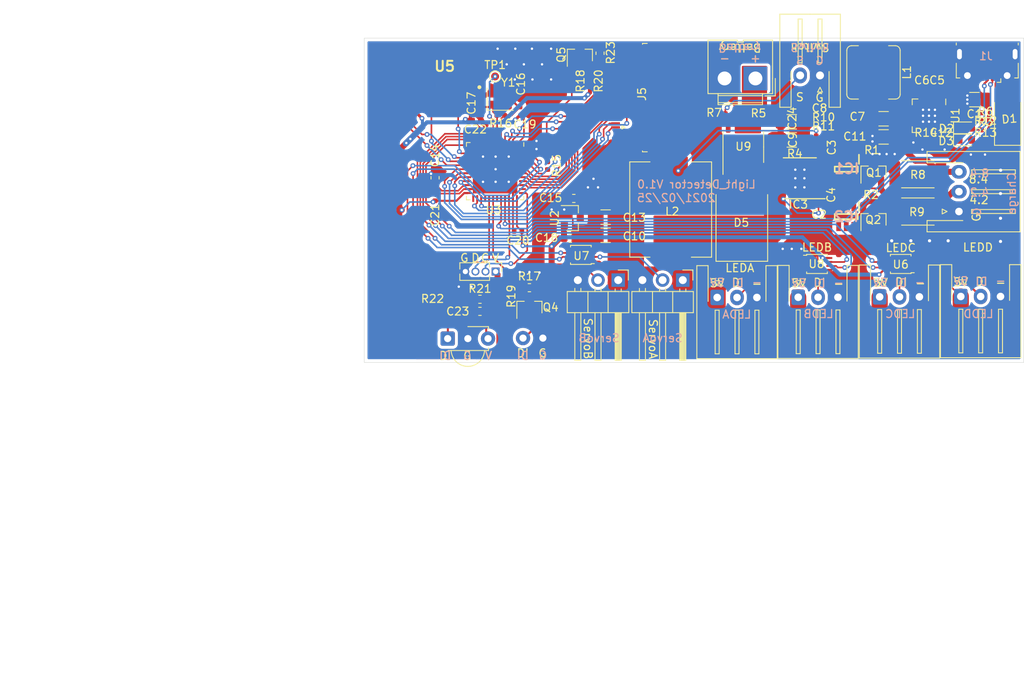
<source format=kicad_pcb>
(kicad_pcb (version 20171130) (host pcbnew "(5.1.6)-1")
  (layers (0 F.Cu signal) (31 B.Cu signal) (34 B.Paste user hide) (35 F.Paste user hide) (36 B.SilkS user) (37 F.SilkS user) (38 B.Mask user hide) (39 F.Mask user hide) (44 Edge.Cuts user))
  (net 0 "")
  (net 1 Earth)
  (net 2 +3V3)
  (net 3 /BLK)
  (net 4 /LEDK)
  (net 5 /SWDIO)
  (net 6 /SWCLK)
  (net 7 "Net-(Q1-Pad3)")
  (net 8 /XTALA)
  (net 9 /XTALB)
  (net 10 VBUS)
  (net 11 "Net-(D2-Pad2)")
  (net 12 "Net-(D2-Pad1)")
  (net 13 "Net-(D3-Pad1)")
  (net 14 "Net-(IC1-Pad6)")
  (net 15 "Net-(IC1-Pad4)")
  (net 16 /RS)
  (net 17 /DB7)
  (net 18 /DB6)
  (net 19 /DB5)
  (net 20 /DB4)
  (net 21 /DB3)
  (net 22 /DB2)
  (net 23 /DB1)
  (net 24 /DB0)
  (net 25 /USBDM)
  (net 26 /USBDP)
  (net 27 /IR_DATA)
  (net 28 "Net-(TP1-Pad1)")
  (net 29 /F_MOSI)
  (net 30 /F_MISO)
  (net 31 /F_CLK)
  (net 32 /F_CS)
  (net 33 "Net-(Q4-Pad1)")
  (net 34 "Net-(R14-Pad2)")
  (net 35 "Net-(C2-Pad2)")
  (net 36 "Net-(C2-Pad1)")
  (net 37 /VBM)
  (net 38 "Net-(C3-Pad1)")
  (net 39 "Net-(C4-Pad1)")
  (net 40 "Net-(C6-Pad2)")
  (net 41 "Net-(C6-Pad1)")
  (net 42 "Net-(C7-Pad1)")
  (net 43 +5V)
  (net 44 /FB)
  (net 45 /V_BAT)
  (net 46 +BATT)
  (net 47 "Net-(C12-Pad1)")
  (net 48 "Net-(C14-Pad2)")
  (net 49 "Net-(C23-Pad1)")
  (net 50 "Net-(D1-Pad2)")
  (net 51 "Net-(D3-Pad2)")
  (net 52 "Net-(IC1-Pad5)")
  (net 53 "Net-(IC1-Pad1)")
  (net 54 "Net-(IC2-Pad6)")
  (net 55 "Net-(IC2-Pad5)")
  (net 56 "Net-(IC2-Pad4)")
  (net 57 "Net-(IC2-Pad1)")
  (net 58 "Net-(IC3-Pad5)")
  (net 59 "Net-(IC3-Pad3)")
  (net 60 "Net-(IC3-Pad2)")
  (net 61 "Net-(J1-Pad4)")
  (net 62 "Net-(Q4-Pad3)")
  (net 63 "Net-(D4-Pad2)")
  (net 64 "Net-(Q5-Pad3)")
  (net 65 "Net-(Q5-Pad1)")
  (net 66 "Net-(R3-Pad2)")
  (net 67 "Net-(R5-Pad1)")
  (net 68 "Net-(R6-Pad1)")
  (net 69 "Net-(R7-Pad1)")
  (net 70 "Net-(Q2-Pad3)")
  (net 71 "Net-(R15-Pad1)")
  (net 72 /IR)
  (net 73 "Net-(U1-Pad10)")
  (net 74 /SERVOA_IN)
  (net 75 /SERVOB_IN)
  (net 76 "Net-(U3-Pad38)")
  (net 77 "Net-(U3-Pad31)")
  (net 78 "Net-(U3-Pad28)")
  (net 79 /CS)
  (net 80 /RESET)
  (net 81 "Net-(U3-Pad25)")
  (net 82 /LEDD_DI_IN)
  (net 83 /LEDC_DI_IN)
  (net 84 /LEDB_DI_IN)
  (net 85 /LEDA_DI_IN)
  (net 86 /WR)
  (net 87 /RD)
  (net 88 /LEDD_DI_OUT)
  (net 89 /LEDC_DI_OUT)
  (net 90 /SERVOB_OUT)
  (net 91 /SERVOA_OUT)
  (net 92 /LEDB_DI_OUT)
  (net 93 /LEDA_DI_OUT)
  (module Capacitor_SMD:C_0402_1005Metric (layer F.Cu) (at 74.356 32.319 180)
    (fp_text reference C8 (at 0.061 3.49) (layer F.SilkS))
    (fp_text value 82pF)
    (pad 2 smd roundrect (at 0.485 0 180) (size 0.59 0.64) (layers F.Cu F.Paste F.Mask) (net 43 +5V))
    (pad 1 smd roundrect (at -0.485 0 180) (size 0.59 0.64) (layers F.Cu F.Paste F.Mask) (net 44 /FB))
  )
  (module Resistor_SMD:R_0402_1005Metric (layer F.Cu) (at 28.001 52.893 180)
    (fp_text reference R22 (at 2.4105 0.061) (layer F.SilkS))
    (fp_text value 10K)
    (pad 2 smd roundrect (at 0.485 0 180) (size 0.59 0.64) (layers F.Cu F.Paste F.Mask) (net 27 /IR_DATA))
    (pad 1 smd roundrect (at -0.485 0 180) (size 0.59 0.64) (layers F.Cu F.Paste F.Mask) (net 2 +3V3))
  )
  (module Resistor_SMD:R_0402_1005Metric (layer F.Cu) (at 45.4 25.08 90)
    (fp_text reference R20 (at -0.32 1.082 90) (layer F.SilkS))
    (fp_text value 10K)
    (pad 2 smd roundrect (at 0.485 0 90) (size 0.59 0.64) (layers F.Cu F.Paste F.Mask) (net 65 "Net-(Q5-Pad1)"))
    (pad 1 smd roundrect (at -0.485 0 90) (size 0.59 0.64) (layers F.Cu F.Paste F.Mask) (net 2 +3V3))
  )
  (module Resistor_SMD:R_0402_1005Metric (layer F.Cu) (at 35.494 54.798 90)
    (fp_text reference R19 (at 2.2835 0.0025 90) (layer F.SilkS))
    (fp_text value 1K)
    (pad 2 smd roundrect (at 0.485 0 90) (size 0.59 0.64) (layers F.Cu F.Paste F.Mask) (net 72 /IR))
    (pad 1 smd roundrect (at -0.485 0 90) (size 0.59 0.64) (layers F.Cu F.Paste F.Mask) (net 33 "Net-(Q4-Pad1)"))
  )
  (module Resistor_SMD:R_0402_1005Metric (layer F.Cu) (at 43.114 25.08 270)
    (fp_text reference R18 (at 0.32 -1.082 90) (layer F.SilkS))
    (fp_text value 1K)
    (pad 2 smd roundrect (at 0.485 0 270) (size 0.59 0.64) (layers F.Cu F.Paste F.Mask) (net 3 /BLK))
    (pad 1 smd roundrect (at -0.485 0 270) (size 0.59 0.64) (layers F.Cu F.Paste F.Mask) (net 65 "Net-(Q5-Pad1)"))
  )
  (module Resistor_SMD:R_0402_1005Metric (layer F.Cu) (at 34.163 29.718)
    (fp_text reference R16 (at 0 1.016) (layer F.SilkS))
    (fp_text value 10M)
    (pad 2 smd roundrect (at 0.485 0) (size 0.59 0.64) (layers F.Cu F.Paste F.Mask) (net 8 /XTALA))
    (pad 1 smd roundrect (at -0.485 0) (size 0.59 0.64) (layers F.Cu F.Paste F.Mask) (net 9 /XTALB))
  )
  (module Resistor_SMD:R_0402_1005Metric (layer F.Cu) (at 40.0685 36.068 90)
    (fp_text reference R15 (at 0 1.143 90) (layer F.SilkS))
    (fp_text value 100K)
    (pad 2 smd roundrect (at 0.485 0 90) (size 0.59 0.64) (layers F.Cu F.Paste F.Mask) (net 1 Earth))
    (pad 1 smd roundrect (at -0.485 0 90) (size 0.59 0.64) (layers F.Cu F.Paste F.Mask) (net 71 "Net-(R15-Pad1)"))
  )
  (module Resistor_SMD:R_0402_1005Metric (layer F.Cu) (at 87.691 33.081)
    (fp_text reference R14 (at 0 -1.17) (layer F.SilkS))
    (fp_text value 5.1K)
    (pad 2 smd roundrect (at 0.485 0) (size 0.59 0.64) (layers F.Cu F.Paste F.Mask) (net 34 "Net-(R14-Pad2)"))
    (pad 1 smd roundrect (at -0.485 0) (size 0.59 0.64) (layers F.Cu F.Paste F.Mask) (net 1 Earth))
  )
  (module Resistor_SMD:R_0402_1005Metric (layer F.Cu) (at 95.184 33.081)
    (fp_text reference R13 (at 0 -1.17) (layer F.SilkS))
    (fp_text value 1K)
    (pad 2 smd roundrect (at 0.485 0) (size 0.59 0.64) (layers F.Cu F.Paste F.Mask) (net 10 VBUS))
    (pad 1 smd roundrect (at -0.485 0) (size 0.59 0.64) (layers F.Cu F.Paste F.Mask) (net 51 "Net-(D3-Pad2)"))
  )
  (module Resistor_SMD:R_0402_1005Metric (layer F.Cu) (at 95.184 31.557)
    (fp_text reference R12 (at 0 -1.17) (layer F.SilkS))
    (fp_text value 1K)
    (pad 2 smd roundrect (at 0.485 0) (size 0.59 0.64) (layers F.Cu F.Paste F.Mask) (net 10 VBUS))
    (pad 1 smd roundrect (at -0.485 0) (size 0.59 0.64) (layers F.Cu F.Paste F.Mask) (net 11 "Net-(D2-Pad2)"))
  )
  (module Resistor_SMD:R_0402_1005Metric (layer F.Cu) (at 74.356 34.351)
    (fp_text reference R11 (at 0.447 -3.236) (layer F.SilkS))
    (fp_text value 31.6k)
    (pad 2 smd roundrect (at 0.485 0) (size 0.59 0.64) (layers F.Cu F.Paste F.Mask) (net 44 /FB))
    (pad 1 smd roundrect (at -0.485 0) (size 0.59 0.64) (layers F.Cu F.Paste F.Mask) (net 1 Earth))
  )
  (module Resistor_SMD:R_0402_1005Metric (layer F.Cu) (at 74.356 33.335 180)
    (fp_text reference R10 (at -0.447 3.363) (layer F.SilkS))
    (fp_text value 100K)
    (pad 2 smd roundrect (at 0.485 0 180) (size 0.59 0.64) (layers F.Cu F.Paste F.Mask) (net 43 +5V))
    (pad 1 smd roundrect (at -0.485 0 180) (size 0.59 0.64) (layers F.Cu F.Paste F.Mask) (net 44 /FB))
  )
  (module Resistor_SMD:R_0402_1005Metric (layer F.Cu) (at 62.926 29.525)
    (fp_text reference R7 (at -1.9025 -0.1245) (layer F.SilkS))
    (fp_text value 100R)
    (pad 2 smd roundrect (at 0.485 0) (size 0.59 0.64) (layers F.Cu F.Paste F.Mask) (net 67 "Net-(R5-Pad1)"))
    (pad 1 smd roundrect (at -0.485 0) (size 0.59 0.64) (layers F.Cu F.Paste F.Mask) (net 69 "Net-(R7-Pad1)"))
  )
  (module Resistor_SMD:R_0402_1005Metric (layer F.Cu) (at 95.184 30.414)
    (fp_text reference R6 (at 0 -1.17) (layer F.SilkS))
    (fp_text value 10K)
    (pad 2 smd roundrect (at 0.485 0) (size 0.59 0.64) (layers F.Cu F.Paste F.Mask) (net 10 VBUS))
    (pad 1 smd roundrect (at -0.485 0) (size 0.59 0.64) (layers F.Cu F.Paste F.Mask) (net 68 "Net-(R6-Pad1)"))
  )
  (module Resistor_SMD:R_0402_1005Metric (layer F.Cu) (at 64.831 29.525)
    (fp_text reference R5 (at 1.7805 -0.061) (layer F.SilkS))
    (fp_text value 10K)
    (pad 2 smd roundrect (at 0.485 0) (size 0.59 0.64) (layers F.Cu F.Paste F.Mask) (net 46 +BATT))
    (pad 1 smd roundrect (at -0.485 0) (size 0.59 0.64) (layers F.Cu F.Paste F.Mask) (net 67 "Net-(R5-Pad1)"))
  )
  (module Resistor_SMD:R_0402_1005Metric (layer F.Cu) (at 69.403 34.605 180)
    (fp_text reference R4 (at -1.7805 0.061) (layer F.SilkS))
    (fp_text value 100K)
    (pad 2 smd roundrect (at 0.485 0 180) (size 0.59 0.64) (layers F.Cu F.Paste F.Mask) (net 58 "Net-(IC3-Pad5)"))
    (pad 1 smd roundrect (at -0.485 0 180) (size 0.59 0.64) (layers F.Cu F.Paste F.Mask) (net 45 /V_BAT))
  )
  (module Resistor_SMD:R_0402_1005Metric (layer F.Cu) (at 95.184 29.398 180)
    (fp_text reference R3 (at 0 -1.17) (layer F.SilkS))
    (fp_text value 10K)
    (pad 2 smd roundrect (at 0.485 0 180) (size 0.59 0.64) (layers F.Cu F.Paste F.Mask) (net 66 "Net-(R3-Pad2)"))
    (pad 1 smd roundrect (at -0.485 0 180) (size 0.59 0.64) (layers F.Cu F.Paste F.Mask) (net 10 VBUS))
  )
  (module Resistor_SMD:R_0402_1005Metric (layer F.Cu) (at 79.055 39.812 180)
    (fp_text reference R2 (at -1.717 0.061) (layer F.SilkS))
    (fp_text value 100R)
    (pad 2 smd roundrect (at 0.485 0 180) (size 0.59 0.64) (layers F.Cu F.Paste F.Mask) (net 39 "Net-(C4-Pad1)"))
    (pad 1 smd roundrect (at -0.485 0 180) (size 0.59 0.64) (layers F.Cu F.Paste F.Mask) (net 37 /VBM))
  )
  (module Resistor_SMD:R_0402_1005Metric (layer F.Cu) (at 79.055 33.843 180)
    (fp_text reference R1 (at -1.844 -0.2565) (layer F.SilkS))
    (fp_text value 100R)
    (pad 2 smd roundrect (at 0.485 0 180) (size 0.59 0.64) (layers F.Cu F.Paste F.Mask) (net 38 "Net-(C3-Pad1)"))
    (pad 1 smd roundrect (at -0.485 0 180) (size 0.59 0.64) (layers F.Cu F.Paste F.Mask) (net 46 +BATT))
  )
  (module Capacitor_SMD:C_0402_1005Metric (layer F.Cu) (at 31.115 30.353)
    (fp_text reference C22 (at -0.127 1.143) (layer F.SilkS))
    (fp_text value 0.1uF)
    (pad 2 smd roundrect (at 0.485 0) (size 0.59 0.64) (layers F.Cu F.Paste F.Mask) (net 1 Earth))
    (pad 1 smd roundrect (at -0.485 0) (size 0.59 0.64) (layers F.Cu F.Paste F.Mask) (net 2 +3V3))
  )
  (module Capacitor_SMD:C_0402_1005Metric (layer F.Cu) (at 25.908 40.005 90)
    (fp_text reference C21 (at -2.286 0 90) (layer F.SilkS))
    (fp_text value 0.1uF)
    (pad 2 smd roundrect (at 0.485 0 90) (size 0.59 0.64) (layers F.Cu F.Paste F.Mask) (net 1 Earth))
    (pad 1 smd roundrect (at -0.485 0 90) (size 0.59 0.64) (layers F.Cu F.Paste F.Mask) (net 2 +3V3))
  )
  (module Capacitor_SMD:C_0402_1005Metric (layer F.Cu) (at 36.345 44.323 180)
    (fp_text reference C20 (at 0 -1.17) (layer F.SilkS))
    (fp_text value 0.1uF)
    (pad 2 smd roundrect (at 0.485 0 180) (size 0.59 0.64) (layers F.Cu F.Paste F.Mask) (net 1 Earth))
    (pad 1 smd roundrect (at -0.485 0 180) (size 0.59 0.64) (layers F.Cu F.Paste F.Mask) (net 2 +3V3))
  )
  (module Capacitor_SMD:C_0402_1005Metric (layer F.Cu) (at 37.211 29.718)
    (fp_text reference C19 (at 0 1.143) (layer F.SilkS))
    (fp_text value 0.1uF)
    (pad 2 smd roundrect (at 0.485 0) (size 0.59 0.64) (layers F.Cu F.Paste F.Mask) (net 1 Earth))
    (pad 1 smd roundrect (at -0.485 0) (size 0.59 0.64) (layers F.Cu F.Paste F.Mask) (net 2 +3V3))
  )
  (module Capacitor_SMD:C_0402_1005Metric (layer F.Cu) (at 31.623 28.194 270)
    (fp_text reference C17 (at 0 1.143 90) (layer F.SilkS))
    (fp_text value 22pF)
    (pad 2 smd roundrect (at 0.485 0 270) (size 0.59 0.64) (layers F.Cu F.Paste F.Mask) (net 9 /XTALB))
    (pad 1 smd roundrect (at -0.485 0 270) (size 0.59 0.64) (layers F.Cu F.Paste F.Mask) (net 1 Earth))
  )
  (module Capacitor_SMD:C_0402_1005Metric (layer F.Cu) (at 36.576 28.194 270)
    (fp_text reference C16 (at -2.413 -0.127 90) (layer F.SilkS))
    (fp_text value 22pF)
    (pad 2 smd roundrect (at 0.485 0 270) (size 0.59 0.64) (layers F.Cu F.Paste F.Mask) (net 8 /XTALA))
    (pad 1 smd roundrect (at -0.485 0 270) (size 0.59 0.64) (layers F.Cu F.Paste F.Mask) (net 1 Earth))
  )
  (module Capacitor_SMD:C_0402_1005Metric (layer F.Cu) (at 89.596 33.081)
    (fp_text reference C12 (at 0 -1.17) (layer F.SilkS))
    (fp_text value 330nF)
    (pad 2 smd roundrect (at 0.485 0) (size 0.59 0.64) (layers F.Cu F.Paste F.Mask) (net 1 Earth))
    (pad 1 smd roundrect (at -0.485 0) (size 0.59 0.64) (layers F.Cu F.Paste F.Mask) (net 47 "Net-(C12-Pad1)"))
  )
  (module Capacitor_SMD:C_0402_1005Metric (layer F.Cu) (at 87.183 26.477)
    (fp_text reference C6 (at 0 -1.17) (layer F.SilkS))
    (fp_text value 100nF)
    (pad 2 smd roundrect (at 0.485 0) (size 0.59 0.64) (layers F.Cu F.Paste F.Mask) (net 40 "Net-(C6-Pad2)"))
    (pad 1 smd roundrect (at -0.485 0) (size 0.59 0.64) (layers F.Cu F.Paste F.Mask) (net 41 "Net-(C6-Pad1)"))
  )
  (module Capacitor_SMD:C_0402_1005Metric (layer F.Cu) (at 89.088 26.477)
    (fp_text reference C5 (at 0 -1.17) (layer F.SilkS))
    (fp_text value 100nF)
    (pad 2 smd roundrect (at 0.485 0) (size 0.59 0.64) (layers F.Cu F.Paste F.Mask) (net 1 Earth))
    (pad 1 smd roundrect (at -0.485 0) (size 0.59 0.64) (layers F.Cu F.Paste F.Mask) (net 10 VBUS))
  )
  (module Capacitor_SMD:C_0402_1005Metric (layer F.Cu) (at 77.15 39.812 180)
    (fp_text reference C4 (at 1.3945 0.061 90) (layer F.SilkS))
    (fp_text value 100nF)
    (pad 2 smd roundrect (at 0.485 0 180) (size 0.59 0.64) (layers F.Cu F.Paste F.Mask) (net 1 Earth))
    (pad 1 smd roundrect (at -0.485 0 180) (size 0.59 0.64) (layers F.Cu F.Paste F.Mask) (net 39 "Net-(C4-Pad1)"))
  )
  (module Capacitor_SMD:C_0402_1005Metric (layer F.Cu) (at 77.15 33.843 180)
    (fp_text reference C3 (at 1.331 0.061 90) (layer F.SilkS))
    (fp_text value 100nF)
    (pad 2 smd roundrect (at 0.485 0 180) (size 0.59 0.64) (layers F.Cu F.Paste F.Mask) (net 37 /VBM))
    (pad 1 smd roundrect (at -0.485 0 180) (size 0.59 0.64) (layers F.Cu F.Paste F.Mask) (net 38 "Net-(C3-Pad1)"))
  )
  (module Capacitor_SMD:C_0402_1005Metric (layer F.Cu) (at 74.229 40.955)
    (fp_text reference C2 (at 0 1.27) (layer F.SilkS))
    (fp_text value 10nF)
    (pad 2 smd roundrect (at 0.485 0) (size 0.59 0.64) (layers F.Cu F.Paste F.Mask) (net 35 "Net-(C2-Pad2)"))
    (pad 1 smd roundrect (at -0.485 0) (size 0.59 0.64) (layers F.Cu F.Paste F.Mask) (net 36 "Net-(C2-Pad1)"))
  )
  (module Connector_JST:JST_XH_S2B-XH-A-1_1x02_P2.50mm_Horizontal (layer F.Cu) (at 74.356 24.699 180)
    (fp_text reference SW1 hide)
    (fp_text value Power_BT)
    (pad 2 thru_hole oval (at 2.5 0 180) (size 1.7 2) (drill 1) (layers *.Cu *.Mask) (net 69 "Net-(R7-Pad1)"))
    (pad 1 thru_hole roundrect (at 0 0 180) (size 1.7 2) (drill 1) (layers *.Cu *.Mask) (roundrect_rratio 0.147059) (net 1 Earth))
  )
  (module Connector:JWT_A3963_1x02_P3.96mm_Vertical (layer F.Cu) (at 66.228 25.08 180)
    (fp_text reference BT1 hide)
    (fp_text value Battery)
    (pad 2 thru_hole circle (at 3.88 0 180) (size 3 3) (drill 1.75) (layers *.Cu *.Mask) (net 1 Earth))
    (pad 1 thru_hole rect (at 0 0 180) (size 3 3) (drill 1.75) (layers *.Cu *.Mask) (net 46 +BATT))
  )
  (module Resistor_SMD:R_2512_6332Metric (layer F.Cu) (at 86.675 41.844 180)
    (fp_text reference R9 (at 0.1245 -0.066) (layer F.SilkS))
    (fp_text value 20R)
    (pad 2 smd roundrect (at 2.9 0 180) (size 1.35 3.35) (layers F.Cu F.Paste F.Mask) (roundrect_rratio 0.185185) (net 70 "Net-(Q2-Pad3)"))
    (pad 1 smd roundrect (at -2.9 0 180) (size 1.35 3.35) (layers F.Cu F.Paste F.Mask) (roundrect_rratio 0.185185) (net 37 /VBM))
  )
  (module Resistor_SMD:R_2512_6332Metric (layer F.Cu) (at 86.67 37.145 180)
    (fp_text reference R8 (at -0.0075 -0.066) (layer F.SilkS))
    (fp_text value 20R)
    (pad 2 smd roundrect (at 2.9 0 180) (size 1.35 3.35) (layers F.Cu F.Paste F.Mask) (roundrect_rratio 0.185185) (net 7 "Net-(Q1-Pad3)"))
    (pad 1 smd roundrect (at -2.9 0 180) (size 1.35 3.35) (layers F.Cu F.Paste F.Mask) (roundrect_rratio 0.185185) (net 46 +BATT))
  )
  (module Crystal:Crystal_SMD_2520-4Pin_2.5x2.0mm (layer F.Cu) (at 34.111 27.682)
    (fp_text reference Y1 (at 1.0045 -2.0915) (layer F.SilkS))
    (fp_text value 25MHz/20pF/10ppm)
    (pad 4 smd rect (at -0.875 -0.7) (size 1.15 1) (layers F.Cu F.Paste F.Mask) (net 1 Earth))
    (pad 3 smd rect (at 0.875 -0.7) (size 1.15 1) (layers F.Cu F.Paste F.Mask) (net 8 /XTALA))
    (pad 2 smd rect (at 0.875 0.7) (size 1.15 1) (layers F.Cu F.Paste F.Mask) (net 1 Earth))
    (pad 1 smd rect (at -0.875 0.7) (size 1.15 1) (layers F.Cu F.Paste F.Mask) (net 9 /XTALB))
  )
  (module Package_SO:SOP-8_3.9x4.9mm_P1.27mm (layer F.Cu) (at 64.704 33.716 90)
    (fp_text reference U9 (at 0.061 0.0025 180) (layer F.SilkS))
    (fp_text value AO4459)
    (pad 8 smd roundrect (at 2.625 -1.905 90) (size 1.65 0.6) (layers F.Cu F.Paste F.Mask) (net 67 "Net-(R5-Pad1)"))
    (pad 7 smd roundrect (at 2.625 -0.635 90) (size 1.65 0.6) (layers F.Cu F.Paste F.Mask) (net 46 +BATT))
    (pad 6 smd roundrect (at 2.625 0.635 90) (size 1.65 0.6) (layers F.Cu F.Paste F.Mask) (net 46 +BATT))
    (pad 5 smd roundrect (at 2.625 1.905 90) (size 1.65 0.6) (layers F.Cu F.Paste F.Mask) (net 46 +BATT))
    (pad 4 smd roundrect (at -2.625 1.905 90) (size 1.65 0.6) (layers F.Cu F.Paste F.Mask) (net 45 /V_BAT))
    (pad 3 smd roundrect (at -2.625 0.635 90) (size 1.65 0.6) (layers F.Cu F.Paste F.Mask) (net 45 /V_BAT))
    (pad 2 smd roundrect (at -2.625 -0.635 90) (size 1.65 0.6) (layers F.Cu F.Paste F.Mask) (net 45 /V_BAT))
    (pad 1 smd roundrect (at -2.625 -1.905 90) (size 1.65 0.6) (layers F.Cu F.Paste F.Mask) (net 45 /V_BAT))
  )
  (module Package_SO:VSSOP-8_2.4x2.1mm_P0.5mm (layer F.Cu) (at 73.975 48.448)
    (fp_text reference U8 (at -0.061 0.0025) (layer F.SilkS))
    (fp_text value SN74LVC2T45DCUR)
    (pad 8 smd rect (at 1.55 -0.75) (size 0.75 0.25) (layers F.Cu F.Paste F.Mask) (net 2 +3V3))
    (pad 7 smd rect (at 1.55 -0.25) (size 0.75 0.25) (layers F.Cu F.Paste F.Mask) (net 85 /LEDA_DI_IN))
    (pad 6 smd rect (at 1.55 0.25) (size 0.75 0.25) (layers F.Cu F.Paste F.Mask) (net 84 /LEDB_DI_IN))
    (pad 5 smd rect (at 1.55 0.75) (size 0.75 0.25) (layers F.Cu F.Paste F.Mask) (net 1 Earth))
    (pad 4 smd rect (at -1.55 0.75) (size 0.75 0.25) (layers F.Cu F.Paste F.Mask) (net 1 Earth))
    (pad 3 smd rect (at -1.55 0.25) (size 0.75 0.25) (layers F.Cu F.Paste F.Mask) (net 92 /LEDB_DI_OUT))
    (pad 2 smd rect (at -1.55 -0.25) (size 0.75 0.25) (layers F.Cu F.Paste F.Mask) (net 93 /LEDA_DI_OUT))
    (pad 1 smd rect (at -1.55 -0.75) (size 0.75 0.25) (layers F.Cu F.Paste F.Mask) (net 43 +5V))
  )
  (module Package_SO:VSSOP-8_2.4x2.1mm_P0.5mm (layer F.Cu) (at 44.257 47.305 180)
    (fp_text reference U7 (at -0.066 -0.1295) (layer F.SilkS))
    (fp_text value SN74LVC2T45DCUR)
    (pad 8 smd rect (at 1.55 -0.75 180) (size 0.75 0.25) (layers F.Cu F.Paste F.Mask) (net 2 +3V3))
    (pad 7 smd rect (at 1.55 -0.25 180) (size 0.75 0.25) (layers F.Cu F.Paste F.Mask) (net 74 /SERVOA_IN))
    (pad 6 smd rect (at 1.55 0.25 180) (size 0.75 0.25) (layers F.Cu F.Paste F.Mask) (net 75 /SERVOB_IN))
    (pad 5 smd rect (at 1.55 0.75 180) (size 0.75 0.25) (layers F.Cu F.Paste F.Mask) (net 1 Earth))
    (pad 4 smd rect (at -1.55 0.75 180) (size 0.75 0.25) (layers F.Cu F.Paste F.Mask) (net 1 Earth))
    (pad 3 smd rect (at -1.55 0.25 180) (size 0.75 0.25) (layers F.Cu F.Paste F.Mask) (net 90 /SERVOB_OUT))
    (pad 2 smd rect (at -1.55 -0.25 180) (size 0.75 0.25) (layers F.Cu F.Paste F.Mask) (net 91 /SERVOA_OUT))
    (pad 1 smd rect (at -1.55 -0.75 180) (size 0.75 0.25) (layers F.Cu F.Paste F.Mask) (net 43 +5V))
  )
  (module Package_SO:VSSOP-8_2.4x2.1mm_P0.5mm (layer F.Cu) (at 84.516 48.448 180)
    (fp_text reference U6 (at 0 -0.066) (layer F.SilkS))
    (fp_text value SN74LVC2T45DCUR)
    (pad 8 smd rect (at 1.55 -0.75 180) (size 0.75 0.25) (layers F.Cu F.Paste F.Mask) (net 2 +3V3))
    (pad 7 smd rect (at 1.55 -0.25 180) (size 0.75 0.25) (layers F.Cu F.Paste F.Mask) (net 83 /LEDC_DI_IN))
    (pad 6 smd rect (at 1.55 0.25 180) (size 0.75 0.25) (layers F.Cu F.Paste F.Mask) (net 82 /LEDD_DI_IN))
    (pad 5 smd rect (at 1.55 0.75 180) (size 0.75 0.25) (layers F.Cu F.Paste F.Mask) (net 1 Earth))
    (pad 4 smd rect (at -1.55 0.75 180) (size 0.75 0.25) (layers F.Cu F.Paste F.Mask) (net 1 Earth))
    (pad 3 smd rect (at -1.55 0.25 180) (size 0.75 0.25) (layers F.Cu F.Paste F.Mask) (net 88 /LEDD_DI_OUT))
    (pad 2 smd rect (at -1.55 -0.25 180) (size 0.75 0.25) (layers F.Cu F.Paste F.Mask) (net 89 /LEDC_DI_OUT))
    (pad 1 smd rect (at -1.55 -0.75 180) (size 0.75 0.25) (layers F.Cu F.Paste F.Mask) (net 43 +5V))
  )
  (module SamacSys_Parts:SON127P800X600X80-9N-D (layer F.Cu) (at 27.112 23.556 180)
    (fp_text reference U5 (at 0 0) (layer F.SilkS) (effects (font (size 1.27 1.27) (thickness 0.254))))
    (fp_text value W25Q128JVS hide)
    (pad 9 smd rect (at 0 0 180) (size 3.45 4.35) (layers F.Cu F.Paste F.Mask))
    (pad 8 smd rect (at 3.9 -1.905 270) (size 0.45 0.95) (layers F.Cu F.Paste F.Mask) (net 2 +3V3))
    (pad 7 smd rect (at 3.9 -0.635 270) (size 0.45 0.95) (layers F.Cu F.Paste F.Mask) (net 2 +3V3))
    (pad 6 smd rect (at 3.9 0.635 270) (size 0.45 0.95) (layers F.Cu F.Paste F.Mask) (net 31 /F_CLK))
    (pad 5 smd rect (at 3.9 1.905 270) (size 0.45 0.95) (layers F.Cu F.Paste F.Mask) (net 29 /F_MOSI))
    (pad 4 smd rect (at -3.9 1.905 270) (size 0.45 0.95) (layers F.Cu F.Paste F.Mask) (net 1 Earth))
    (pad 3 smd rect (at -3.9 0.635 270) (size 0.45 0.95) (layers F.Cu F.Paste F.Mask) (net 2 +3V3))
    (pad 2 smd rect (at -3.9 -0.635 270) (size 0.45 0.95) (layers F.Cu F.Paste F.Mask) (net 30 /F_MISO))
    (pad 1 smd rect (at -3.9 -1.905 270) (size 0.45 0.95) (layers F.Cu F.Paste F.Mask) (net 32 /F_CS))
  )
  (module OptoDevice:Vishay_MINICAST-3Pin (layer F.Cu) (at 27.493 57.846)
    (fp_text reference U4 hide)
    (fp_text value TSMP58138)
    (pad 3 thru_hole circle (at 5.08 0) (size 1.8 1.8) (drill 0.9) (layers *.Cu *.Mask) (net 49 "Net-(C23-Pad1)"))
    (pad 2 thru_hole circle (at 2.54 0) (size 1.8 1.8) (drill 0.9) (layers *.Cu *.Mask) (net 1 Earth))
    (pad 1 thru_hole roundrect (at 0 0) (size 1.8 1.8) (drill 0.9) (layers *.Cu *.Mask) (roundrect_rratio 0.139) (net 27 /IR_DATA))
  )
  (module Package_DFN_QFN:QFN-48-1EP_7x7mm_P0.5mm_EP5.6x5.6mm (layer F.Cu) (at 33.462 36.764 270)
    (fp_text reference U3 (at 4.892 0.188 180) (layer F.SilkS))
    (fp_text value STM32F401CCUx)
    (pad 49 smd rect (at 0 0 270) (size 5.6 5.6) (layers F.Cu F.Mask) (net 1 Earth))
    (pad 48 smd roundrect (at -2.75 -3.4375 270) (size 0.25 0.875) (layers F.Cu F.Paste F.Mask) (net 2 +3V3))
    (pad 47 smd roundrect (at -2.25 -3.4375 270) (size 0.25 0.875) (layers F.Cu F.Paste F.Mask) (net 1 Earth))
    (pad 46 smd roundrect (at -1.75 -3.4375 270) (size 0.25 0.875) (layers F.Cu F.Paste F.Mask) (net 74 /SERVOA_IN))
    (pad 45 smd roundrect (at -1.25 -3.4375 270) (size 0.25 0.875) (layers F.Cu F.Paste F.Mask) (net 75 /SERVOB_IN))
    (pad 44 smd roundrect (at -0.75 -3.4375 270) (size 0.25 0.875) (layers F.Cu F.Paste F.Mask) (net 71 "Net-(R15-Pad1)"))
    (pad 43 smd roundrect (at -0.25 -3.4375 270) (size 0.25 0.875) (layers F.Cu F.Paste F.Mask) (net 17 /DB7))
    (pad 42 smd roundrect (at 0.25 -3.4375 270) (size 0.25 0.875) (layers F.Cu F.Paste F.Mask) (net 18 /DB6))
    (pad 41 smd roundrect (at 0.75 -3.4375 270) (size 0.25 0.875) (layers F.Cu F.Paste F.Mask) (net 19 /DB5))
    (pad 40 smd roundrect (at 1.25 -3.4375 270) (size 0.25 0.875) (layers F.Cu F.Paste F.Mask) (net 20 /DB4))
    (pad 39 smd roundrect (at 1.75 -3.4375 270) (size 0.25 0.875) (layers F.Cu F.Paste F.Mask) (net 21 /DB3))
    (pad 38 smd roundrect (at 2.25 -3.4375 270) (size 0.25 0.875) (layers F.Cu F.Paste F.Mask) (net 76 "Net-(U3-Pad38)"))
    (pad 37 smd roundrect (at 2.75 -3.4375 270) (size 0.25 0.875) (layers F.Cu F.Paste F.Mask) (net 6 /SWCLK))
    (pad 36 smd roundrect (at 3.4375 -2.75 270) (size 0.875 0.25) (layers F.Cu F.Paste F.Mask) (net 2 +3V3))
    (pad 35 smd roundrect (at 3.4375 -2.25 270) (size 0.875 0.25) (layers F.Cu F.Paste F.Mask) (net 1 Earth))
    (pad 34 smd roundrect (at 3.4375 -1.75 270) (size 0.875 0.25) (layers F.Cu F.Paste F.Mask) (net 5 /SWDIO))
    (pad 33 smd roundrect (at 3.4375 -1.25 270) (size 0.875 0.25) (layers F.Cu F.Paste F.Mask) (net 26 /USBDP))
    (pad 32 smd roundrect (at 3.4375 -0.75 270) (size 0.875 0.25) (layers F.Cu F.Paste F.Mask) (net 25 /USBDM))
    (pad 31 smd roundrect (at 3.4375 -0.25 270) (size 0.875 0.25) (layers F.Cu F.Paste F.Mask) (net 77 "Net-(U3-Pad31)"))
    (pad 30 smd roundrect (at 3.4375 0.25 270) (size 0.875 0.25) (layers F.Cu F.Paste F.Mask) (net 72 /IR))
    (pad 29 smd roundrect (at 3.4375 0.75 270) (size 0.875 0.25) (layers F.Cu F.Paste F.Mask) (net 27 /IR_DATA))
    (pad 28 smd roundrect (at 3.4375 1.25 270) (size 0.875 0.25) (layers F.Cu F.Paste F.Mask) (net 78 "Net-(U3-Pad28)"))
    (pad 27 smd roundrect (at 3.4375 1.75 270) (size 0.875 0.25) (layers F.Cu F.Paste F.Mask) (net 79 /CS))
    (pad 26 smd roundrect (at 3.4375 2.25 270) (size 0.875 0.25) (layers F.Cu F.Paste F.Mask) (net 80 /RESET))
    (pad 25 smd roundrect (at 3.4375 2.75 270) (size 0.875 0.25) (layers F.Cu F.Paste F.Mask) (net 81 "Net-(U3-Pad25)"))
    (pad 24 smd roundrect (at 2.75 3.4375 270) (size 0.25 0.875) (layers F.Cu F.Paste F.Mask) (net 2 +3V3))
    (pad 23 smd roundrect (at 2.25 3.4375 270) (size 0.25 0.875) (layers F.Cu F.Paste F.Mask) (net 1 Earth))
    (pad 22 smd roundrect (at 1.75 3.4375 270) (size 0.25 0.875) (layers F.Cu F.Paste F.Mask) (net 48 "Net-(C14-Pad2)"))
    (pad 21 smd roundrect (at 1.25 3.4375 270) (size 0.25 0.875) (layers F.Cu F.Paste F.Mask) (net 3 /BLK))
    (pad 20 smd roundrect (at 0.75 3.4375 270) (size 0.25 0.875) (layers F.Cu F.Paste F.Mask) (net 22 /DB2))
    (pad 19 smd roundrect (at 0.25 3.4375 270) (size 0.25 0.875) (layers F.Cu F.Paste F.Mask) (net 23 /DB1))
    (pad 18 smd roundrect (at -0.25 3.4375 270) (size 0.25 0.875) (layers F.Cu F.Paste F.Mask) (net 24 /DB0))
    (pad 17 smd roundrect (at -0.75 3.4375 270) (size 0.25 0.875) (layers F.Cu F.Paste F.Mask) (net 29 /F_MOSI))
    (pad 16 smd roundrect (at -1.25 3.4375 270) (size 0.25 0.875) (layers F.Cu F.Paste F.Mask) (net 30 /F_MISO))
    (pad 15 smd roundrect (at -1.75 3.4375 270) (size 0.25 0.875) (layers F.Cu F.Paste F.Mask) (net 31 /F_CLK))
    (pad 14 smd roundrect (at -2.25 3.4375 270) (size 0.25 0.875) (layers F.Cu F.Paste F.Mask) (net 32 /F_CS))
    (pad 13 smd roundrect (at -2.75 3.4375 270) (size 0.25 0.875) (layers F.Cu F.Paste F.Mask) (net 82 /LEDD_DI_IN))
    (pad 12 smd roundrect (at -3.4375 2.75 270) (size 0.875 0.25) (layers F.Cu F.Paste F.Mask) (net 83 /LEDC_DI_IN))
    (pad 11 smd roundrect (at -3.4375 2.25 270) (size 0.875 0.25) (layers F.Cu F.Paste F.Mask) (net 84 /LEDB_DI_IN))
    (pad 10 smd roundrect (at -3.4375 1.75 270) (size 0.875 0.25) (layers F.Cu F.Paste F.Mask) (net 85 /LEDA_DI_IN))
    (pad 9 smd roundrect (at -3.4375 1.25 270) (size 0.875 0.25) (layers F.Cu F.Paste F.Mask) (net 2 +3V3))
    (pad 8 smd roundrect (at -3.4375 0.75 270) (size 0.875 0.25) (layers F.Cu F.Paste F.Mask) (net 1 Earth))
    (pad 7 smd roundrect (at -3.4375 0.25 270) (size 0.875 0.25) (layers F.Cu F.Paste F.Mask) (net 28 "Net-(TP1-Pad1)"))
    (pad 6 smd roundrect (at -3.4375 -0.25 270) (size 0.875 0.25) (layers F.Cu F.Paste F.Mask) (net 9 /XTALB))
    (pad 5 smd roundrect (at -3.4375 -0.75 270) (size 0.875 0.25) (layers F.Cu F.Paste F.Mask) (net 8 /XTALA))
    (pad 4 smd roundrect (at -3.4375 -1.25 270) (size 0.875 0.25) (layers F.Cu F.Paste F.Mask) (net 16 /RS))
    (pad 3 smd roundrect (at -3.4375 -1.75 270) (size 0.875 0.25) (layers F.Cu F.Paste F.Mask) (net 86 /WR))
    (pad 2 smd roundrect (at -3.4375 -2.25 270) (size 0.875 0.25) (layers F.Cu F.Paste F.Mask) (net 87 /RD))
    (pad 1 smd roundrect (at -3.4375 -2.75 270) (size 0.875 0.25) (layers F.Cu F.Paste F.Mask) (net 2 +3V3))
  )
  (module Package_TO_SOT_SMD:SOT-23 (layer F.Cu) (at 43.180003 42.671999)
    (fp_text reference U2 (at -2.222503 0.000001 90) (layer F.SilkS))
    (fp_text value XC6206)
    (pad 3 smd rect (at 1 0) (size 0.9 0.8) (layers F.Cu F.Paste F.Mask) (net 43 +5V))
    (pad 2 smd rect (at -1 0.95) (size 0.9 0.8) (layers F.Cu F.Paste F.Mask) (net 2 +3V3))
    (pad 1 smd rect (at -1 -0.95) (size 0.9 0.8) (layers F.Cu F.Paste F.Mask) (net 1 Earth))
  )
  (module Package_DFN_QFN:QFN-16-1EP_4x4mm_P0.65mm_EP2.1x2.1mm_ThermalVias (layer F.Cu) (at 88.072 29.779 270)
    (fp_text reference U1 (at 0 -3.32 90) (layer F.SilkS))
    (fp_text value SLM4800)
    (pad 17 smd rect (at 0 0 270) (size 2.1 2.1) (layers B.Cu) (net 1 Earth))
    (pad 17 thru_hole circle (at 0.75 0.75 270) (size 0.6 0.6) (drill 0.3) (layers *.Cu) (net 1 Earth))
    (pad 17 thru_hole circle (at 0 0.75 270) (size 0.6 0.6) (drill 0.3) (layers *.Cu) (net 1 Earth))
    (pad 17 thru_hole circle (at -0.75 0.75 270) (size 0.6 0.6) (drill 0.3) (layers *.Cu) (net 1 Earth))
    (pad 17 thru_hole circle (at 0.75 0 270) (size 0.6 0.6) (drill 0.3) (layers *.Cu) (net 1 Earth))
    (pad 17 thru_hole circle (at 0 0 270) (size 0.6 0.6) (drill 0.3) (layers *.Cu) (net 1 Earth))
    (pad 17 thru_hole circle (at -0.75 0 270) (size 0.6 0.6) (drill 0.3) (layers *.Cu) (net 1 Earth))
    (pad 17 thru_hole circle (at 0.75 -0.75 270) (size 0.6 0.6) (drill 0.3) (layers *.Cu) (net 1 Earth))
    (pad 17 thru_hole circle (at 0 -0.75 270) (size 0.6 0.6) (drill 0.3) (layers *.Cu) (net 1 Earth))
    (pad 17 thru_hole circle (at -0.75 -0.75 270) (size 0.6 0.6) (drill 0.3) (layers *.Cu) (net 1 Earth))
    (pad 17 smd rect (at 0 0 270) (size 2.1 2.1) (layers F.Cu F.Mask) (net 1 Earth))
    (pad 16 smd roundrect (at -0.975 -1.95 270) (size 0.3 0.85) (layers F.Cu F.Paste F.Mask) (net 68 "Net-(R6-Pad1)"))
    (pad 15 smd roundrect (at -0.325 -1.95 270) (size 0.3 0.85) (layers F.Cu F.Paste F.Mask) (net 1 Earth))
    (pad 14 smd roundrect (at 0.325 -1.95 270) (size 0.3 0.85) (layers F.Cu F.Paste F.Mask) (net 12 "Net-(D2-Pad1)"))
    (pad 13 smd roundrect (at 0.975 -1.95 270) (size 0.3 0.85) (layers F.Cu F.Paste F.Mask) (net 13 "Net-(D3-Pad1)"))
    (pad 12 smd roundrect (at 1.95 -0.975 270) (size 0.85 0.3) (layers F.Cu F.Paste F.Mask) (net 47 "Net-(C12-Pad1)"))
    (pad 11 smd roundrect (at 1.95 -0.325 270) (size 0.85 0.3) (layers F.Cu F.Paste F.Mask) (net 34 "Net-(R14-Pad2)"))
    (pad 10 smd roundrect (at 1.95 0.325 270) (size 0.85 0.3) (layers F.Cu F.Paste F.Mask) (net 73 "Net-(U1-Pad10)"))
    (pad 9 smd roundrect (at 1.95 0.975 270) (size 0.85 0.3) (layers F.Cu F.Paste F.Mask) (net 46 +BATT))
    (pad 8 smd roundrect (at 0.975 1.95 270) (size 0.3 0.85) (layers F.Cu F.Paste F.Mask) (net 42 "Net-(C7-Pad1)"))
    (pad 7 smd roundrect (at 0.325 1.95 270) (size 0.3 0.85) (layers F.Cu F.Paste F.Mask) (net 42 "Net-(C7-Pad1)"))
    (pad 6 smd roundrect (at -0.325 1.95 270) (size 0.3 0.85) (layers F.Cu F.Paste F.Mask) (net 41 "Net-(C6-Pad1)"))
    (pad 5 smd roundrect (at -0.975 1.95 270) (size 0.3 0.85) (layers F.Cu F.Paste F.Mask) (net 41 "Net-(C6-Pad1)"))
    (pad 4 smd roundrect (at -1.95 0.975 270) (size 0.85 0.3) (layers F.Cu F.Paste F.Mask) (net 1 Earth))
    (pad 3 smd roundrect (at -1.95 0.325 270) (size 0.85 0.3) (layers F.Cu F.Paste F.Mask) (net 40 "Net-(C6-Pad2)"))
    (pad 2 smd roundrect (at -1.95 -0.325 270) (size 0.85 0.3) (layers F.Cu F.Paste F.Mask) (net 10 VBUS))
    (pad 1 smd roundrect (at -1.95 -0.975 270) (size 0.85 0.3) (layers F.Cu F.Paste F.Mask) (net 66 "Net-(R3-Pad2)"))
  )
  (module TestPoint:TestPoint_Pad_D1.0mm (layer F.Cu) (at 33.4645 24.8285)
    (fp_text reference TP1 (at 0 -1.448) (layer F.SilkS))
    (fp_text value NRST)
    (pad 1 smd circle (at 0 0) (size 1 1) (layers F.Cu F.Mask) (net 28 "Net-(TP1-Pad1)"))
  )
  (module Resistor_SMD:R_0603_1608Metric (layer F.Cu) (at 46.67 21.905 90)
    (fp_text reference R23 (at 0.061 1.336 90) (layer F.SilkS))
    (fp_text value 10R)
    (pad 2 smd roundrect (at 0.7875 0 90) (size 0.875 0.95) (layers F.Cu F.Paste F.Mask) (net 64 "Net-(Q5-Pad3)"))
    (pad 1 smd roundrect (at -0.7875 0 90) (size 0.875 0.95) (layers F.Cu F.Paste F.Mask) (net 4 /LEDK))
  )
  (module Resistor_SMD:R_0603_1608Metric (layer F.Cu) (at 31.557 52.893 180)
    (fp_text reference R21 (at -0.0025 1.331) (layer F.SilkS))
    (fp_text value 100R)
    (pad 2 smd roundrect (at 0.7875 0 180) (size 0.875 0.95) (layers F.Cu F.Paste F.Mask) (net 2 +3V3))
    (pad 1 smd roundrect (at -0.7875 0 180) (size 0.875 0.95) (layers F.Cu F.Paste F.Mask) (net 49 "Net-(C23-Pad1)"))
  )
  (module Resistor_SMD:R_0603_1608Metric (layer F.Cu) (at 37.78 51.435)
    (fp_text reference R17 (at 0 -1.43) (layer F.SilkS))
    (fp_text value 100R)
    (pad 2 smd roundrect (at 0.7875 0) (size 0.875 0.95) (layers F.Cu F.Paste F.Mask) (net 2 +3V3))
    (pad 1 smd roundrect (at -0.7875 0) (size 0.875 0.95) (layers F.Cu F.Paste F.Mask) (net 62 "Net-(Q4-Pad3)"))
  )
  (module Package_TO_SOT_SMD:SOT-23 (layer F.Cu) (at 44.13 22.159 90)
    (fp_text reference Q5 (at 0.061 -2.347 90) (layer F.SilkS))
    (fp_text value SS8050)
    (pad 3 smd rect (at 1 0 90) (size 0.9 0.8) (layers F.Cu F.Paste F.Mask) (net 64 "Net-(Q5-Pad3)"))
    (pad 2 smd rect (at -1 0.95 90) (size 0.9 0.8) (layers F.Cu F.Paste F.Mask) (net 1 Earth))
    (pad 1 smd rect (at -1 -0.95 90) (size 0.9 0.8) (layers F.Cu F.Paste F.Mask) (net 65 "Net-(Q5-Pad1)"))
  )
  (module Package_TO_SOT_SMD:SOT-23 (layer F.Cu) (at 37.78 53.909 90)
    (fp_text reference Q4 (at -0.0025 2.6695 180) (layer F.SilkS))
    (fp_text value SS8050)
    (pad 3 smd rect (at 1 0 90) (size 0.9 0.8) (layers F.Cu F.Paste F.Mask) (net 62 "Net-(Q4-Pad3)"))
    (pad 2 smd rect (at -1 0.95 90) (size 0.9 0.8) (layers F.Cu F.Paste F.Mask) (net 63 "Net-(D4-Pad2)"))
    (pad 1 smd rect (at -1 -0.95 90) (size 0.9 0.8) (layers F.Cu F.Paste F.Mask) (net 33 "Net-(Q4-Pad1)"))
  )
  (module Package_TO_SOT_SMD:SOT-23 (layer F.Cu) (at 81.087 42.86 90)
    (fp_text reference Q2 (at -0.025 -0.025 180) (layer F.SilkS))
    (fp_text value SI2302)
    (pad 3 smd rect (at 1 0 90) (size 0.9 0.8) (layers F.Cu F.Paste F.Mask) (net 70 "Net-(Q2-Pad3)"))
    (pad 2 smd rect (at -1 0.95 90) (size 0.9 0.8) (layers F.Cu F.Paste F.Mask) (net 1 Earth))
    (pad 1 smd rect (at -1 -0.95 90) (size 0.9 0.8) (layers F.Cu F.Paste F.Mask) (net 54 "Net-(IC2-Pad6)"))
  )
  (module Package_TO_SOT_SMD:SOT-23 (layer F.Cu) (at 81.087 36.875 90)
    (fp_text reference Q1 (at -0.075 0.05 180) (layer F.SilkS))
    (fp_text value SI2302)
    (pad 3 smd rect (at 1 0 90) (size 0.9 0.8) (layers F.Cu F.Paste F.Mask) (net 7 "Net-(Q1-Pad3)"))
    (pad 2 smd rect (at -1 0.95 90) (size 0.9 0.8) (layers F.Cu F.Paste F.Mask) (net 37 /VBM))
    (pad 1 smd rect (at -1 -0.95 90) (size 0.9 0.8) (layers F.Cu F.Paste F.Mask) (net 14 "Net-(IC1-Pad6)"))
  )
  (module Inductor_SMD:L_Neosid_SM-PIC1004H (layer F.Cu) (at 55.56 41.59 90)
    (fp_text reference L2 (at -0.2565 0.193 180) (layer F.SilkS))
    (fp_text value 15uH)
    (pad 2 smd rect (at 4.75 0 90) (size 3.6 4.1) (layers F.Cu F.Paste F.Mask) (net 43 +5V))
    (pad 1 smd rect (at -4.75 0 90) (size 3.6 4.1) (layers F.Cu F.Paste F.Mask) (net 36 "Net-(C2-Pad1)"))
  )
  (module Inductor_SMD:L_Sumida_CDMC6D28_7.25x6.5mm (layer F.Cu) (at 81.087 24.318 270)
    (fp_text reference L1 (at 0 -4.2 90) (layer F.SilkS))
    (fp_text value 3.3uH)
    (pad 2 smd rect (at 2.85 0 270) (size 2 3.4) (layers F.Cu F.Paste F.Mask) (net 41 "Net-(C6-Pad1)"))
    (pad 1 smd rect (at -2.85 0 270) (size 2 3.4) (layers F.Cu F.Paste F.Mask) (net 10 VBUS))
  )
  (module Connector_JST:JST_XH_S3B-XH-A-1_1x03_P2.50mm_Horizontal (layer F.Cu) (at 71.612001 52.641997)
    (fp_text reference J11 hide)
    (fp_text value LEDB)
    (pad 3 thru_hole oval (at 5 0) (size 1.7 1.95) (drill 0.95) (layers *.Cu *.Mask) (net 1 Earth))
    (pad 2 thru_hole oval (at 2.5 0) (size 1.7 1.95) (drill 0.95) (layers *.Cu *.Mask) (net 92 /LEDB_DI_OUT))
    (pad 1 thru_hole roundrect (at 0 0) (size 1.7 1.95) (drill 0.95) (layers *.Cu *.Mask) (roundrect_rratio 0.147059) (net 43 +5V))
  )
  (module Connector_PinHeader_2.54mm:PinHeader_1x03_P2.54mm_Horizontal (layer F.Cu) (at 48.956 50.48 270)
    (fp_text reference J10 hide)
    (fp_text value SERVOB)
    (pad 3 thru_hole oval (at 0 5.08 270) (size 1.7 1.7) (drill 1) (layers *.Cu *.Mask) (net 1 Earth))
    (pad 2 thru_hole oval (at 0 2.54 270) (size 1.7 1.7) (drill 1) (layers *.Cu *.Mask) (net 90 /SERVOB_OUT))
    (pad 1 thru_hole rect (at 0 0 270) (size 1.7 1.7) (drill 1) (layers *.Cu *.Mask) (net 43 +5V))
  )
  (module Connector_JST:JST_XH_S3B-XH-A-1_1x03_P2.50mm_Horizontal (layer F.Cu) (at 92.073404 52.544495)
    (fp_text reference J9 hide)
    (fp_text value LEDD)
    (pad 3 thru_hole oval (at 5 0) (size 1.7 1.95) (drill 0.95) (layers *.Cu *.Mask) (net 1 Earth))
    (pad 2 thru_hole oval (at 2.5 0) (size 1.7 1.95) (drill 0.95) (layers *.Cu *.Mask) (net 88 /LEDD_DI_OUT))
    (pad 1 thru_hole roundrect (at 0 0) (size 1.7 1.95) (drill 0.95) (layers *.Cu *.Mask) (roundrect_rratio 0.147059) (net 43 +5V))
  )
  (module Connector_JST:JST_XH_S3B-XH-A-1_1x03_P2.50mm_Horizontal (layer F.Cu) (at 81.861997 52.591999)
    (fp_text reference J8 hide)
    (fp_text value LEDC)
    (pad 3 thru_hole oval (at 5 0) (size 1.7 1.95) (drill 0.95) (layers *.Cu *.Mask) (net 1 Earth))
    (pad 2 thru_hole oval (at 2.5 0) (size 1.7 1.95) (drill 0.95) (layers *.Cu *.Mask) (net 89 /LEDC_DI_OUT))
    (pad 1 thru_hole roundrect (at 0 0) (size 1.7 1.95) (drill 0.95) (layers *.Cu *.Mask) (roundrect_rratio 0.147059) (net 43 +5V))
  )
  (module Connector_JST:JST_XH_S3B-XH-A-1_1x03_P2.50mm_Horizontal (layer F.Cu) (at 61.412004 52.667)
    (fp_text reference J7 hide)
    (fp_text value LEDA)
    (pad 3 thru_hole oval (at 5 0) (size 1.7 1.95) (drill 0.95) (layers *.Cu *.Mask) (net 1 Earth))
    (pad 2 thru_hole oval (at 2.5 0) (size 1.7 1.95) (drill 0.95) (layers *.Cu *.Mask) (net 93 /LEDA_DI_OUT))
    (pad 1 thru_hole roundrect (at 0 0) (size 1.7 1.95) (drill 0.95) (layers *.Cu *.Mask) (roundrect_rratio 0.147059) (net 43 +5V))
  )
  (module Connector_PinHeader_2.54mm:PinHeader_1x03_P2.54mm_Horizontal (layer F.Cu) (at 57.084 50.48 270)
    (fp_text reference J6 hide)
    (fp_text value SERVOA)
    (pad 3 thru_hole oval (at 0 5.08 270) (size 1.7 1.7) (drill 1) (layers *.Cu *.Mask) (net 1 Earth))
    (pad 2 thru_hole oval (at 0 2.54 270) (size 1.7 1.7) (drill 1) (layers *.Cu *.Mask) (net 91 /SERVOA_OUT))
    (pad 1 thru_hole rect (at 0 0 270) (size 1.7 1.7) (drill 1) (layers *.Cu *.Mask) (net 43 +5V))
  )
  (module Connector_FFC-FPC:TE_1-1734839-6_1x16-1MP_P0.5mm_Horizontal (layer F.Cu) (at 49.972 27.493 90)
    (fp_text reference J5 (at 0.442 1.971 90) (layer F.SilkS))
    (fp_text value Conn_01x16)
    (pad MP smd rect (at 5.42 0.35 90) (size 2.3 3.1) (layers F.Cu F.Paste F.Mask))
    (pad MP smd rect (at -5.42 0.35 90) (size 2.3 3.1) (layers F.Cu F.Paste F.Mask))
    (pad 16 smd rect (at 3.75 -1.35 90) (size 0.3 1.1) (layers F.Cu F.Paste F.Mask) (net 4 /LEDK))
    (pad 15 smd rect (at 3.25 -1.35 90) (size 0.3 1.1) (layers F.Cu F.Paste F.Mask) (net 2 +3V3))
    (pad 14 smd rect (at 2.75 -1.35 90) (size 0.3 1.1) (layers F.Cu F.Paste F.Mask) (net 1 Earth))
    (pad 13 smd rect (at 2.25 -1.35 90) (size 0.3 1.1) (layers F.Cu F.Paste F.Mask) (net 80 /RESET))
    (pad 12 smd rect (at 1.75 -1.35 90) (size 0.3 1.1) (layers F.Cu F.Paste F.Mask) (net 87 /RD))
    (pad 11 smd rect (at 1.25 -1.35 90) (size 0.3 1.1) (layers F.Cu F.Paste F.Mask) (net 86 /WR))
    (pad 10 smd rect (at 0.75 -1.35 90) (size 0.3 1.1) (layers F.Cu F.Paste F.Mask) (net 16 /RS))
    (pad 9 smd rect (at 0.25 -1.35 90) (size 0.3 1.1) (layers F.Cu F.Paste F.Mask) (net 79 /CS))
    (pad 8 smd rect (at -0.25 -1.35 90) (size 0.3 1.1) (layers F.Cu F.Paste F.Mask) (net 17 /DB7))
    (pad 7 smd rect (at -0.75 -1.35 90) (size 0.3 1.1) (layers F.Cu F.Paste F.Mask) (net 18 /DB6))
    (pad 6 smd rect (at -1.25 -1.35 90) (size 0.3 1.1) (layers F.Cu F.Paste F.Mask) (net 19 /DB5))
    (pad 5 smd rect (at -1.75 -1.35 90) (size 0.3 1.1) (layers F.Cu F.Paste F.Mask) (net 20 /DB4))
    (pad 4 smd rect (at -2.25 -1.35 90) (size 0.3 1.1) (layers F.Cu F.Paste F.Mask) (net 21 /DB3))
    (pad 3 smd rect (at -2.75 -1.35 90) (size 0.3 1.1) (layers F.Cu F.Paste F.Mask) (net 22 /DB2))
    (pad 2 smd rect (at -3.25 -1.35 90) (size 0.3 1.1) (layers F.Cu F.Paste F.Mask) (net 23 /DB1))
    (pad 1 smd rect (at -3.75 -1.35 90) (size 0.3 1.1) (layers F.Cu F.Paste F.Mask) (net 24 /DB0))
  )
  (module Connector_PinHeader_1.27mm:PinHeader_1x04_P1.27mm_Vertical (layer F.Cu) (at 33.528 49.403 270)
    (fp_text reference J4 hide)
    (fp_text value SWD)
    (pad 4 thru_hole oval (at 0 3.81 270) (size 1 1) (drill 0.65) (layers *.Cu *.Mask) (net 1 Earth))
    (pad 3 thru_hole oval (at 0 2.54 270) (size 1 1) (drill 0.65) (layers *.Cu *.Mask) (net 5 /SWDIO))
    (pad 2 thru_hole oval (at 0 1.27 270) (size 1 1) (drill 0.65) (layers *.Cu *.Mask) (net 6 /SWCLK))
    (pad 1 thru_hole rect (at 0 0 270) (size 1 1) (drill 0.65) (layers *.Cu *.Mask) (net 2 +3V3))
  )
  (module Connector_JST:JST_XH_S3B-XH-A-1_1x03_P2.50mm_Horizontal (layer F.Cu) (at 91.84 41.84 90)
    (fp_text reference J2 hide)
    (fp_text value BAT)
    (pad 3 thru_hole oval (at 5 0 90) (size 1.7 1.95) (drill 0.95) (layers *.Cu *.Mask) (net 46 +BATT))
    (pad 2 thru_hole oval (at 2.5 0 90) (size 1.7 1.95) (drill 0.95) (layers *.Cu *.Mask) (net 37 /VBM))
    (pad 1 thru_hole roundrect (at 0 0 90) (size 1.7 1.95) (drill 0.95) (layers *.Cu *.Mask) (roundrect_rratio 0.147059) (net 1 Earth))
  )
  (module Connector_USB:USB_Micro-B_Molex-105017-0001 (layer F.Cu) (at 95.407502 23.256395 180)
    (fp_text reference J1 (at 0.1725 0.9864) (layer B.SilkS) (effects (justify mirror)))
    (fp_text value USB_B_Micro)
    (pad 6 smd rect (at -2.9 1.2375 180) (size 1.2 1.9) (layers F.Cu F.Mask) (net 1 Earth))
    (pad 6 smd rect (at 2.9 1.2375 180) (size 1.2 1.9) (layers F.Cu F.Mask) (net 1 Earth))
    (pad 6 thru_hole oval (at 3.5 1.2375 180) (size 1.2 1.9) (drill oval 0.6 1.3) (layers *.Cu *.Mask) (net 1 Earth))
    (pad 6 thru_hole oval (at -3.5 1.2375) (size 1.2 1.9) (drill oval 0.6 1.3) (layers *.Cu *.Mask) (net 1 Earth))
    (pad 6 smd rect (at -1 1.2375 180) (size 1.5 1.9) (layers F.Cu F.Paste F.Mask) (net 1 Earth))
    (pad 6 thru_hole circle (at 2.5 -1.4625 180) (size 1.45 1.45) (drill 0.85) (layers *.Cu *.Mask) (net 1 Earth))
    (pad 3 smd rect (at 0 -1.4625 180) (size 0.4 1.35) (layers F.Cu F.Paste F.Mask) (net 26 /USBDP))
    (pad 4 smd rect (at 0.65 -1.4625 180) (size 0.4 1.35) (layers F.Cu F.Paste F.Mask) (net 61 "Net-(J1-Pad4)"))
    (pad 5 smd rect (at 1.3 -1.4625 180) (size 0.4 1.35) (layers F.Cu F.Paste F.Mask) (net 1 Earth))
    (pad 1 smd rect (at -1.3 -1.4625 180) (size 0.4 1.35) (layers F.Cu F.Paste F.Mask) (net 50 "Net-(D1-Pad2)"))
    (pad 2 smd rect (at -0.65 -1.4625 180) (size 0.4 1.35) (layers F.Cu F.Paste F.Mask) (net 25 /USBDM))
    (pad 6 thru_hole circle (at -2.5 -1.4625 180) (size 1.45 1.45) (drill 0.85) (layers *.Cu *.Mask) (net 1 Earth))
    (pad 6 smd rect (at 1 1.2375 180) (size 1.5 1.9) (layers F.Cu F.Paste F.Mask) (net 1 Earth))
  )
  (module Package_SO:Diodes_SO-8EP (layer F.Cu) (at 71.816 37.653 180)
    (fp_text reference IC3 (at 0.188 -3.3045) (layer F.SilkS))
    (fp_text value RT8279GSP)
    (pad 9 smd rect (at 0 0 180) (size 2.613 3.502) (layers F.Cu F.Paste F.Mask) (net 1 Earth))
    (pad 8 smd rect (at 2.4975 -1.905 180) (size 1.505 0.802) (layers F.Cu F.Paste F.Mask) (net 36 "Net-(C2-Pad1)"))
    (pad 7 smd rect (at 2.4975 -0.635 180) (size 1.505 0.802) (layers F.Cu F.Paste F.Mask) (net 45 /V_BAT))
    (pad 6 smd rect (at 2.4975 0.635 180) (size 1.505 0.802) (layers F.Cu F.Paste F.Mask) (net 1 Earth))
    (pad 5 smd rect (at 2.4975 1.905 180) (size 1.505 0.802) (layers F.Cu F.Paste F.Mask) (net 58 "Net-(IC3-Pad5)"))
    (pad 4 smd rect (at -2.4975 1.905 180) (size 1.505 0.802) (layers F.Cu F.Paste F.Mask) (net 44 /FB))
    (pad 3 smd rect (at -2.4975 0.635 180) (size 1.505 0.802) (layers F.Cu F.Paste F.Mask) (net 59 "Net-(IC3-Pad3)"))
    (pad 2 smd rect (at -2.4975 -0.635 180) (size 1.505 0.802) (layers F.Cu F.Paste F.Mask) (net 60 "Net-(IC3-Pad2)"))
    (pad 1 smd rect (at -2.4975 -1.905 180) (size 1.505 0.802) (layers F.Cu F.Paste F.Mask) (net 35 "Net-(C2-Pad2)"))
  )
  (module SamacSys_Parts:SOT95P280X140-6N (layer F.Cu) (at 77.658 42.479 270)
    (fp_text reference IC2 (at 0 0 180) (layer B.SilkS) (effects (font (size 1.27 1.27) (thickness 0.254)) (justify mirror)))
    (fp_text value HY2213-BB3A)
    (pad 6 smd rect (at 1.25 -0.95) (size 0.6 1.15) (layers F.Cu F.Paste F.Mask) (net 54 "Net-(IC2-Pad6)"))
    (pad 5 smd rect (at 1.25 0) (size 0.6 1.15) (layers F.Cu F.Paste F.Mask) (net 55 "Net-(IC2-Pad5)"))
    (pad 4 smd rect (at 1.25 0.95) (size 0.6 1.15) (layers F.Cu F.Paste F.Mask) (net 56 "Net-(IC2-Pad4)"))
    (pad 3 smd rect (at -1.25 0.95) (size 0.6 1.15) (layers F.Cu F.Paste F.Mask) (net 1 Earth))
    (pad 2 smd rect (at -1.25 0) (size 0.6 1.15) (layers F.Cu F.Paste F.Mask) (net 39 "Net-(C4-Pad1)"))
    (pad 1 smd rect (at -1.25 -0.95) (size 0.6 1.15) (layers F.Cu F.Paste F.Mask) (net 57 "Net-(IC2-Pad1)"))
  )
  (module SamacSys_Parts:SOT95P280X140-6N (layer F.Cu) (at 77.658 36.51 270)
    (fp_text reference IC1 (at -0.061 -0.066) (layer B.SilkS) (effects (font (size 1.27 1.27) (thickness 0.254)) (justify mirror)))
    (fp_text value HY2213-BB3A)
    (pad 6 smd rect (at 1.25 -0.95) (size 0.6 1.15) (layers F.Cu F.Paste F.Mask) (net 14 "Net-(IC1-Pad6)"))
    (pad 5 smd rect (at 1.25 0) (size 0.6 1.15) (layers F.Cu F.Paste F.Mask) (net 52 "Net-(IC1-Pad5)"))
    (pad 4 smd rect (at 1.25 0.95) (size 0.6 1.15) (layers F.Cu F.Paste F.Mask) (net 15 "Net-(IC1-Pad4)"))
    (pad 3 smd rect (at -1.25 0.95) (size 0.6 1.15) (layers F.Cu F.Paste F.Mask) (net 37 /VBM))
    (pad 2 smd rect (at -1.25 0) (size 0.6 1.15) (layers F.Cu F.Paste F.Mask) (net 38 "Net-(C3-Pad1)"))
    (pad 1 smd rect (at -1.25 -0.95) (size 0.6 1.15) (layers F.Cu F.Paste F.Mask) (net 53 "Net-(IC1-Pad1)"))
  )
  (module Diode_SMD:D_SMC (layer F.Cu) (at 64.516 43.307 90)
    (fp_text reference D5 (at 0.0635 -0.0635 180) (layer F.SilkS))
    (fp_text value B550C)
    (pad 2 smd rect (at 3.4 0 180) (size 3.3 2.5) (layers F.Cu F.Paste F.Mask) (net 1 Earth))
    (pad 1 smd rect (at -3.4 0 180) (size 3.3 2.5) (layers F.Cu F.Paste F.Mask) (net 36 "Net-(C2-Pad1)"))
  )
  (module SamacSys_Parts:Con-2.5mm_0.9x1.7 (layer F.Cu) (at 38.227 57.785 180)
    (fp_text reference D4 hide)
    (fp_text value remote)
    (pad 2 thru_hole circle (at 1.25 0 180) (size 1.8 1.8) (drill 0.9) (layers *.Cu *.Mask) (net 63 "Net-(D4-Pad2)"))
    (pad 1 thru_hole circle (at -1.25 0 180) (size 1.8 1.8) (drill 0.9) (layers *.Cu *.Mask) (net 1 Earth))
  )
  (module LED_SMD:LED_0603_1608Metric (layer F.Cu) (at 92.644 32.827)
    (fp_text reference D3 (at -2.410001 0.14) (layer F.SilkS))
    (fp_text value R)
    (pad 2 smd roundrect (at 0.7875 0) (size 0.875 0.95) (layers F.Cu F.Paste F.Mask) (net 51 "Net-(D3-Pad2)"))
    (pad 1 smd roundrect (at -0.7875 0) (size 0.875 0.95) (layers F.Cu F.Paste F.Mask) (net 13 "Net-(D3-Pad1)"))
  )
  (module LED_SMD:LED_0603_1608Metric (layer F.Cu) (at 92.644 31.303)
    (fp_text reference D2 (at -2.379997 0.104995) (layer F.SilkS))
    (fp_text value G)
    (pad 2 smd roundrect (at 0.7875 0) (size 0.875 0.95) (layers F.Cu F.Paste F.Mask) (net 11 "Net-(D2-Pad2)"))
    (pad 1 smd roundrect (at -0.7875 0) (size 0.875 0.95) (layers F.Cu F.Paste F.Mask) (net 12 "Net-(D2-Pad1)"))
  )
  (module Diode_SMD:D_SMA (layer F.Cu) (at 97.97 30.1 90)
    (fp_text reference D1 (at -0.084999 0.220002 185) (layer F.SilkS))
    (fp_text value SM4007)
    (pad 2 smd rect (at 2 0 90) (size 2.5 1.8) (layers F.Cu F.Paste F.Mask) (net 50 "Net-(D1-Pad2)"))
    (pad 1 smd rect (at -2 0 90) (size 2.5 1.8) (layers F.Cu F.Paste F.Mask) (net 10 VBUS))
  )
  (module Capacitor_SMD:C_1206_3216Metric (layer F.Cu) (at 70.803 30.541)
    (fp_text reference C24 (at 0.063 -0.442 270) (layer F.SilkS))
    (fp_text value 4.7uF)
    (pad 2 smd roundrect (at 1.4 0) (size 1.25 1.75) (layers F.Cu F.Paste F.Mask) (roundrect_rratio 0.2) (net 1 Earth))
    (pad 1 smd roundrect (at -1.4 0) (size 1.25 1.75) (layers F.Cu F.Paste F.Mask) (roundrect_rratio 0.2) (net 45 /V_BAT))
  )
  (module Capacitor_SMD:C_0603_1608Metric (layer F.Cu) (at 31.557 54.417 180)
    (fp_text reference C23 (at 2.7915 -0.0025) (layer F.SilkS))
    (fp_text value 2.2uF)
    (pad 2 smd roundrect (at 0.7875 0 180) (size 0.875 0.95) (layers F.Cu F.Paste F.Mask) (net 1 Earth))
    (pad 1 smd roundrect (at -0.7875 0 180) (size 0.875 0.95) (layers F.Cu F.Paste F.Mask) (net 49 "Net-(C23-Pad1)"))
  )
  (module Capacitor_SMD:C_0603_1608Metric (layer F.Cu) (at 42.926002 45.211996)
    (fp_text reference C18 (at -2.984502 -0.066) (layer F.SilkS))
    (fp_text value 1uF)
    (pad 2 smd roundrect (at 0.7875 0) (size 0.875 0.95) (layers F.Cu F.Paste F.Mask) (net 1 Earth))
    (pad 1 smd roundrect (at -0.7875 0) (size 0.875 0.95) (layers F.Cu F.Paste F.Mask) (net 2 +3V3))
  )
  (module Capacitor_SMD:C_0603_1608Metric (layer F.Cu) (at 43.3705 40.1955 180)
    (fp_text reference C15 (at 2.921 0.0635) (layer F.SilkS))
    (fp_text value 1uF)
    (pad 2 smd roundrect (at 0.7875 0 180) (size 0.875 0.95) (layers F.Cu F.Paste F.Mask) (net 1 Earth))
    (pad 1 smd roundrect (at -0.7875 0 180) (size 0.875 0.95) (layers F.Cu F.Paste F.Mask) (net 43 +5V))
  )
  (module Capacitor_SMD:C_0603_1608Metric (layer F.Cu) (at 25.908 37.592 270)
    (fp_text reference C14 (at -2.794 0 90) (layer F.SilkS))
    (fp_text value 2.2uF)
    (pad 2 smd roundrect (at 0.7875 0 270) (size 0.875 0.95) (layers F.Cu F.Paste F.Mask) (net 48 "Net-(C14-Pad2)"))
    (pad 1 smd roundrect (at -0.7875 0 270) (size 0.875 0.95) (layers F.Cu F.Paste F.Mask) (net 1 Earth))
  )
  (module Capacitor_SMD:C_1206_3216Metric (layer F.Cu) (at 47.371 42.545)
    (fp_text reference C13 (at 3.6195 0.0635) (layer F.SilkS))
    (fp_text value 22uF)
    (pad 2 smd roundrect (at 1.4 0) (size 1.25 1.75) (layers F.Cu F.Paste F.Mask) (roundrect_rratio 0.2) (net 43 +5V))
    (pad 1 smd roundrect (at -1.4 0) (size 1.25 1.75) (layers F.Cu F.Paste F.Mask) (roundrect_rratio 0.2) (net 1 Earth))
  )
  (module Capacitor_SMD:C_1206_3216Metric (layer F.Cu) (at 82.357 32.446 180)
    (fp_text reference C11 (at 3.617 0.061) (layer F.SilkS))
    (fp_text value 22uF)
    (pad 2 smd roundrect (at 1.4 0 180) (size 1.25 1.75) (layers F.Cu F.Paste F.Mask) (roundrect_rratio 0.2) (net 1 Earth))
    (pad 1 smd roundrect (at -1.4 0 180) (size 1.25 1.75) (layers F.Cu F.Paste F.Mask) (roundrect_rratio 0.2) (net 46 +BATT))
  )
  (module Capacitor_SMD:C_1206_3216Metric (layer F.Cu) (at 47.371 44.831)
    (fp_text reference C10 (at 3.6195 0.127) (layer F.SilkS))
    (fp_text value 22uF)
    (pad 2 smd roundrect (at 1.4 0) (size 1.25 1.75) (layers F.Cu F.Paste F.Mask) (roundrect_rratio 0.2) (net 43 +5V))
    (pad 1 smd roundrect (at -1.4 0) (size 1.25 1.75) (layers F.Cu F.Paste F.Mask) (roundrect_rratio 0.2) (net 1 Earth))
  )
  (module Capacitor_SMD:C_1206_3216Metric (layer F.Cu) (at 70.8 32.827)
    (fp_text reference C9 (at 0.1295 0.0025 90) (layer F.SilkS))
    (fp_text value 4.7uF)
    (pad 2 smd roundrect (at 1.4 0) (size 1.25 1.75) (layers F.Cu F.Paste F.Mask) (roundrect_rratio 0.2) (net 1 Earth))
    (pad 1 smd roundrect (at -1.4 0) (size 1.25 1.75) (layers F.Cu F.Paste F.Mask) (roundrect_rratio 0.2) (net 45 /V_BAT))
  )
  (module Capacitor_SMD:C_1206_3216Metric (layer F.Cu) (at 82.357 30.16 180)
    (fp_text reference C7 (at 3.3 0.275) (layer F.SilkS))
    (fp_text value 22uF)
    (pad 2 smd roundrect (at 1.4 0 180) (size 1.25 1.75) (layers F.Cu F.Paste F.Mask) (roundrect_rratio 0.2) (net 1 Earth))
    (pad 1 smd roundrect (at -1.4 0 180) (size 1.25 1.75) (layers F.Cu F.Paste F.Mask) (roundrect_rratio 0.2) (net 42 "Net-(C7-Pad1)"))
  )
  (module Capacitor_SMD:C_1206_3216Metric (layer F.Cu) (at 93.787 27.747 180)
    (fp_text reference C1 (at 0 -1.82) (layer F.SilkS))
    (fp_text value 22uF)
    (pad 2 smd roundrect (at 1.4 0 180) (size 1.25 1.75) (layers F.Cu F.Paste F.Mask) (roundrect_rratio 0.2) (net 1 Earth))
    (pad 1 smd roundrect (at -1.4 0 180) (size 1.25 1.75) (layers F.Cu F.Paste F.Mask) (roundrect_rratio 0.2) (net 10 VBUS))
  )
  (gr_text 2021/02/25 (at 56.261 40.132) (layer B.SilkS) (effects (font (size 1.016 1.016) (thickness 0.1524)) (justify mirror)))
  (gr_text "Light_Detector V1.0" (at 58.801 38.4175) (layer B.SilkS) (effects (font (size 1.016 1.016) (thickness 0.1524)) (justify mirror)))
  (gr_text G (at 39.497 59.944) (layer B.SilkS) (effects (font (size 1.016 1.016) (thickness 0.1524)) (justify mirror)))
  (gr_text DI (at 36.957 60.0075) (layer B.SilkS) (effects (font (size 1.016 1.016) (thickness 0.1524)) (justify mirror)))
  (gr_text V (at 32.639 60.0075) (layer B.SilkS) (effects (font (size 1.016 1.016) (thickness 0.1524)) (justify mirror)))
  (gr_text DI (at 27.178 60.0075) (layer B.SilkS) (effects (font (size 1.016 1.016) (thickness 0.1524)) (justify mirror)))
  (gr_text G (at 29.972 60.0075) (layer B.SilkS) (effects (font (size 1.016 1.016) (thickness 0.1524)) (justify mirror)))
  (gr_text 5V (at 92.075 50.6095) (layer B.SilkS) (effects (font (size 1.016 1.016) (thickness 0.1524)) (justify mirror)))
  (gr_text - (at 97.0915 50.546) (layer B.SilkS) (effects (font (size 1.016 1.016) (thickness 0.1524)) (justify mirror)))
  (gr_text DI (at 94.6785 50.673) (layer B.SilkS) (effects (font (size 1.016 1.016) (thickness 0.1524)) (justify mirror)))
  (gr_text DI (at 84.5185 50.8635) (layer B.SilkS) (effects (font (size 1.016 1.016) (thickness 0.1524)) (justify mirror)))
  (gr_text 5V (at 81.915 50.8) (layer B.SilkS) (effects (font (size 1.016 1.016) (thickness 0.1524)) (justify mirror)))
  (gr_text - (at 86.9315 50.7365) (layer B.SilkS) (effects (font (size 1.016 1.016) (thickness 0.1524)) (justify mirror)))
  (gr_text 5V (at 71.6915 50.8635) (layer B.SilkS) (effects (font (size 1.016 1.016) (thickness 0.1524)) (justify mirror)))
  (gr_text DI (at 74.295 50.927) (layer B.SilkS) (effects (font (size 1.016 1.016) (thickness 0.1524)) (justify mirror)))
  (gr_text - (at 76.708 50.8) (layer B.SilkS) (effects (font (size 1.016 1.016) (thickness 0.1524)) (justify mirror)))
  (gr_text - (at 66.421 50.7365) (layer B.SilkS) (effects (font (size 1.016 1.016) (thickness 0.1524)) (justify mirror)))
  (gr_text DI (at 64.008 50.8635) (layer B.SilkS) (effects (font (size 1.016 1.016) (thickness 0.1524)) (justify mirror)))
  (gr_text 5V (at 61.4045 50.8) (layer B.SilkS) (effects (font (size 1.016 1.016) (thickness 0.1524)) (justify mirror)))
  (gr_text - (at 97.0915 50.8) (layer F.SilkS) (effects (font (size 1.016 1.016) (thickness 0.1524))))
  (gr_text 5V (at 92.075 50.7365) (layer F.SilkS) (effects (font (size 1.016 1.016) (thickness 0.1524))))
  (gr_text DI (at 94.6785 50.673) (layer F.SilkS) (effects (font (size 1.016 1.016) (thickness 0.1524))))
  (gr_text 5V (at 81.9785 50.8) (layer F.SilkS) (effects (font (size 1.016 1.016) (thickness 0.1524))))
  (gr_text - (at 86.995 50.8635) (layer F.SilkS) (effects (font (size 1.016 1.016) (thickness 0.1524))))
  (gr_text DI (at 84.582 50.7365) (layer F.SilkS) (effects (font (size 1.016 1.016) (thickness 0.1524))))
  (gr_text - (at 76.708 50.927) (layer F.SilkS) (effects (font (size 1.016 1.016) (thickness 0.1524))))
  (gr_text DI (at 74.295 50.8) (layer F.SilkS) (effects (font (size 1.016 1.016) (thickness 0.1524))))
  (gr_text 5V (at 71.6915 50.8635) (layer F.SilkS) (effects (font (size 1.016 1.016) (thickness 0.1524))))
  (gr_text - (at 66.421 50.927) (layer F.SilkS) (effects (font (size 1.016 1.016) (thickness 0.1524))))
  (gr_text DI (at 64.008 50.8) (layer F.SilkS) (effects (font (size 1.016 1.016) (thickness 0.1524))))
  (gr_text 5V (at 61.4045 50.8635) (layer F.SilkS) (effects (font (size 1.016 1.016) (thickness 0.1524))))
  (gr_text G (at 74.295 22.86) (layer B.SilkS) (effects (font (size 1.016 1.016) (thickness 0.1524)) (justify mirror)))
  (gr_text S (at 71.8185 22.86) (layer B.SilkS) (effects (font (size 1.016 1.016) (thickness 0.1524)) (justify mirror)))
  (gr_text Switch (at 73.0885 21.1455 180) (layer B.SilkS) (effects (font (size 1.016 1.016) (thickness 0.1524)) (justify mirror)))
  (gr_text S (at 71.8185 27.432) (layer F.SilkS) (effects (font (size 1.016 1.016) (thickness 0.1524))))
  (gr_text G (at 74.295 27.4955) (layer F.SilkS) (effects (font (size 1.016 1.016) (thickness 0.1524))))
  (gr_text Switch (at 73.0885 21.1455 180) (layer F.SilkS) (effects (font (size 1.016 1.016) (thickness 0.1524))))
  (gr_text + (at 66.2305 22.5425) (layer B.SilkS) (effects (font (size 1.016 1.016) (thickness 0.1524)) (justify mirror)))
  (gr_text - (at 62.357 22.5425) (layer B.SilkS) (effects (font (size 1.016 1.016) (thickness 0.1524)) (justify mirror)))
  (gr_text Battery (at 64.262 21.209 180) (layer B.SilkS) (effects (font (size 1.016 1.016) (thickness 0.1524)) (justify mirror)))
  (gr_text + (at 66.2305 22.5425) (layer F.SilkS) (effects (font (size 1.016 1.016) (thickness 0.1524))))
  (gr_text - (at 62.357 22.5425) (layer F.SilkS) (effects (font (size 1.016 1.016) (thickness 0.1524))))
  (gr_text Battery (at 64.262 21.209 180) (layer F.SilkS) (effects (font (size 1.016 1.016) (thickness 0.1524))))
  (gr_text Charge (at 98.4885 39.5605 90) (layer B.SilkS) (effects (font (size 1.016 1.016) (thickness 0.1524)) (justify mirror)))
  (gr_text G (at 94.107 41.8465 90) (layer B.SilkS) (effects (font (size 1.016 1.016) (thickness 0.1524)) (justify mirror)))
  (gr_text 4.2 (at 94.4245 39.4335) (layer B.SilkS) (effects (font (size 1.016 1.016) (thickness 0.1524)) (justify mirror)))
  (gr_text 8.4 (at 94.4245 37.0205) (layer B.SilkS) (effects (font (size 1.016 1.016) (thickness 0.1524)) (justify mirror)))
  (gr_text 8.4 (at 94.2975 37.7825) (layer F.SilkS) (effects (font (size 1.016 1.016) (thickness 0.1524))))
  (gr_text 4.2 (at 94.361 40.386) (layer F.SilkS) (effects (font (size 1.016 1.016) (thickness 0.1524))))
  (gr_text G (at 94.0435 42.6085 90) (layer F.SilkS) (effects (font (size 1.016 1.016) (thickness 0.1524))))
  (gr_text G (at 39.4335 59.69) (layer F.SilkS) (effects (font (size 1.016 1.016) (thickness 0.1524))))
  (gr_text DI (at 36.957 59.69) (layer F.SilkS) (effects (font (size 1.016 1.016) (thickness 0.1524))))
  (gr_text DI (at 27.178 60.0075) (layer F.SilkS) (effects (font (size 1.016 1.016) (thickness 0.1524))))
  (gr_text V (at 32.639 60.0075) (layer F.SilkS) (effects (font (size 1.016 1.016) (thickness 0.1524))))
  (gr_text G (at 29.972 60.0075) (layer F.SilkS) (effects (font (size 1.016 1.016) (thickness 0.1524))))
  (gr_text ServoA (at 54.5465 57.785) (layer B.SilkS) (effects (font (size 1.016 1.016) (thickness 0.1524)) (justify mirror)))
  (gr_text ServoB (at 46.5455 57.785) (layer B.SilkS) (effects (font (size 1.016 1.016) (thickness 0.1524)) (justify mirror)))
  (gr_text ServoA (at 53.34 57.912 270) (layer F.SilkS) (effects (font (size 1.016 1.016) (thickness 0.1524))))
  (gr_text ServoB (at 45.1485 57.8485 270) (layer F.SilkS) (effects (font (size 1.016 1.016) (thickness 0.1524))))
  (gr_text LEDD (at 94.2975 54.737) (layer B.SilkS) (effects (font (size 1.016 1.016) (thickness 0.1524)) (justify mirror)))
  (gr_text LEDC (at 84.455 54.737) (layer B.SilkS) (effects (font (size 1.016 1.016) (thickness 0.1524)) (justify mirror)))
  (gr_text LEDB (at 74.168 54.737) (layer B.SilkS) (effects (font (size 1.016 1.016) (thickness 0.1524)) (justify mirror)))
  (gr_text LEDA (at 63.881 54.8005) (layer B.SilkS) (effects (font (size 1.016 1.016) (thickness 0.1524)) (justify mirror)))
  (gr_text LEDD (at 94.234 46.355) (layer F.SilkS) (effects (font (size 1.016 1.016) (thickness 0.1524))))
  (gr_text LEDC (at 84.5185 46.4185) (layer F.SilkS) (effects (font (size 1.016 1.016) (thickness 0.1524))))
  (gr_text LEDB (at 73.9775 46.355) (layer F.SilkS) (effects (font (size 1.016 1.016) (thickness 0.1524))))
  (gr_text LEDA (at 64.262 48.9585) (layer F.SilkS) (effects (font (size 1.016 1.016) (thickness 0.1524))))
  (gr_text V (at 33.528 47.6885) (layer F.SilkS) (effects (font (size 1.016 1.016) (thickness 0.1524))))
  (gr_text C (at 32.1945 47.6885) (layer F.SilkS) (effects (font (size 1.016 1.016) (thickness 0.1524))))
  (gr_text D (at 30.988 47.6885) (layer F.SilkS) (effects (font (size 1.016 1.016) (thickness 0.1524))))
  (gr_text G (at 29.591 47.6885) (layer F.SilkS) (effects (font (size 1.016 1.016) (thickness 0.1524))))
  (gr_line (start 17 60.85) (end 100 60.85) (layer Edge.Cuts) (width 0.05))
  (gr_line (start 17 20) (end 99.999999 19.999999) (layer Edge.Cuts) (width 0.05))
  (gr_line (start 99.999999 19.999999) (end 100 60.85) (layer Edge.Cuts) (width 0.05))
  (gr_line (start 17 20) (end 17 60.85) (layer Edge.Cuts) (width 0.05))
  (via (at 31.9405 34.925) (size 0.6) (drill 0.3) (layers F.Cu B.Cu) (net 1))
  (via (at 92.898 28.255) (size 0.6) (drill 0.3) (layers F.Cu B.Cu) (net 1))
  (via (at 92.898 27.239) (size 0.6) (drill 0.3) (layers F.Cu B.Cu) (net 1))
  (segment (start 92.507502 22.018895) (end 98.907502 22.018895) (width 1.016) (layer F.Cu) (net 1))
  (segment (start 92.907502 23.018895) (end 91.907502 22.018895) (width 1.016) (layer F.Cu) (net 1))
  (segment (start 92.907502 24.718895) (end 92.907502 23.018895) (width 1.016) (layer F.Cu) (net 1))
  (segment (start 97.907502 23.018895) (end 98.907502 22.018895) (width 1.016) (layer F.Cu) (net 1))
  (segment (start 97.907502 24.718895) (end 97.907502 23.018895) (width 1.016) (layer F.Cu) (net 1))
  (segment (start 87.097 28.804) (end 88.072 29.779) (width 0.2032) (layer F.Cu) (net 1))
  (segment (start 87.097 27.829) (end 87.097 28.804) (width 0.2032) (layer F.Cu) (net 1))
  (segment (start 88.397 29.454) (end 88.072 29.779) (width 0.2032) (layer F.Cu) (net 1))
  (segment (start 90.022 29.454) (end 88.397 29.454) (width 0.2032) (layer F.Cu) (net 1))
  (via (at 80.96 34.605) (size 0.6) (drill 0.3) (layers F.Cu B.Cu) (net 1))
  (segment (start 80.957 30.16) (end 80.957 32.327) (width 0.762) (layer F.Cu) (net 1))
  (segment (start 76.665 41.186) (end 76.708 41.229) (width 0.2032) (layer F.Cu) (net 1))
  (segment (start 76.665 39.812) (end 76.665 41.186) (width 0.2032) (layer F.Cu) (net 1))
  (segment (start 81.037 42.86) (end 82.037 43.86) (width 0.635) (layer F.Cu) (net 1))
  (segment (start 76.708 41.999822) (end 77.187178 42.479) (width 0.635) (layer F.Cu) (net 1))
  (segment (start 80.391178 42.86) (end 81.037 42.86) (width 0.635) (layer F.Cu) (net 1))
  (segment (start 80.010178 42.479) (end 80.391178 42.86) (width 0.635) (layer F.Cu) (net 1))
  (segment (start 76.708 41.229) (end 76.708 41.999822) (width 0.635) (layer F.Cu) (net 1))
  (segment (start 77.187178 42.479) (end 80.010178 42.479) (width 0.635) (layer F.Cu) (net 1))
  (segment (start 91.84 44.172) (end 91.84 41.84) (width 0.635) (layer F.Cu) (net 1))
  (segment (start 90.485 45.527) (end 91.84 44.172) (width 0.635) (layer F.Cu) (net 1))
  (segment (start 82.037 43.86) (end 82.037 44.445) (width 0.635) (layer F.Cu) (net 1))
  (segment (start 83.119 45.527) (end 83.378 45.527) (width 0.635) (layer F.Cu) (net 1))
  (segment (start 82.037 44.445) (end 83.119 45.527) (width 0.635) (layer F.Cu) (net 1))
  (segment (start 90.843 27.747) (end 89.573 26.477) (width 0.2032) (layer F.Cu) (net 1))
  (segment (start 92.006 27.747) (end 92.006 27.747) (width 0.2032) (layer F.Cu) (net 1))
  (segment (start 92.006 27.747) (end 90.843 27.747) (width 0.2032) (layer F.Cu) (net 1))
  (via (at 92.898 27.747) (size 0.6) (drill 0.3) (layers F.Cu B.Cu) (net 1))
  (via (at 81.849 34.605) (size 0.6) (drill 0.3) (layers F.Cu B.Cu) (net 1))
  (via (at 82.738 34.605) (size 0.6) (drill 0.3) (layers F.Cu B.Cu) (net 1))
  (via (at 83.754 34.605) (size 0.6) (drill 0.3) (layers F.Cu B.Cu) (net 1))
  (segment (start 72.203 32.824) (end 72.2 32.827) (width 0.762) (layer F.Cu) (net 1))
  (segment (start 72.203 30.541) (end 72.203 32.824) (width 0.762) (layer F.Cu) (net 1))
  (segment (start 72.2 37.269) (end 71.816 37.653) (width 0.762) (layer F.Cu) (net 1))
  (segment (start 72.2 32.827) (end 72.2 37.269) (width 0.762) (layer F.Cu) (net 1))
  (segment (start 73.724 34.351) (end 72.2 32.827) (width 0.2032) (layer F.Cu) (net 1))
  (segment (start 73.871 34.351) (end 73.724 34.351) (width 0.2032) (layer F.Cu) (net 1))
  (segment (start 82.966 47.698) (end 86.066 47.698) (width 0.2032) (layer F.Cu) (net 1))
  (segment (start 72.203 37.266) (end 71.816 37.653) (width 2.032) (layer F.Cu) (net 1))
  (segment (start 66.412004 52.667) (end 69.559004 55.814) (width 2.032) (layer B.Cu) (net 1))
  (segment (start 74.356 28.388) (end 72.203 30.541) (width 2.54) (layer F.Cu) (net 1))
  (segment (start 74.356 24.699) (end 74.356 28.388) (width 2.54) (layer F.Cu) (net 1))
  (segment (start 71.816 30.928) (end 72.203 30.541) (width 2.54) (layer F.Cu) (net 1))
  (segment (start 71.816 37.653) (end 71.816 37.4675) (width 2.54) (layer F.Cu) (net 1))
  (segment (start 71.816 37.653) (end 71.816 38.801) (width 2.54) (layer F.Cu) (net 1))
  (segment (start 97.073404 49.067404) (end 97.073404 52.544495) (width 2.54) (layer F.Cu) (net 1))
  (segment (start 94.041 46.035) (end 97.073404 49.067404) (width 2.54) (layer F.Cu) (net 1))
  (segment (start 91.84 45.866) (end 92.009 46.035) (width 2.54) (layer F.Cu) (net 1))
  (segment (start 91.84 41.84) (end 91.84 45.866) (width 2.54) (layer F.Cu) (net 1))
  (segment (start 92.009 46.035) (end 94.041 46.035) (width 2.54) (layer F.Cu) (net 1))
  (segment (start 63.52868 21.7805) (end 73.34 21.7805) (width 2.54) (layer F.Cu) (net 1))
  (segment (start 62.348 25.08) (end 62.348 22.95868) (width 2.54) (layer F.Cu) (net 1))
  (segment (start 62.348 22.95868) (end 63.52868 21.778) (width 2.54) (layer F.Cu) (net 1))
  (segment (start 74.356 22.794) (end 73.34 21.778) (width 2.54) (layer F.Cu) (net 1))
  (segment (start 74.356 24.699) (end 74.356 22.794) (width 2.54) (layer F.Cu) (net 1))
  (segment (start 33.511 26.982) (end 33.236 26.982) (width 0.254) (layer F.Cu) (net 1))
  (segment (start 34.986 28.382) (end 34.911 28.382) (width 0.254) (layer F.Cu) (net 1))
  (segment (start 34.911 28.382) (end 33.511 26.982) (width 0.254) (layer F.Cu) (net 1))
  (segment (start 32.35 26.982) (end 31.623 27.709) (width 0.254) (layer F.Cu) (net 1))
  (segment (start 33.236 26.982) (end 32.35 26.982) (width 0.254) (layer F.Cu) (net 1))
  (segment (start 33.236 26.982) (end 34.183 26.035) (width 0.254) (layer F.Cu) (net 1))
  (segment (start 34.183 26.035) (end 35.616922 26.035) (width 0.254) (layer F.Cu) (net 1))
  (segment (start 36.576 26.994078) (end 36.576 27.709) (width 0.254) (layer F.Cu) (net 1))
  (segment (start 35.616922 26.035) (end 36.576 26.994078) (width 0.254) (layer F.Cu) (net 1))
  (segment (start 32.712 36.014) (end 33.462 36.764) (width 0.2032) (layer F.Cu) (net 1))
  (segment (start 32.712 33.3265) (end 32.712 36.014) (width 0.2032) (layer F.Cu) (net 1))
  (segment (start 52.004 51.682081) (end 52.004 50.48) (width 2.54) (layer B.Cu) (net 1))
  (segment (start 69.559004 55.814) (end 66.487 55.814) (width 2.54) (layer B.Cu) (net 1))
  (segment (start 56.135919 55.814) (end 52.004 51.682081) (width 2.54) (layer B.Cu) (net 1))
  (segment (start 48.007919 55.814) (end 56.135919 55.814) (width 2.54) (layer B.Cu) (net 1))
  (segment (start 43.876 50.48) (end 43.876 51.682081) (width 2.54) (layer B.Cu) (net 1))
  (segment (start 43.876 51.682081) (end 48.007919 55.814) (width 2.54) (layer B.Cu) (net 1))
  (segment (start 86.861997 55.505003) (end 86.553 55.814) (width 2.54) (layer B.Cu) (net 1))
  (segment (start 86.861997 52.591999) (end 86.861997 55.505003) (width 2.54) (layer B.Cu) (net 1))
  (segment (start 76.612001 54.768001) (end 77.658 55.814) (width 2.54) (layer B.Cu) (net 1))
  (segment (start 76.612001 52.641997) (end 76.612001 54.768001) (width 2.54) (layer B.Cu) (net 1))
  (segment (start 69.559004 55.814) (end 76.774 55.814) (width 2.54) (layer B.Cu) (net 1))
  (segment (start 77.658 55.814) (end 86.553 55.814) (width 2.54) (layer B.Cu) (net 1))
  (segment (start 94.642572 55.814) (end 94.554 55.814) (width 2.54) (layer B.Cu) (net 1))
  (segment (start 95.189 55.814) (end 94.642572 55.814) (width 2.54) (layer B.Cu) (net 1))
  (segment (start 97.073404 52.544495) (end 97.073404 53.929596) (width 2.54) (layer B.Cu) (net 1))
  (segment (start 97.073404 53.929596) (end 95.189 55.814) (width 2.54) (layer B.Cu) (net 1))
  (segment (start 61.37 39.907) (end 64.516 39.907) (width 2.54) (layer F.Cu) (net 1))
  (segment (start 62.348 25.08) (end 60.452 26.976) (width 2.54) (layer F.Cu) (net 1))
  (segment (start 60.452 38.989) (end 61.37 39.907) (width 2.54) (layer F.Cu) (net 1))
  (segment (start 60.452 26.976) (end 60.452 38.989) (width 2.54) (layer F.Cu) (net 1))
  (segment (start 92.907502 27.229498) (end 92.39 27.747) (width 2.032) (layer B.Cu) (net 1))
  (segment (start 92.907502 24.718895) (end 92.907502 27.229498) (width 2.032) (layer B.Cu) (net 1))
  (segment (start 92.887607 24.699) (end 92.907502 24.718895) (width 2.032) (layer B.Cu) (net 1))
  (segment (start 74.356 24.699) (end 92.887607 24.699) (width 2.032) (layer B.Cu) (net 1))
  (segment (start 92.907502 24.718895) (end 93.632501 23.993896) (width 2.032) (layer B.Cu) (net 1))
  (segment (start 97.182503 23.993896) (end 97.907502 24.718895) (width 2.032) (layer B.Cu) (net 1))
  (segment (start 93.632501 23.993896) (end 97.182503 23.993896) (width 2.032) (layer B.Cu) (net 1))
  (segment (start 97.073404 37.581596) (end 97.073404 39.578596) (width 2.032) (layer B.Cu) (net 1))
  (segment (start 97.907502 36.747498) (end 97.073404 37.581596) (width 2.032) (layer B.Cu) (net 1))
  (segment (start 71.181 37.018) (end 71.816 37.653) (width 0.2032) (layer F.Cu) (net 1))
  (segment (start 69.3185 37.018) (end 71.181 37.018) (width 0.2032) (layer F.Cu) (net 1))
  (segment (start 90.358 29.779) (end 92.898 27.239) (width 2.032) (layer B.Cu) (net 1))
  (segment (start 88.072 29.779) (end 90.358 29.779) (width 2.032) (layer B.Cu) (net 1))
  (via (at 86.106 33.147) (size 0.6) (drill 0.3) (layers F.Cu B.Cu) (net 1))
  (via (at 87.249 34.036) (size 0.6) (drill 0.3) (layers F.Cu B.Cu) (net 1))
  (via (at 90.043 34.036) (size 0.6) (drill 0.3) (layers F.Cu B.Cu) (net 1))
  (segment (start 87.206 33.993) (end 87.249 34.036) (width 0.254) (layer F.Cu) (net 1))
  (segment (start 87.206 33.081) (end 87.206 33.993) (width 0.254) (layer F.Cu) (net 1))
  (segment (start 87.249 34.036) (end 90.043 34.036) (width 0.254) (layer F.Cu) (net 1))
  (segment (start 90.043 33.119) (end 90.081 33.081) (width 0.254) (layer F.Cu) (net 1))
  (segment (start 90.043 34.036) (end 90.043 33.119) (width 0.254) (layer F.Cu) (net 1))
  (segment (start 87.14 33.147) (end 87.206 33.081) (width 0.254) (layer F.Cu) (net 1))
  (segment (start 86.106 33.147) (end 87.14 33.147) (width 0.254) (layer F.Cu) (net 1))
  (segment (start 87.249 30.602) (end 87.322 30.529) (width 0.254) (layer B.Cu) (net 1))
  (segment (start 85.212 33.147) (end 83.754 34.605) (width 0.254) (layer B.Cu) (net 1))
  (segment (start 86.106 33.147) (end 85.212 33.147) (width 0.254) (layer B.Cu) (net 1))
  (segment (start 83.754 34.605) (end 80.96 34.605) (width 0.254) (layer F.Cu) (net 1))
  (segment (start 80.957 32.446) (end 80.957 32.446) (width 0.762) (layer F.Cu) (net 1))
  (segment (start 80.96 32.449) (end 80.957 32.446) (width 0.254) (layer B.Cu) (net 1))
  (segment (start 97.907502 24.718895) (end 97.907502 34.026502) (width 2.032) (layer B.Cu) (net 1))
  (segment (start 97.898004 34.036) (end 97.907502 34.026502) (width 0.254) (layer B.Cu) (net 1))
  (segment (start 97.907502 34.026502) (end 97.907502 36.747498) (width 2.032) (layer B.Cu) (net 1))
  (segment (start 77.045 28.388) (end 74.356 28.388) (width 2.032) (layer F.Cu) (net 1))
  (segment (start 80.957 30.16) (end 78.817 30.16) (width 2.032) (layer F.Cu) (net 1))
  (segment (start 78.817 30.16) (end 77.045 28.388) (width 2.032) (layer F.Cu) (net 1))
  (segment (start 94.107502 22.318895) (end 94.407502 22.018895) (width 0.254) (layer F.Cu) (net 1))
  (segment (start 94.107502 24.718895) (end 94.107502 22.318895) (width 0.254) (layer F.Cu) (net 1))
  (segment (start 82.369 47.698) (end 80.706 46.035) (width 0.254) (layer F.Cu) (net 1))
  (segment (start 82.966 47.698) (end 82.369 47.698) (width 0.254) (layer F.Cu) (net 1))
  (segment (start 80.706 46.035) (end 92.009 46.035) (width 2.54) (layer F.Cu) (net 1))
  (segment (start 71.816 42.479) (end 74.3585 45.0215) (width 2.54) (layer F.Cu) (net 1))
  (segment (start 74.3585 45.0215) (end 75.372 46.035) (width 2.54) (layer F.Cu) (net 1))
  (segment (start 45.807 44.995) (end 45.971 44.831) (width 0.2032) (layer F.Cu) (net 1))
  (segment (start 45.807 46.555) (end 45.807 44.995) (width 0.2032) (layer F.Cu) (net 1))
  (segment (start 45.971 42.545) (end 45.971 44.831) (width 0.2032) (layer F.Cu) (net 1))
  (segment (start 45.590004 45.211996) (end 45.971 44.831) (width 0.2032) (layer F.Cu) (net 1))
  (segment (start 43.713502 45.211996) (end 45.590004 45.211996) (width 0.2032) (layer F.Cu) (net 1))
  (segment (start 42.180003 40.173506) (end 42.1385 40.132003) (width 0.2032) (layer F.Cu) (net 1))
  (segment (start 42.180003 41.721999) (end 42.180003 40.173506) (width 0.2032) (layer F.Cu) (net 1))
  (segment (start 74.041 45.339) (end 74.3585 45.0215) (width 0.254) (layer F.Cu) (net 1))
  (segment (start 74.041 48.343) (end 74.041 45.339) (width 0.254) (layer F.Cu) (net 1))
  (segment (start 75.525 49.198) (end 74.896 49.198) (width 0.254) (layer F.Cu) (net 1))
  (segment (start 74.896 49.198) (end 74.041 48.343) (width 0.254) (layer F.Cu) (net 1))
  (segment (start 30.033 55.1535) (end 30.7695 54.417) (width 0.254) (layer F.Cu) (net 1))
  (segment (start 30.033 57.846) (end 30.033 55.1535) (width 0.254) (layer F.Cu) (net 1))
  (segment (start 43.869 50.473) (end 43.876 50.48) (width 0.254) (layer F.Cu) (net 1))
  (segment (start 43.869 46.555) (end 43.869 50.473) (width 0.254) (layer F.Cu) (net 1))
  (segment (start 43.869 46.555) (end 45.807 46.555) (width 0.2032) (layer F.Cu) (net 1))
  (segment (start 42.707 46.555) (end 43.869 46.555) (width 0.2032) (layer F.Cu) (net 1))
  (segment (start 41.91 21.336) (end 41.91 21.336) (width 0.254) (layer F.Cu) (net 1))
  (segment (start 36.599 27.686) (end 36.576 27.709) (width 0.254) (layer F.Cu) (net 1))
  (segment (start 36.83 27.686) (end 36.599 27.686) (width 0.254) (layer F.Cu) (net 1))
  (segment (start 31.212 39.014) (end 33.462 36.764) (width 0.254) (layer F.Cu) (net 1))
  (segment (start 30.0245 39.014) (end 31.212 39.014) (width 0.254) (layer F.Cu) (net 1))
  (segment (start 35.712 39.014) (end 33.462 36.764) (width 0.254) (layer F.Cu) (net 1))
  (segment (start 35.712 40.2015) (end 35.712 39.014) (width 0.254) (layer F.Cu) (net 1))
  (segment (start 35.712 34.514) (end 33.462 36.764) (width 0.254) (layer F.Cu) (net 1))
  (segment (start 36.8995 34.514) (end 35.712 34.514) (width 0.254) (layer F.Cu) (net 1))
  (segment (start 30.861 29.614) (end 31.6 30.353) (width 0.254) (layer F.Cu) (net 1))
  (segment (start 30.861 28.067) (end 30.861 29.614) (width 0.254) (layer F.Cu) (net 1))
  (segment (start 31.623 27.709) (end 31.219 27.709) (width 0.254) (layer F.Cu) (net 1))
  (segment (start 31.219 27.709) (end 30.861 28.067) (width 0.254) (layer F.Cu) (net 1))
  (segment (start 32.712 31.785) (end 32.712 33.3265) (width 0.2032) (layer F.Cu) (net 1))
  (segment (start 31.6 30.353) (end 31.6 30.673) (width 0.2032) (layer F.Cu) (net 1))
  (segment (start 31.6 30.673) (end 32.712 31.785) (width 0.2032) (layer F.Cu) (net 1))
  (via (at 33.528 34.925) (size 0.6) (drill 0.3) (layers F.Cu B.Cu) (net 1))
  (via (at 35.179 34.925) (size 0.6) (drill 0.3) (layers F.Cu B.Cu) (net 1))
  (via (at 31.9405 38.1) (size 0.6) (drill 0.3) (layers F.Cu B.Cu) (net 1))
  (via (at 33.528 38.1) (size 0.6) (drill 0.3) (layers F.Cu B.Cu) (net 1))
  (via (at 35.179 38.1) (size 0.6) (drill 0.3) (layers F.Cu B.Cu) (net 1))
  (via (at 25.4 37.084) (size 0.6) (drill 0.3) (layers F.Cu B.Cu) (net 1))
  (segment (start 25.120611 39.217611) (end 25.120611 37.210889) (width 0.2032) (layer F.Cu) (net 1))
  (segment (start 25.120611 37.210889) (end 25.527 36.8045) (width 0.2032) (layer F.Cu) (net 1))
  (segment (start 25.908 39.52) (end 25.423 39.52) (width 0.2032) (layer F.Cu) (net 1))
  (segment (start 25.423 39.52) (end 25.120611 39.217611) (width 0.2032) (layer F.Cu) (net 1))
  (segment (start 25.6285 37.084) (end 25.908 36.8045) (width 0.2032) (layer F.Cu) (net 1))
  (segment (start 25.4 37.084) (end 25.6285 37.084) (width 0.2032) (layer F.Cu) (net 1))
  (segment (start 39.213 34.514) (end 36.8995 34.514) (width 0.2032) (layer F.Cu) (net 1))
  (segment (start 40.132 35.433) (end 39.213 34.514) (width 0.2032) (layer F.Cu) (net 1))
  (segment (start 31.327 21.336) (end 31.012 21.651) (width 0.254) (layer F.Cu) (net 1))
  (segment (start 41.91 21.336) (end 40.513 21.336) (width 0.254) (layer F.Cu) (net 1))
  (segment (start 35.712 44.175) (end 35.86 44.323) (width 0.2032) (layer F.Cu) (net 1))
  (segment (start 35.712 40.2015) (end 35.712 44.175) (width 0.2032) (layer F.Cu) (net 1))
  (segment (start 31.115 59.817) (end 37.445 59.817) (width 1.27) (layer B.Cu) (net 1))
  (segment (start 30.033 57.846) (end 30.033 58.735) (width 1.27) (layer B.Cu) (net 1))
  (segment (start 30.033 58.735) (end 31.115 59.817) (width 1.27) (layer B.Cu) (net 1))
  (segment (start 44.004919 59.817) (end 48.007919 55.814) (width 1.27) (layer B.Cu) (net 1))
  (segment (start 37.445 59.817) (end 44.004919 59.817) (width 1.27) (layer B.Cu) (net 1))
  (segment (start 69.881004 49.198) (end 66.412004 52.667) (width 0.254) (layer F.Cu) (net 1))
  (segment (start 72.425 49.198) (end 69.881004 49.198) (width 0.254) (layer F.Cu) (net 1))
  (via (at 93.345 34.671) (size 0.6) (drill 0.3) (layers F.Cu B.Cu) (net 1))
  (via (at 95.123 34.671) (size 0.6) (drill 0.3) (layers F.Cu B.Cu) (net 1))
  (segment (start 93.345 34.671) (end 95.123 34.671) (width 0.762) (layer B.Cu) (net 1))
  (segment (start 97.263004 34.671) (end 97.907502 34.026502) (width 0.762) (layer B.Cu) (net 1))
  (segment (start 95.123 34.671) (end 97.263004 34.671) (width 0.762) (layer B.Cu) (net 1))
  (segment (start 80.957 32.327) (end 80.957 32.446) (width 0.762) (layer F.Cu) (net 1))
  (via (at 80.957 32.327) (size 0.6) (drill 0.3) (layers F.Cu B.Cu) (net 1))
  (via (at 80.957 33.02) (size 0.6) (drill 0.3) (layers F.Cu B.Cu) (net 1))
  (segment (start 80.957 32.327) (end 80.957 33.02) (width 0.762) (layer B.Cu) (net 1))
  (segment (start 80.957 34.602) (end 80.96 34.605) (width 0.762) (layer B.Cu) (net 1))
  (segment (start 80.957 33.02) (end 80.957 34.602) (width 0.762) (layer B.Cu) (net 1))
  (segment (start 80.96 34.605) (end 83.754 34.605) (width 0.762) (layer B.Cu) (net 1))
  (segment (start 80.957 33.335) (end 80.957 33.02) (width 0.762) (layer B.Cu) (net 1))
  (segment (start 81.849 34.605) (end 81.849 34.227) (width 0.762) (layer B.Cu) (net 1))
  (segment (start 81.849 34.227) (end 80.957 33.335) (width 0.762) (layer B.Cu) (net 1))
  (segment (start 36.195 21.336) (end 33.782 21.336) (width 0.254) (layer F.Cu) (net 1))
  (via (at 36.0045 21.336) (size 0.6) (drill 0.3) (layers F.Cu B.Cu) (net 1))
  (segment (start 38.1 21.336) (end 36.195 21.336) (width 0.254) (layer F.Cu) (net 1))
  (via (at 38.1 21.336) (size 0.6) (drill 0.3) (layers F.Cu B.Cu) (net 1))
  (segment (start 40.513 21.336) (end 38.1 21.336) (width 0.254) (layer F.Cu) (net 1))
  (via (at 40.513 21.336) (size 0.6) (drill 0.3) (layers F.Cu B.Cu) (net 1))
  (segment (start 33.782 21.336) (end 31.327 21.336) (width 0.254) (layer F.Cu) (net 1))
  (via (at 33.782 21.336) (size 0.6) (drill 0.3) (layers F.Cu B.Cu) (net 1))
  (segment (start 58.604 21.336) (end 62.348 25.08) (width 0.762) (layer B.Cu) (net 1))
  (segment (start 40.513 21.336) (end 58.604 21.336) (width 0.762) (layer B.Cu) (net 1))
  (segment (start 36.601409 21.742409) (end 36.601409 27.709) (width 0.762) (layer F.Cu) (net 1))
  (segment (start 36.195 21.336) (end 36.601409 21.742409) (width 0.762) (layer F.Cu) (net 1))
  (segment (start 40.513 28.685598) (end 40.513 21.336) (width 0.762) (layer F.Cu) (net 1))
  (segment (start 37.696 29.718) (end 39.480598 29.718) (width 0.762) (layer F.Cu) (net 1))
  (segment (start 39.480598 29.718) (end 40.513 28.685598) (width 0.762) (layer F.Cu) (net 1))
  (segment (start 29.718 49.403) (end 29.718 50.110106) (width 0.762) (layer B.Cu) (net 1))
  (segment (start 30.087894 50.48) (end 43.876 50.48) (width 0.762) (layer B.Cu) (net 1))
  (segment (start 29.718 50.110106) (end 30.087894 50.48) (width 0.762) (layer B.Cu) (net 1))
  (segment (start 44.749 23.159) (end 42.926 21.336) (width 0.254) (layer F.Cu) (net 1))
  (segment (start 45.08 23.159) (end 44.749 23.159) (width 0.254) (layer F.Cu) (net 1))
  (segment (start 41.91 21.336) (end 42.926 21.336) (width 0.2032) (layer F.Cu) (net 1))
  (segment (start 90.678 34.671) (end 90.043 34.036) (width 0.762) (layer F.Cu) (net 1))
  (segment (start 95.123 34.671) (end 90.678 34.671) (width 0.762) (layer F.Cu) (net 1))
  (segment (start 94.554 55.814) (end 86.8705 55.814) (width 2.54) (layer B.Cu) (net 1))
  (segment (start 86.8705 55.814) (end 86.553 55.814) (width 2.54) (layer B.Cu) (net 1))
  (segment (start 76.774 55.814) (end 77.658 55.814) (width 2.54) (layer B.Cu) (net 1))
  (segment (start 66.487 55.814) (end 56.135919 55.814) (width 2.54) (layer B.Cu) (net 1))
  (segment (start 85.791 45.527) (end 88.1405 45.527) (width 0.635) (layer F.Cu) (net 1))
  (via (at 85.791 45.527) (size 0.8) (drill 0.4) (layers F.Cu B.Cu) (net 1))
  (segment (start 88.1405 45.527) (end 90.485 45.527) (width 0.635) (layer F.Cu) (net 1))
  (via (at 88.1405 45.527) (size 0.8) (drill 0.4) (layers F.Cu B.Cu) (net 1))
  (segment (start 90.485 45.527) (end 90.485 45.527) (width 0.635) (layer F.Cu) (net 1))
  (via (at 90.485 45.527) (size 0.8) (drill 0.4) (layers F.Cu B.Cu) (net 1))
  (segment (start 83.378 45.527) (end 85.791 45.527) (width 0.635) (layer F.Cu) (net 1))
  (via (at 83.378 45.527) (size 0.8) (drill 0.4) (layers F.Cu B.Cu) (net 1))
  (segment (start 97.073404 45.611096) (end 97.073404 52.544495) (width 2.032) (layer B.Cu) (net 1))
  (via (at 97.073404 45.611096) (size 0.8) (drill 0.4) (layers F.Cu B.Cu) (net 1))
  (segment (start 97.073404 42.690096) (end 97.073404 45.611096) (width 2.032) (layer B.Cu) (net 1))
  (via (at 97.073404 42.690096) (size 0.8) (drill 0.4) (layers F.Cu B.Cu) (net 1))
  (segment (start 97.073404 39.578596) (end 97.073404 42.690096) (width 2.032) (layer B.Cu) (net 1))
  (via (at 97.073404 39.578596) (size 0.8) (drill 0.4) (layers F.Cu B.Cu) (net 1))
  (via (at 97.0915 36.6395) (size 0.8) (drill 0.4) (layers F.Cu B.Cu) (net 1))
  (segment (start 71.816 36.5785) (end 71.816 30.928) (width 2.54) (layer F.Cu) (net 1))
  (via (at 72.39 36.576) (size 0.6) (drill 0.3) (layers F.Cu B.Cu) (net 1))
  (segment (start 71.816 37.4675) (end 71.816 36.5785) (width 2.54) (layer F.Cu) (net 1))
  (via (at 71.247 37.6555) (size 0.6) (drill 0.3) (layers F.Cu B.Cu) (net 1))
  (segment (start 71.816 38.801) (end 71.816 42.479) (width 2.54) (layer F.Cu) (net 1))
  (via (at 71.247 38.7985) (size 0.6) (drill 0.3) (layers F.Cu B.Cu) (net 1))
  (via (at 71.247 36.576) (size 0.6) (drill 0.3) (layers F.Cu B.Cu) (net 1))
  (via (at 72.39 38.7985) (size 0.6) (drill 0.3) (layers F.Cu B.Cu) (net 1))
  (via (at 72.39 37.6555) (size 0.6) (drill 0.3) (layers F.Cu B.Cu) (net 1))
  (via (at 28.8925 51.308) (size 0.6) (drill 0.3) (layers F.Cu B.Cu) (net 1))
  (via (at 30.48 51.308) (size 0.6) (drill 0.3) (layers F.Cu B.Cu) (net 1))
  (via (at 38.6715 33.9725) (size 0.6) (drill 0.3) (layers F.Cu B.Cu) (net 1))
  (via (at 38.6715 32.9565) (size 0.6) (drill 0.3) (layers F.Cu B.Cu) (net 1))
  (segment (start 37.973 34.3535) (end 37.973 29.995) (width 0.2032) (layer F.Cu) (net 1))
  (segment (start 36.8995 34.514) (end 37.8125 34.514) (width 0.2032) (layer F.Cu) (net 1))
  (segment (start 37.973 29.995) (end 37.696 29.718) (width 0.2032) (layer F.Cu) (net 1))
  (segment (start 37.8125 34.514) (end 37.973 34.3535) (width 0.2032) (layer F.Cu) (net 1))
  (via (at 34.925 23.3045) (size 0.6) (drill 0.3) (layers F.Cu B.Cu) (net 1))
  (via (at 37.084 23.3045) (size 0.6) (drill 0.3) (layers F.Cu B.Cu) (net 1))
  (via (at 39.37 23.3045) (size 0.6) (drill 0.3) (layers F.Cu B.Cu) (net 1))
  (via (at 40.513 25.2095) (size 0.6) (drill 0.3) (layers F.Cu B.Cu) (net 1))
  (via (at 38.1635 25.2095) (size 0.6) (drill 0.3) (layers F.Cu B.Cu) (net 1))
  (via (at 35.941 25.2095) (size 0.6) (drill 0.3) (layers F.Cu B.Cu) (net 1))
  (via (at 36.576 49.4665) (size 0.6) (drill 0.3) (layers F.Cu B.Cu) (net 1))
  (via (at 37.7825 49.4665) (size 0.6) (drill 0.3) (layers F.Cu B.Cu) (net 1))
  (via (at 39.0525 49.53) (size 0.6) (drill 0.3) (layers F.Cu B.Cu) (net 1))
  (via (at 40.5765 41.5925) (size 0.6) (drill 0.3) (layers F.Cu B.Cu) (net 1))
  (via (at 42.164 41.5925) (size 0.6) (drill 0.3) (layers F.Cu B.Cu) (net 1))
  (via (at 45.1485 38.7985) (size 0.6) (drill 0.3) (layers F.Cu B.Cu) (net 1))
  (via (at 46.4185 38.7985) (size 0.6) (drill 0.3) (layers F.Cu B.Cu) (net 1))
  (via (at 45.847 37.719) (size 0.6) (drill 0.3) (layers F.Cu B.Cu) (net 1))
  (segment (start 30.0245 39.014) (end 29.529622 39.014001) (width 0.2032) (layer F.Cu) (net 1))
  (segment (start 25.969113 39.581113) (end 25.908 39.52) (width 0.2032) (layer F.Cu) (net 1))
  (segment (start 29.529622 39.014001) (end 28.96251 39.581113) (width 0.2032) (layer F.Cu) (net 1))
  (segment (start 28.96251 39.581113) (end 25.969113 39.581113) (width 0.2032) (layer F.Cu) (net 1))
  (segment (start 43.713502 45.211996) (end 43.2435 44.741994) (width 0.2032) (layer F.Cu) (net 1))
  (segment (start 43.2435 42.785496) (end 42.180003 41.721999) (width 0.2032) (layer F.Cu) (net 1))
  (segment (start 43.2435 44.741994) (end 43.2435 42.785496) (width 0.2032) (layer F.Cu) (net 1))
  (segment (start 39.477 58.4935) (end 39.477 57.785) (width 1.27) (layer B.Cu) (net 1))
  (segment (start 37.445 59.817) (end 38.1535 59.817) (width 1.27) (layer B.Cu) (net 1))
  (segment (start 38.1535 59.817) (end 39.477 58.4935) (width 1.27) (layer B.Cu) (net 1))
  (segment (start 75.372 46.035) (end 80.706 46.035) (width 2.54) (layer F.Cu) (net 1))
  (via (at 69.6595 46.5455) (size 0.6) (drill 0.3) (layers F.Cu B.Cu) (net 1))
  (via (at 70.8025 46.5455) (size 0.6) (drill 0.3) (layers F.Cu B.Cu) (net 1))
  (via (at 72.009 46.5455) (size 0.6) (drill 0.3) (layers F.Cu B.Cu) (net 1))
  (via (at 33.528 36.5125) (size 0.6) (drill 0.3) (layers F.Cu B.Cu) (net 1))
  (segment (start 62.011 24.743) (end 62.348 25.08) (width 0.254) (layer F.Cu) (net 1))
  (segment (start 48.622 24.743) (end 62.011 24.743) (width 0.254) (layer F.Cu) (net 1))
  (segment (start 42.138502 43.6635) (end 42.180003 43.621999) (width 0.762) (layer F.Cu) (net 2))
  (segment (start 42.138502 45.211996) (end 42.138502 43.6635) (width 0.762) (layer F.Cu) (net 2))
  (segment (start 36.8995 34.014) (end 36.212 33.3265) (width 0.2032) (layer F.Cu) (net 2))
  (segment (start 46.722 24.243) (end 45.4 25.565) (width 0.254) (layer F.Cu) (net 2))
  (segment (start 48.622 24.243) (end 46.722 24.243) (width 0.254) (layer F.Cu) (net 2))
  (segment (start 75.525 47.698) (end 74.676 47.698) (width 0.254) (layer F.Cu) (net 2))
  (segment (start 74.676 47.698) (end 74.676 47.698) (width 0.254) (layer F.Cu) (net 2))
  (via (at 74.676 47.698) (size 0.6) (drill 0.3) (layers F.Cu B.Cu) (net 2))
  (via (at 81.788 49.783998) (size 0.6) (drill 0.3) (layers F.Cu B.Cu) (net 2))
  (segment (start 82.373998 49.198) (end 81.788 49.783998) (width 0.254) (layer F.Cu) (net 2))
  (segment (start 82.966 49.198) (end 82.373998 49.198) (width 0.254) (layer F.Cu) (net 2))
  (segment (start 33.528 50.1345) (end 30.7695 52.893) (width 0.254) (layer F.Cu) (net 2))
  (segment (start 33.528 49.403) (end 33.528 50.1345) (width 0.254) (layer F.Cu) (net 2))
  (segment (start 28.486 52.893) (end 30.7695 52.893) (width 0.254) (layer F.Cu) (net 2))
  (segment (start 33.879401 58.771401) (end 35.179 60.071) (width 0.508) (layer F.Cu) (net 2))
  (segment (start 33.879401 49.754401) (end 33.879401 58.771401) (width 0.508) (layer F.Cu) (net 2))
  (segment (start 33.528 49.403) (end 33.879401 49.754401) (width 0.508) (layer F.Cu) (net 2))
  (segment (start 23.212 25.461) (end 23.212 24.191) (width 0.254) (layer F.Cu) (net 2))
  (segment (start 45.4 25.565) (end 45.4 26.863) (width 0.508) (layer F.Cu) (net 2))
  (segment (start 45.4 26.863) (end 45.1485 27.1145) (width 0.508) (layer F.Cu) (net 2))
  (segment (start 44.704 27.559) (end 44.704 27.559) (width 0.508) (layer F.Cu) (net 2))
  (via (at 44.704 27.559) (size 0.6) (drill 0.3) (layers F.Cu B.Cu) (net 2))
  (segment (start 37.094459 30.086459) (end 36.726 29.718) (width 0.2032) (layer F.Cu) (net 2))
  (segment (start 37.094459 32.444041) (end 37.094459 30.086459) (width 0.2032) (layer F.Cu) (net 2))
  (segment (start 36.212 33.3265) (end 37.094459 32.444041) (width 0.2032) (layer F.Cu) (net 2))
  (segment (start 32.004 23.913) (end 31.012 22.921) (width 0.381) (layer F.Cu) (net 2))
  (segment (start 30.353 27.842554) (end 32.004 26.191554) (width 0.381) (layer F.Cu) (net 2))
  (segment (start 30.63 30.353) (end 30.353 30.076) (width 0.381) (layer F.Cu) (net 2))
  (segment (start 32.004 26.191554) (end 32.004 23.913) (width 0.381) (layer F.Cu) (net 2))
  (segment (start 30.353 30.076) (end 30.353 27.842554) (width 0.381) (layer F.Cu) (net 2))
  (via (at 36.0045 30.2895) (size 0.6) (drill 0.3) (layers F.Cu B.Cu) (net 2))
  (segment (start 36.576 29.718) (end 36.0045 30.2895) (width 0.381) (layer F.Cu) (net 2))
  (segment (start 35.687 30.607) (end 36.0045 30.2895) (width 0.508) (layer B.Cu) (net 2))
  (segment (start 32.212 31.935) (end 30.63 30.353) (width 0.2032) (layer F.Cu) (net 2))
  (segment (start 32.212 33.3265) (end 32.212 31.935) (width 0.2032) (layer F.Cu) (net 2))
  (segment (start 29.718 30.226) (end 29.718 30.226) (width 0.381) (layer B.Cu) (net 2))
  (via (at 29.718 30.226) (size 0.6) (drill 0.3) (layers F.Cu B.Cu) (net 2))
  (segment (start 24.892 30.607) (end 35.687 30.607) (width 0.508) (layer B.Cu) (net 2))
  (segment (start 29.337 30.607) (end 29.718 30.226) (width 0.381) (layer B.Cu) (net 2))
  (segment (start 30.503 30.226) (end 30.63 30.353) (width 0.381) (layer F.Cu) (net 2))
  (segment (start 29.718 30.226) (end 30.503 30.226) (width 0.381) (layer F.Cu) (net 2))
  (segment (start 23.212 25.461) (end 23.212 29.054) (width 0.381) (layer F.Cu) (net 2))
  (segment (start 23.212 29.054) (end 24.257 30.099) (width 0.381) (layer F.Cu) (net 2))
  (segment (start 24.257 30.099) (end 24.257 30.099) (width 0.381) (layer F.Cu) (net 2))
  (via (at 24.257 30.099) (size 0.6) (drill 0.3) (layers F.Cu B.Cu) (net 2))
  (segment (start 24.3205 30.1625) (end 24.257 30.099) (width 0.381) (layer B.Cu) (net 2))
  (segment (start 24.3205 31.1785) (end 24.3205 30.1625) (width 0.381) (layer B.Cu) (net 2))
  (segment (start 24.3205 31.1785) (end 24.892 30.607) (width 0.508) (layer B.Cu) (net 2))
  (segment (start 45.1485 27.1145) (end 44.704 27.559) (width 0.508) (layer F.Cu) (net 2))
  (via (at 45.1485 27.1145) (size 0.6) (drill 0.3) (layers F.Cu B.Cu) (net 2))
  (segment (start 44.704 27.559) (end 45.1485 27.1145) (width 0.508) (layer B.Cu) (net 2))
  (segment (start 25.908 40.49) (end 25.804 40.49) (width 0.2032) (layer F.Cu) (net 2))
  (segment (start 25.804 40.49) (end 25.804 40.49) (width 0.2032) (layer F.Cu) (net 2))
  (via (at 25.654 40.64) (size 0.6) (drill 0.3) (layers F.Cu B.Cu) (net 2))
  (segment (start 24.3205 31.1785) (end 22.7965 32.7025) (width 0.762) (layer B.Cu) (net 2))
  (segment (start 22.7965 32.7025) (end 22.2885 33.2105) (width 0.762) (layer B.Cu) (net 2))
  (via (at 22.7965 32.7025) (size 0.6) (drill 0.3) (layers F.Cu B.Cu) (net 2))
  (segment (start 22.2885 33.2105) (end 22.225 33.274) (width 0.762) (layer B.Cu) (net 2))
  (via (at 22.2885 33.2105) (size 0.6) (drill 0.3) (layers F.Cu B.Cu) (net 2))
  (via (at 21.717 41.656) (size 0.6) (drill 0.3) (layers F.Cu B.Cu) (net 2))
  (segment (start 22.733 40.64) (end 21.717 41.656) (width 0.2032) (layer B.Cu) (net 2))
  (segment (start 25.654 40.64) (end 22.733 40.64) (width 0.2032) (layer B.Cu) (net 2))
  (segment (start 36.212 40.2015) (end 36.212 43.705) (width 0.2032) (layer F.Cu) (net 2))
  (segment (start 36.212 43.705) (end 36.83 44.323) (width 0.2032) (layer F.Cu) (net 2))
  (via (at 40.5765 46.223232) (size 0.6) (drill 0.3) (layers F.Cu B.Cu) (net 2))
  (segment (start 40.517768 46.223232) (end 40.5765 46.223232) (width 0.508) (layer F.Cu) (net 2))
  (segment (start 36.83 44.323) (end 36.83 46.020012) (width 0.2032) (layer F.Cu) (net 2))
  (segment (start 36.83 46.020012) (end 36.956998 46.14701) (width 0.2032) (layer F.Cu) (net 2))
  (segment (start 40.5765 46.223232) (end 37.03322 46.223232) (width 0.254) (layer B.Cu) (net 2))
  (segment (start 37.03322 46.223232) (end 36.956998 46.14701) (width 0.254) (layer B.Cu) (net 2))
  (via (at 36.956998 46.14701) (size 0.6) (drill 0.3) (layers F.Cu B.Cu) (net 2))
  (segment (start 41.587736 45.211996) (end 40.5765 46.223232) (width 0.762) (layer F.Cu) (net 2))
  (segment (start 42.138502 45.211996) (end 41.587736 45.211996) (width 0.762) (layer F.Cu) (net 2))
  (segment (start 40.5765 46.223232) (end 40.5765 48.720302) (width 0.762) (layer F.Cu) (net 2))
  (segment (start 40.782802 48.514) (end 40.5765 48.720302) (width 0.254) (layer F.Cu) (net 2))
  (segment (start 42.707 48.055) (end 42.248 48.514) (width 0.254) (layer F.Cu) (net 2))
  (segment (start 42.248 48.514) (end 40.782802 48.514) (width 0.254) (layer F.Cu) (net 2))
  (segment (start 40.5765 48.720302) (end 40.5765 51.2445) (width 0.762) (layer F.Cu) (net 2))
  (segment (start 40.325 51.496) (end 40.5765 51.2445) (width 0.381) (layer F.Cu) (net 2))
  (segment (start 38.5675 51.496) (end 40.325 51.496) (width 0.381) (layer F.Cu) (net 2))
  (segment (start 28.598 40.49) (end 25.908 40.49) (width 0.254) (layer F.Cu) (net 2))
  (segment (start 30.0245 39.514) (end 29.574 39.514) (width 0.254) (layer F.Cu) (net 2))
  (segment (start 29.574 39.514) (end 28.598 40.49) (width 0.254) (layer F.Cu) (net 2))
  (segment (start 21.3995 41.3385) (end 21.717 41.656) (width 0.762) (layer F.Cu) (net 2))
  (segment (start 22.7965 32.7025) (end 21.3995 34.0995) (width 0.762) (layer F.Cu) (net 2))
  (segment (start 21.3995 34.0995) (end 21.3995 41.3385) (width 0.762) (layer F.Cu) (net 2))
  (segment (start 21.3995 57.8485) (end 21.3995 41.3385) (width 0.762) (layer F.Cu) (net 2))
  (segment (start 23.622 60.071) (end 21.3995 57.8485) (width 0.762) (layer F.Cu) (net 2))
  (segment (start 40.5765 56.0705) (end 41.529 57.023) (width 0.762) (layer F.Cu) (net 2))
  (segment (start 40.386 60.071) (end 23.622 60.071) (width 0.762) (layer F.Cu) (net 2))
  (segment (start 40.5765 51.2445) (end 40.5765 56.0705) (width 0.762) (layer F.Cu) (net 2))
  (segment (start 41.529 57.023) (end 41.529 58.928) (width 0.762) (layer F.Cu) (net 2))
  (segment (start 41.529 58.928) (end 40.386 60.071) (width 0.762) (layer F.Cu) (net 2))
  (segment (start 41.714732 45.085) (end 40.5765 46.223232) (width 0.508) (layer B.Cu) (net 2))
  (segment (start 72.136 45.085) (end 41.714732 45.085) (width 0.508) (layer B.Cu) (net 2))
  (segment (start 81.788 49.783998) (end 76.834998 49.783998) (width 0.508) (layer B.Cu) (net 2))
  (segment (start 76.834998 49.783998) (end 72.136 45.085) (width 0.508) (layer B.Cu) (net 2))
  (segment (start 44.704 27.559) (end 37.465 27.559) (width 0.508) (layer B.Cu) (net 2))
  (segment (start 37.465 27.559) (end 34.417 30.607) (width 0.508) (layer B.Cu) (net 2))
  (via (at 29.147457 38.156628) (size 0.6) (drill 0.3) (layers F.Cu B.Cu) (net 3))
  (segment (start 29.290085 38.014) (end 29.147457 38.156628) (width 0.2032) (layer F.Cu) (net 3))
  (segment (start 30.0245 38.014) (end 29.290085 38.014) (width 0.2032) (layer F.Cu) (net 3))
  (via (at 41.021 35.56) (size 0.6) (drill 0.3) (layers F.Cu B.Cu) (net 3))
  (segment (start 39.958998 33.926498) (end 41.021 34.9885) (width 0.2032) (layer F.Cu) (net 3))
  (segment (start 39.958998 30.653002) (end 39.958998 33.926498) (width 0.2032) (layer F.Cu) (net 3))
  (segment (start 43.114 25.565) (end 43.114 27.498) (width 0.2032) (layer F.Cu) (net 3))
  (segment (start 41.021 34.9885) (end 41.021 35.56) (width 0.2032) (layer F.Cu) (net 3))
  (segment (start 43.114 27.498) (end 39.958998 30.653002) (width 0.2032) (layer F.Cu) (net 3))
  (segment (start 36.055278 40.525722) (end 31.516551 40.525722) (width 0.2032) (layer B.Cu) (net 3))
  (segment (start 41.021 35.56) (end 36.055278 40.525722) (width 0.2032) (layer B.Cu) (net 3))
  (segment (start 29.447456 38.456627) (end 29.147457 38.156628) (width 0.2032) (layer B.Cu) (net 3))
  (segment (start 31.516551 40.525722) (end 29.447456 38.456627) (width 0.2032) (layer B.Cu) (net 3))
  (segment (start 47.7205 23.743) (end 46.67 22.6925) (width 0.254) (layer F.Cu) (net 4))
  (segment (start 48.622 23.743) (end 47.7205 23.743) (width 0.254) (layer F.Cu) (net 4))
  (via (at 35.052 47.625) (size 0.6) (drill 0.3) (layers F.Cu B.Cu) (net 5))
  (segment (start 35.266002 47.410998) (end 35.052 47.625) (width 0.2032) (layer F.Cu) (net 5))
  (segment (start 35.212 43.073076) (end 35.266002 43.127078) (width 0.2032) (layer F.Cu) (net 5))
  (segment (start 35.212 40.2015) (end 35.212 43.073076) (width 0.2032) (layer F.Cu) (net 5))
  (segment (start 35.266002 43.127078) (end 35.266002 47.410998) (width 0.2032) (layer F.Cu) (net 5))
  (segment (start 34.798 47.879) (end 35.052 47.625) (width 0.2032) (layer B.Cu) (net 5))
  (segment (start 31.877 47.879) (end 34.798 47.879) (width 0.2032) (layer B.Cu) (net 5))
  (segment (start 30.988 49.403) (end 30.988 48.768) (width 0.2032) (layer B.Cu) (net 5))
  (segment (start 30.988 48.768) (end 31.877 47.879) (width 0.2032) (layer B.Cu) (net 5))
  (segment (start 32.556706 48.397188) (end 35.439113 48.397188) (width 0.2032) (layer B.Cu) (net 6))
  (segment (start 32.258 48.695894) (end 32.556706 48.397188) (width 0.2032) (layer B.Cu) (net 6))
  (segment (start 32.258 49.403) (end 32.258 48.695894) (width 0.2032) (layer B.Cu) (net 6))
  (via (at 35.439113 48.397188) (size 0.6) (drill 0.3) (layers F.Cu B.Cu) (net 6))
  (segment (start 37.511002 46.749563) (end 35.863377 48.397188) (width 0.2032) (layer F.Cu) (net 6))
  (segment (start 35.863377 48.397188) (end 35.439113 48.397188) (width 0.2032) (layer F.Cu) (net 6))
  (segment (start 37.511002 39.670002) (end 37.511002 46.749563) (width 0.2032) (layer F.Cu) (net 6))
  (segment (start 36.8995 39.514) (end 37.355 39.514) (width 0.2032) (layer F.Cu) (net 6))
  (segment (start 37.355 39.514) (end 37.511002 39.670002) (width 0.2032) (layer F.Cu) (net 6))
  (segment (start 82.5 35.875) (end 83.77 37.145) (width 0.762) (layer F.Cu) (net 7))
  (segment (start 81.087 35.875) (end 82.5 35.875) (width 0.762) (layer F.Cu) (net 7))
  (segment (start 36.426 28.679) (end 36.576 28.679) (width 0.254) (layer F.Cu) (net 8))
  (segment (start 35.941 28.194) (end 36.426 28.679) (width 0.254) (layer F.Cu) (net 8))
  (segment (start 35.941 27.48782) (end 35.941 28.194) (width 0.254) (layer F.Cu) (net 8))
  (segment (start 34.986 26.982) (end 35.43518 26.982) (width 0.254) (layer F.Cu) (net 8))
  (segment (start 35.43518 26.982) (end 35.941 27.48782) (width 0.254) (layer F.Cu) (net 8))
  (segment (start 35.537 29.718) (end 34.648 29.718) (width 0.254) (layer F.Cu) (net 8))
  (segment (start 36.576 28.679) (end 35.537 29.718) (width 0.254) (layer F.Cu) (net 8))
  (segment (start 34.212 30.154) (end 34.648 29.718) (width 0.2032) (layer F.Cu) (net 8))
  (segment (start 34.212 33.3265) (end 34.212 30.154) (width 0.2032) (layer F.Cu) (net 8))
  (segment (start 33.236 29.276) (end 33.678 29.718) (width 0.254) (layer F.Cu) (net 9))
  (segment (start 33.236 28.382) (end 33.236 29.276) (width 0.254) (layer F.Cu) (net 9))
  (segment (start 32.939 28.679) (end 33.236 28.382) (width 0.254) (layer F.Cu) (net 9))
  (segment (start 31.623 28.679) (end 32.939 28.679) (width 0.254) (layer F.Cu) (net 9))
  (segment (start 33.712 29.752) (end 33.678 29.718) (width 0.2032) (layer F.Cu) (net 9))
  (segment (start 33.712 33.3265) (end 33.712 29.752) (width 0.2032) (layer F.Cu) (net 9))
  (segment (start 80.82 21.54) (end 86.437 21.54) (width 0.635) (layer F.Cu) (net 10))
  (segment (start 95.669 30.414) (end 95.669 33.081) (width 0.381) (layer F.Cu) (net 10))
  (segment (start 88.397 26.683) (end 88.603 26.477) (width 0.2032) (layer F.Cu) (net 10))
  (segment (start 88.397 27.829) (end 88.397 26.683) (width 0.2032) (layer F.Cu) (net 10))
  (segment (start 88.603 25.184) (end 89.342 24.445) (width 0.2032) (layer F.Cu) (net 10))
  (segment (start 88.603 26.477) (end 88.603 25.184) (width 0.2032) (layer F.Cu) (net 10))
  (segment (start 86.437 21.54) (end 89.342 24.445) (width 0.635) (layer F.Cu) (net 10))
  (segment (start 97.505 32.1) (end 97.97 32.1) (width 0.635) (layer F.Cu) (net 10))
  (segment (start 91.12 26.223) (end 93.663 26.223) (width 0.635) (layer F.Cu) (net 10))
  (segment (start 89.342 24.445) (end 91.12 26.223) (width 0.635) (layer F.Cu) (net 10))
  (segment (start 95.187 27.747) (end 95.187 28.385) (width 0.635) (layer F.Cu) (net 10))
  (segment (start 93.663 26.223) (end 95.187 27.747) (width 0.635) (layer F.Cu) (net 10))
  (segment (start 95.692 30.287) (end 97.505 32.1) (width 0.635) (layer F.Cu) (net 10))
  (segment (start 95.692 28.89) (end 95.692 30.287) (width 0.635) (layer F.Cu) (net 10))
  (segment (start 95.187 28.385) (end 95.692 28.89) (width 0.635) (layer F.Cu) (net 10))
  (segment (start 93.6855 31.557) (end 93.4315 31.303) (width 0.2032) (layer F.Cu) (net 11))
  (segment (start 94.699 31.557) (end 93.6855 31.557) (width 0.2032) (layer F.Cu) (net 11))
  (segment (start 90.6575 30.104) (end 91.8565 31.303) (width 0.2032) (layer F.Cu) (net 12))
  (segment (start 90.022 30.104) (end 90.6575 30.104) (width 0.2032) (layer F.Cu) (net 12))
  (segment (start 90.993 31.9635) (end 91.8565 32.827) (width 0.2032) (layer F.Cu) (net 13))
  (segment (start 90.993 31.049) (end 90.993 31.9635) (width 0.2032) (layer F.Cu) (net 13))
  (segment (start 90.022 30.754) (end 90.698 30.754) (width 0.2032) (layer F.Cu) (net 13))
  (segment (start 90.698 30.754) (end 90.993 31.049) (width 0.2032) (layer F.Cu) (net 13))
  (segment (start 78.723 37.875) (end 78.608 37.76) (width 0.2032) (layer F.Cu) (net 14))
  (segment (start 80.137 37.875) (end 78.723 37.875) (width 0.2032) (layer F.Cu) (net 14))
  (segment (start 34.712 33.3265) (end 34.712 32.344008) (width 0.2032) (layer F.Cu) (net 16))
  (via (at 34.925 32.131008) (size 0.6) (drill 0.3) (layers F.Cu B.Cu) (net 16))
  (segment (start 34.712 32.344008) (end 34.925 32.131008) (width 0.2032) (layer F.Cu) (net 16))
  (segment (start 34.925 32.131008) (end 35.115504 32.131008) (width 0.2032) (layer B.Cu) (net 16))
  (segment (start 47.668817 26.743) (end 42.996252 31.415565) (width 0.2032) (layer F.Cu) (net 16))
  (segment (start 48.622 26.743) (end 47.668817 26.743) (width 0.2032) (layer F.Cu) (net 16))
  (segment (start 42.996252 31.415565) (end 40.702991 31.415565) (width 0.2032) (layer F.Cu) (net 16))
  (via (at 40.702991 31.415565) (size 0.6) (drill 0.3) (layers F.Cu B.Cu) (net 16))
  (segment (start 39.005935 31.415565) (end 40.702991 31.415565) (width 0.2032) (layer B.Cu) (net 16))
  (segment (start 37.990493 32.431007) (end 39.005935 31.415565) (width 0.2032) (layer B.Cu) (net 16))
  (segment (start 35.224999 32.431007) (end 37.990493 32.431007) (width 0.2032) (layer B.Cu) (net 16))
  (segment (start 34.925 32.131008) (end 35.224999 32.431007) (width 0.2032) (layer B.Cu) (net 16))
  (segment (start 37.403 36.514) (end 36.8995 36.514) (width 0.2032) (layer F.Cu) (net 17))
  (segment (start 38.305831 37.416831) (end 37.403 36.514) (width 0.2032) (layer F.Cu) (net 17))
  (segment (start 41.212083 37.416831) (end 38.305831 37.416831) (width 0.2032) (layer F.Cu) (net 17))
  (segment (start 42.418 32.999635) (end 42.418 36.210914) (width 0.2032) (layer F.Cu) (net 17))
  (segment (start 47.674635 27.743) (end 42.418 32.999635) (width 0.2032) (layer F.Cu) (net 17))
  (segment (start 48.622 27.743) (end 47.674635 27.743) (width 0.2032) (layer F.Cu) (net 17))
  (segment (start 42.418 36.210914) (end 41.212083 37.416831) (width 0.2032) (layer F.Cu) (net 17))
  (segment (start 47.83 28.243) (end 48.622 28.243) (width 0.2032) (layer F.Cu) (net 18))
  (segment (start 47.677544 28.243) (end 47.83 28.243) (width 0.2032) (layer F.Cu) (net 18))
  (segment (start 38.153442 37.772442) (end 41.359381 37.772442) (width 0.2032) (layer F.Cu) (net 18))
  (segment (start 47.677545 28.243) (end 47.83 28.243) (width 0.2032) (layer F.Cu) (net 18))
  (segment (start 41.359381 37.772442) (end 42.773611 36.358212) (width 0.2032) (layer F.Cu) (net 18))
  (segment (start 42.773611 36.358212) (end 42.773611 33.146933) (width 0.2032) (layer F.Cu) (net 18))
  (segment (start 42.773611 33.146933) (end 47.677545 28.243) (width 0.2032) (layer F.Cu) (net 18))
  (segment (start 37.395 37.014) (end 38.153442 37.772442) (width 0.2032) (layer F.Cu) (net 18))
  (segment (start 36.8995 37.014) (end 37.395 37.014) (width 0.2032) (layer F.Cu) (net 18))
  (segment (start 43.129222 33.294231) (end 43.129222 36.50551) (width 0.2032) (layer F.Cu) (net 19))
  (segment (start 43.129222 36.50551) (end 41.506679 38.128053) (width 0.2032) (layer F.Cu) (net 19))
  (segment (start 41.506679 38.128053) (end 38.001053 38.128053) (width 0.2032) (layer F.Cu) (net 19))
  (segment (start 38.001053 38.128053) (end 37.387 37.514) (width 0.2032) (layer F.Cu) (net 19))
  (segment (start 48.622 28.743) (end 47.680453 28.743) (width 0.2032) (layer F.Cu) (net 19))
  (segment (start 37.387 37.514) (end 36.8995 37.514) (width 0.2032) (layer F.Cu) (net 19))
  (segment (start 47.680453 28.743) (end 43.129222 33.294231) (width 0.2032) (layer F.Cu) (net 19))
  (segment (start 36.8995 38.014) (end 37.379 38.014) (width 0.2032) (layer F.Cu) (net 20))
  (segment (start 37.379 38.014) (end 37.848664 38.483664) (width 0.2032) (layer F.Cu) (net 20))
  (segment (start 37.848664 38.483664) (end 41.653977 38.483664) (width 0.2032) (layer F.Cu) (net 20))
  (segment (start 47.683362 29.243) (end 48.622 29.243) (width 0.2032) (layer F.Cu) (net 20))
  (segment (start 43.484833 33.441529) (end 47.683362 29.243) (width 0.2032) (layer F.Cu) (net 20))
  (segment (start 43.484833 36.652808) (end 43.484833 33.441529) (width 0.2032) (layer F.Cu) (net 20))
  (segment (start 41.653977 38.483664) (end 43.484833 36.652808) (width 0.2032) (layer F.Cu) (net 20))
  (segment (start 43.840444 33.588827) (end 43.840444 36.800106) (width 0.2032) (layer F.Cu) (net 21))
  (segment (start 48.622 29.743) (end 47.686271 29.743) (width 0.2032) (layer F.Cu) (net 21))
  (segment (start 47.686271 29.743) (end 43.840444 33.588827) (width 0.2032) (layer F.Cu) (net 21))
  (segment (start 37.337 38.514) (end 36.8995 38.514) (width 0.2032) (layer F.Cu) (net 21))
  (segment (start 43.840444 36.800106) (end 41.801275 38.839275) (width 0.2032) (layer F.Cu) (net 21))
  (segment (start 41.801275 38.839275) (end 37.662275 38.839275) (width 0.2032) (layer F.Cu) (net 21))
  (segment (start 37.662275 38.839275) (end 37.337 38.514) (width 0.2032) (layer F.Cu) (net 21))
  (segment (start 48.622 30.243) (end 47.691736 30.243) (width 0.2032) (layer F.Cu) (net 22))
  (via (at 46.569758 32.089713) (size 0.6) (drill 0.3) (layers F.Cu B.Cu) (net 22))
  (segment (start 46.569758 31.364978) (end 46.569758 32.089713) (width 0.2032) (layer F.Cu) (net 22))
  (segment (start 47.691736 30.243) (end 46.569758 31.364978) (width 0.2032) (layer F.Cu) (net 22))
  (via (at 28.3845 38.608) (size 0.6) (drill 0.3) (layers F.Cu B.Cu) (net 22))
  (segment (start 28.965408 37.514) (end 28.3845 38.094908) (width 0.2032) (layer F.Cu) (net 22))
  (segment (start 30.0245 37.514) (end 28.965408 37.514) (width 0.2032) (layer F.Cu) (net 22))
  (segment (start 28.3845 38.094908) (end 28.3845 38.608) (width 0.2032) (layer F.Cu) (net 22))
  (segment (start 29.483948 42.087778) (end 28.3845 40.98833) (width 0.2032) (layer B.Cu) (net 22))
  (segment (start 28.3845 40.98833) (end 28.3845 38.608) (width 0.2032) (layer B.Cu) (net 22))
  (segment (start 46.269759 32.389712) (end 46.269759 33.16365) (width 0.2032) (layer B.Cu) (net 22))
  (segment (start 46.569758 32.089713) (end 46.269759 32.389712) (width 0.2032) (layer B.Cu) (net 22))
  (segment (start 46.269759 33.16365) (end 37.345631 42.087778) (width 0.2032) (layer B.Cu) (net 22))
  (segment (start 37.345631 42.087778) (end 29.483948 42.087778) (width 0.2032) (layer B.Cu) (net 22))
  (via (at 46.981823 32.719258) (size 0.6) (drill 0.3) (layers F.Cu B.Cu) (net 23))
  (segment (start 47.8688 30.743) (end 47.12376 31.48804) (width 0.2032) (layer F.Cu) (net 23))
  (segment (start 47.12376 32.577321) (end 46.981823 32.719258) (width 0.2032) (layer F.Cu) (net 23))
  (segment (start 47.12376 31.48804) (end 47.12376 32.577321) (width 0.2032) (layer F.Cu) (net 23))
  (segment (start 48.622 30.743) (end 47.8688 30.743) (width 0.2032) (layer F.Cu) (net 23))
  (segment (start 28.881556 37.014) (end 27.732565 38.162991) (width 0.2032) (layer F.Cu) (net 23))
  (segment (start 30.0245 37.014) (end 28.881556 37.014) (width 0.2032) (layer F.Cu) (net 23))
  (via (at 27.732565 38.162991) (size 0.6) (drill 0.3) (layers F.Cu B.Cu) (net 23))
  (segment (start 27.732565 40.839304) (end 27.732565 38.162991) (width 0.2032) (layer B.Cu) (net 23))
  (segment (start 29.374761 42.4815) (end 27.732565 40.839304) (width 0.2032) (layer B.Cu) (net 23))
  (segment (start 37.454818 42.4815) (end 29.374761 42.4815) (width 0.2032) (layer B.Cu) (net 23))
  (segment (start 46.981823 32.954495) (end 37.454818 42.4815) (width 0.2032) (layer B.Cu) (net 23))
  (segment (start 46.981823 32.719258) (end 46.981823 32.954495) (width 0.2032) (layer B.Cu) (net 23))
  (via (at 47.67777 32.029428) (size 0.6) (drill 0.3) (layers F.Cu B.Cu) (net 24))
  (segment (start 48.622 31.243) (end 48.222 31.243) (width 0.2032) (layer F.Cu) (net 24))
  (segment (start 48.222 31.243) (end 47.67777 31.78723) (width 0.2032) (layer F.Cu) (net 24))
  (segment (start 47.67777 31.78723) (end 47.67777 32.029428) (width 0.2032) (layer F.Cu) (net 24))
  (via (at 27.114504 38.6715) (size 0.6) (drill 0.3) (layers F.Cu B.Cu) (net 24))
  (segment (start 27.114504 37.972996) (end 27.114504 38.6715) (width 0.2032) (layer F.Cu) (net 24))
  (segment (start 30.0245 36.514) (end 28.5735 36.514) (width 0.2032) (layer F.Cu) (net 24))
  (segment (start 28.5735 36.514) (end 27.114504 37.972996) (width 0.2032) (layer F.Cu) (net 24))
  (segment (start 37.680889 42.837111) (end 29.227463 42.837111) (width 0.2032) (layer B.Cu) (net 24))
  (segment (start 27.114504 40.724152) (end 27.114504 38.6715) (width 0.2032) (layer B.Cu) (net 24))
  (segment (start 47.244 33.274) (end 37.680889 42.837111) (width 0.2032) (layer B.Cu) (net 24))
  (segment (start 29.227463 42.837111) (end 27.114504 40.724152) (width 0.2032) (layer B.Cu) (net 24))
  (segment (start 47.67777 32.84023) (end 47.67777 32.029428) (width 0.2032) (layer B.Cu) (net 24))
  (segment (start 47.245096 33.269213) (end 47.248787 33.269213) (width 0.2032) (layer B.Cu) (net 24))
  (segment (start 47.248787 33.269213) (end 47.67777 32.84023) (width 0.2032) (layer B.Cu) (net 24))
  (segment (start 96.057501 24.718894) (end 96.0575 25.597498) (width 0.2032) (layer F.Cu) (net 25))
  (via (at 95.809989 25.844998) (size 0.6) (drill 0.3) (layers F.Cu B.Cu) (net 25))
  (segment (start 96.0575 25.597498) (end 95.809989 25.844998) (width 0.2032) (layer F.Cu) (net 25))
  (via (at 33.909 43.687994) (size 0.6) (drill 0.3) (layers F.Cu B.Cu) (net 25))
  (segment (start 33.909 43.376076) (end 33.909 43.687994) (width 0.2032) (layer F.Cu) (net 25))
  (segment (start 34.212 40.2015) (end 34.212 43.073076) (width 0.2032) (layer F.Cu) (net 25))
  (segment (start 34.212 43.073076) (end 33.909 43.376076) (width 0.2032) (layer F.Cu) (net 25))
  (segment (start 85.442236 35.56) (end 77.898458 43.103778) (width 0.2032) (layer B.Cu) (net 25))
  (segment (start 95.809989 25.844998) (end 95.809989 30.367761) (width 0.2032) (layer B.Cu) (net 25))
  (segment (start 34.208999 43.987993) (end 33.909 43.687994) (width 0.2032) (layer B.Cu) (net 25))
  (segment (start 38.42004 43.103778) (end 37.535825 43.987993) (width 0.2032) (layer B.Cu) (net 25))
  (segment (start 77.898458 43.103778) (end 38.42004 43.103778) (width 0.2032) (layer B.Cu) (net 25))
  (segment (start 90.61775 35.56) (end 85.442236 35.56) (width 0.2032) (layer B.Cu) (net 25))
  (segment (start 95.809989 30.367761) (end 90.61775 35.56) (width 0.2032) (layer B.Cu) (net 25))
  (segment (start 37.535825 43.987993) (end 34.208999 43.987993) (width 0.2032) (layer B.Cu) (net 25))
  (via (at 34.712 43.393002) (size 0.6) (drill 0.3) (layers F.Cu B.Cu) (net 26))
  (segment (start 34.712 40.2015) (end 34.712 43.393002) (width 0.2032) (layer F.Cu) (net 26))
  (via (at 95.0326 26.035) (size 0.6) (drill 0.3) (layers F.Cu B.Cu) (net 26))
  (segment (start 95.0326 25.739882) (end 95.0326 26.035) (width 0.254) (layer F.Cu) (net 26))
  (segment (start 95.407498 25.364984) (end 95.0326 25.739882) (width 0.254) (layer F.Cu) (net 26))
  (segment (start 95.0326 30.5704) (end 95.0326 26.035) (width 0.2032) (layer B.Cu) (net 26))
  (segment (start 34.712 43.393002) (end 37.627906 43.393002) (width 0.2032) (layer B.Cu) (net 26))
  (segment (start 85.375486 35.052) (end 90.551 35.052) (width 0.2032) (layer B.Cu) (net 26))
  (segment (start 90.551 35.052) (end 95.0326 30.5704) (width 0.2032) (layer B.Cu) (net 26))
  (segment (start 38.272741 42.748167) (end 77.679319 42.748167) (width 0.2032) (layer B.Cu) (net 26))
  (segment (start 77.679319 42.748167) (end 85.375486 35.052) (width 0.2032) (layer B.Cu) (net 26))
  (segment (start 37.627906 43.393002) (end 38.272741 42.748167) (width 0.2032) (layer B.Cu) (net 26))
  (segment (start 27.516 57.823) (end 27.493 57.846) (width 0.254) (layer F.Cu) (net 27))
  (segment (start 27.516 52.893) (end 27.516 57.823) (width 0.254) (layer F.Cu) (net 27))
  (segment (start 27.516 52.573) (end 27.516 52.893) (width 0.2032) (layer F.Cu) (net 27))
  (segment (start 32.712 47.806) (end 32.258 48.26) (width 0.2032) (layer F.Cu) (net 27))
  (segment (start 27.516 50.081) (end 27.516 52.573) (width 0.2032) (layer F.Cu) (net 27))
  (segment (start 32.712 40.2015) (end 32.712 47.806) (width 0.2032) (layer F.Cu) (net 27))
  (segment (start 32.258 48.26) (end 29.337 48.26) (width 0.2032) (layer F.Cu) (net 27))
  (segment (start 29.337 48.26) (end 27.516 50.081) (width 0.2032) (layer F.Cu) (net 27))
  (segment (start 33.212 33.3265) (end 33.212 30.291) (width 0.1524) (layer F.Cu) (net 28))
  (via (at 32.766 29.845) (size 0.6) (drill 0.3) (layers F.Cu B.Cu) (net 28))
  (segment (start 33.212 30.291) (end 32.766 29.845) (width 0.1524) (layer F.Cu) (net 28))
  (via (at 33.4645 24.8285) (size 0.6) (drill 0.3) (layers F.Cu B.Cu) (net 28))
  (segment (start 32.766 25.527) (end 33.4645 24.8285) (width 0.2032) (layer B.Cu) (net 28))
  (segment (start 32.766 29.845) (end 32.766 25.527) (width 0.2032) (layer B.Cu) (net 28))
  (via (at 24.888892 33.524892) (size 0.6) (drill 0.3) (layers F.Cu B.Cu) (net 29))
  (segment (start 24.888892 33.524892) (end 26.67 35.306) (width 0.2032) (layer B.Cu) (net 29))
  (segment (start 27.378 36.014) (end 26.67 35.306) (width 0.2032) (layer F.Cu) (net 29))
  (via (at 26.67 35.306) (size 0.6) (drill 0.3) (layers F.Cu B.Cu) (net 29))
  (segment (start 23.212 21.651) (end 22.483 21.651) (width 0.2032) (layer F.Cu) (net 29))
  (segment (start 21.818589 22.315411) (end 21.818589 30.454589) (width 0.2032) (layer F.Cu) (net 29))
  (segment (start 21.818589 30.454589) (end 24.888892 33.524892) (width 0.2032) (layer F.Cu) (net 29))
  (segment (start 22.483 21.651) (end 21.818589 22.315411) (width 0.2032) (layer F.Cu) (net 29))
  (segment (start 26.543 35.306) (end 26.543 35.306) (width 0.2032) (layer F.Cu) (net 29))
  (segment (start 30.0245 36.014) (end 27.378 36.014) (width 0.2032) (layer F.Cu) (net 29))
  (segment (start 30.0245 35.514) (end 27.769828 35.514) (width 0.2032) (layer F.Cu) (net 30))
  (segment (start 27.769828 35.514) (end 27.560779 35.304951) (width 0.2032) (layer F.Cu) (net 30))
  (via (at 27.560779 35.304951) (size 0.6) (drill 0.3) (layers F.Cu B.Cu) (net 30))
  (segment (start 25.449647 29.503353) (end 25.449647 32.964137) (width 0.2032) (layer F.Cu) (net 30))
  (segment (start 30.762 24.191) (end 25.449647 29.503353) (width 0.2032) (layer F.Cu) (net 30))
  (segment (start 27.560779 35.304951) (end 25.449647 33.193819) (width 0.2032) (layer B.Cu) (net 30))
  (via (at 25.449647 32.964137) (size 0.6) (drill 0.3) (layers F.Cu B.Cu) (net 30))
  (segment (start 25.449647 33.193819) (end 25.449647 32.964137) (width 0.2032) (layer B.Cu) (net 30))
  (segment (start 31.012 24.191) (end 30.762 24.191) (width 0.2032) (layer F.Cu) (net 30))
  (segment (start 29.970498 35.068002) (end 28.464002 35.068002) (width 0.2032) (layer F.Cu) (net 31))
  (via (at 24.892 32.131) (size 0.6) (drill 0.3) (layers F.Cu B.Cu) (net 31))
  (segment (start 28.464002 35.068002) (end 28.321 34.925) (width 0.2032) (layer F.Cu) (net 31))
  (segment (start 30.0245 35.014) (end 29.970498 35.068002) (width 0.2032) (layer F.Cu) (net 31))
  (via (at 28.321 34.925) (size 0.6) (drill 0.3) (layers F.Cu B.Cu) (net 31))
  (segment (start 25.4 32.131) (end 24.892 32.131) (width 0.2032) (layer B.Cu) (net 31))
  (segment (start 28.321 34.925) (end 28.194 34.925) (width 0.2032) (layer B.Cu) (net 31))
  (segment (start 28.194 34.925) (end 25.4 32.131) (width 0.2032) (layer B.Cu) (net 31))
  (segment (start 22.225 30.099) (end 24.257 32.131) (width 0.2032) (layer F.Cu) (net 31))
  (segment (start 22.225 23.368) (end 22.225 30.099) (width 0.2032) (layer F.Cu) (net 31))
  (segment (start 24.257 32.131) (end 24.892 32.131) (width 0.2032) (layer F.Cu) (net 31))
  (segment (start 23.212 22.921) (end 22.672 22.921) (width 0.2032) (layer F.Cu) (net 31))
  (segment (start 22.672 22.921) (end 22.225 23.368) (width 0.2032) (layer F.Cu) (net 31))
  (segment (start 29.18 34.514) (end 28.956 34.29) (width 0.2032) (layer F.Cu) (net 32))
  (segment (start 28.813749 27.409251) (end 28.813749 31.438977) (width 0.2032) (layer F.Cu) (net 32))
  (via (at 28.813749 31.438977) (size 0.6) (drill 0.3) (layers F.Cu B.Cu) (net 32))
  (segment (start 30.762 25.461) (end 28.813749 27.409251) (width 0.2032) (layer F.Cu) (net 32))
  (segment (start 31.012 25.461) (end 30.762 25.461) (width 0.2032) (layer F.Cu) (net 32))
  (via (at 28.956 34.29) (size 0.6) (drill 0.3) (layers F.Cu B.Cu) (net 32))
  (segment (start 30.0245 34.514) (end 29.18 34.514) (width 0.2032) (layer F.Cu) (net 32))
  (segment (start 28.956 31.581228) (end 28.813749 31.438977) (width 0.2032) (layer B.Cu) (net 32))
  (segment (start 28.956 34.29) (end 28.956 31.581228) (width 0.2032) (layer B.Cu) (net 32))
  (segment (start 36.456 55.283) (end 36.83 54.909) (width 0.254) (layer F.Cu) (net 33))
  (segment (start 35.494 55.283) (end 36.456 55.283) (width 0.254) (layer F.Cu) (net 33))
  (segment (start 88.397 32.86) (end 88.176 33.081) (width 0.2032) (layer F.Cu) (net 34))
  (segment (start 88.397 31.729) (end 88.397 32.86) (width 0.2032) (layer F.Cu) (net 34))
  (segment (start 74.3135 40.5545) (end 74.714 40.955) (width 0.2032) (layer F.Cu) (net 35))
  (segment (start 74.3135 39.558) (end 74.3135 40.5545) (width 0.2032) (layer F.Cu) (net 35))
  (segment (start 67.342 42.86) (end 64.196 46.006) (width 0.762) (layer F.Cu) (net 36))
  (segment (start 56.115 46.006) (end 55.56 45.451) (width 0.762) (layer F.Cu) (net 36))
  (segment (start 64.196 46.006) (end 56.115 46.006) (width 0.762) (layer F.Cu) (net 36))
  (segment (start 74.168 42.037) (end 74.168 42.037) (width 0.2032) (layer F.Cu) (net 36))
  (via (at 74.168 42.037) (size 0.6) (drill 0.3) (layers F.Cu B.Cu) (net 36))
  (via (at 69.723 40.259) (size 0.6) (drill 0.3) (layers F.Cu B.Cu) (net 36))
  (segment (start 71.501 42.037) (end 69.723 40.259) (width 0.2032) (layer B.Cu) (net 36))
  (segment (start 74.168 42.037) (end 71.501 42.037) (width 0.2032) (layer B.Cu) (net 36))
  (segment (start 74.168 41.379) (end 74.168 42.037) (width 0.2032) (layer F.Cu) (net 36))
  (segment (start 73.744 40.955) (end 74.168 41.379) (width 0.2032) (layer F.Cu) (net 36))
  (segment (start 76.708 33.886) (end 76.665 33.843) (width 0.2032) (layer F.Cu) (net 37))
  (segment (start 76.708 35.26) (end 76.708 33.886) (width 0.2032) (layer F.Cu) (net 37))
  (segment (start 76.708 35.26) (end 75.88 36.088) (width 0.2032) (layer F.Cu) (net 37))
  (segment (start 75.88 38.264202) (end 76.538798 38.923) (width 0.2032) (layer F.Cu) (net 37))
  (segment (start 75.88 36.088) (end 75.88 38.264202) (width 0.2032) (layer F.Cu) (net 37))
  (segment (start 78.651 38.923) (end 79.54 39.812) (width 0.2032) (layer F.Cu) (net 37))
  (segment (start 76.538798 38.923) (end 78.651 38.923) (width 0.2032) (layer F.Cu) (net 37))
  (segment (start 78.651 38.923) (end 81.717 38.923) (width 0.2032) (layer F.Cu) (net 37))
  (segment (start 81.717 38.923) (end 82.037 38.603) (width 0.2032) (layer F.Cu) (net 37))
  (segment (start 82.037 37.875) (end 82.037 38.603) (width 0.762) (layer F.Cu) (net 37))
  (segment (start 82.037 39.087) (end 82.037 38.603) (width 0.762) (layer F.Cu) (net 37))
  (segment (start 82.447 39.497) (end 82.037 39.087) (width 0.762) (layer F.Cu) (net 37))
  (segment (start 91.084 39.34) (end 89.575 40.849) (width 0.762) (layer F.Cu) (net 37))
  (segment (start 91.84 39.34) (end 91.084 39.34) (width 0.762) (layer F.Cu) (net 37))
  (segment (start 89.575 40.849) (end 89.575 42.606) (width 0.762) (layer F.Cu) (net 37))
  (segment (start 89.575 42.606) (end 86.466 39.497) (width 0.762) (layer F.Cu) (net 37))
  (segment (start 86.466 39.497) (end 82.447 39.497) (width 0.762) (layer F.Cu) (net 37))
  (segment (start 78.57 33.843) (end 77.635 33.843) (width 0.2032) (layer F.Cu) (net 38))
  (segment (start 77.658 33.866) (end 77.635 33.843) (width 0.2032) (layer F.Cu) (net 38))
  (segment (start 77.658 35.26) (end 77.658 33.866) (width 0.2032) (layer F.Cu) (net 38))
  (segment (start 78.57 39.812) (end 77.635 39.812) (width 0.2032) (layer F.Cu) (net 39))
  (segment (start 77.635 41.206) (end 77.658 41.229) (width 0.2032) (layer F.Cu) (net 39))
  (segment (start 77.635 39.812) (end 77.635 41.206) (width 0.2032) (layer F.Cu) (net 39))
  (segment (start 87.747 26.556) (end 87.668 26.477) (width 0.2032) (layer F.Cu) (net 40))
  (segment (start 87.747 27.829) (end 87.747 26.556) (width 0.2032) (layer F.Cu) (net 40))
  (segment (start 83.175 27.168) (end 81.087 27.168) (width 0.381) (layer F.Cu) (net 41))
  (segment (start 84.811 28.804) (end 83.175 27.168) (width 0.381) (layer F.Cu) (net 41))
  (segment (start 85.405 29.398) (end 84.811 28.804) (width 0.381) (layer F.Cu) (net 41))
  (segment (start 86.066 29.398) (end 85.405 29.398) (width 0.381) (layer F.Cu) (net 41))
  (segment (start 83.683 27.168) (end 81.087 27.168) (width 0.762) (layer F.Cu) (net 41))
  (segment (start 86.167 29.017) (end 85.532 29.017) (width 0.762) (layer F.Cu) (net 41))
  (segment (start 85.532 29.017) (end 83.683 27.168) (width 0.762) (layer F.Cu) (net 41))
  (segment (start 86.122 27.053) (end 86.122 28.804) (width 0.2032) (layer F.Cu) (net 41))
  (segment (start 86.698 26.477) (end 86.122 27.053) (width 0.2032) (layer F.Cu) (net 41))
  (segment (start 83.813 30.104) (end 83.757 30.16) (width 0.254) (layer F.Cu) (net 42))
  (segment (start 86.122 30.754) (end 85.491 30.754) (width 0.254) (layer F.Cu) (net 42))
  (segment (start 85.491 30.754) (end 84.841 30.104) (width 0.254) (layer F.Cu) (net 42))
  (segment (start 86.122 30.104) (end 84.841 30.104) (width 0.254) (layer F.Cu) (net 42))
  (segment (start 84.841 30.104) (end 83.813 30.104) (width 0.254) (layer F.Cu) (net 42))
  (via (at 56.515 36.703) (size 0.6) (drill 0.3) (layers F.Cu B.Cu) (net 43))
  (segment (start 73.871 33.335) (end 73.871 32.319) (width 0.2032) (layer F.Cu) (net 43))
  (segment (start 73.871 32.319) (end 73.871 31.661) (width 0.2032) (layer F.Cu) (net 43))
  (segment (start 73.871 31.661) (end 73.871 31.661) (width 0.2032) (layer F.Cu) (net 43))
  (via (at 73.871 31.661) (size 0.6) (drill 0.3) (layers F.Cu B.Cu) (net 43))
  (segment (start 49.083 40.19) (end 49.083 38.418) (width 0.762) (layer F.Cu) (net 43))
  (segment (start 53.982 38.418) (end 55.56 36.84) (width 0.762) (layer F.Cu) (net 43))
  (segment (start 49.083 38.418) (end 53.982 38.418) (width 0.762) (layer F.Cu) (net 43))
  (segment (start 88.726909 49.198) (end 92.073404 52.544495) (width 0.2032) (layer F.Cu) (net 43))
  (segment (start 86.066 49.198) (end 88.726909 49.198) (width 0.2032) (layer F.Cu) (net 43))
  (segment (start 72.425 47.698) (end 68.253 47.698) (width 0.2032) (layer F.Cu) (net 43))
  (segment (start 64.041004 50.038) (end 61.412004 52.667) (width 0.2032) (layer F.Cu) (net 43))
  (segment (start 65.913 50.038) (end 64.041004 50.038) (width 0.2032) (layer F.Cu) (net 43))
  (segment (start 68.253 47.698) (end 65.913 50.038) (width 0.2032) (layer F.Cu) (net 43))
  (segment (start 61.557 31.661) (end 56.515 36.703) (width 0.2032) (layer B.Cu) (net 43))
  (segment (start 73.871 31.661) (end 61.557 31.661) (width 0.2032) (layer B.Cu) (net 43))
  (segment (start 71.612001 52.641997) (end 71.612001 55.610001) (width 2.032) (layer F.Cu) (net 43))
  (segment (start 81.861997 52.591999) (end 81.861997 56.334997) (width 2.032) (layer F.Cu) (net 43))
  (segment (start 92.073404 52.544495) (end 92.073404 55.751404) (width 2.032) (layer F.Cu) (net 43))
  (segment (start 48.956 50.48) (end 46.609 48.133) (width 0.2032) (layer F.Cu) (net 43))
  (segment (start 45.885 48.133) (end 45.807 48.055) (width 0.2032) (layer F.Cu) (net 43))
  (segment (start 46.609 48.133) (end 45.885 48.133) (width 0.2032) (layer F.Cu) (net 43))
  (segment (start 44.180003 40.236997) (end 44.180003 42.671999) (width 0.762) (layer F.Cu) (net 43))
  (segment (start 44.196 40.221) (end 44.180003 40.236997) (width 0.762) (layer F.Cu) (net 43))
  (segment (start 48.552006 40.221) (end 48.641003 40.132003) (width 0.2032) (layer F.Cu) (net 43))
  (segment (start 49.052 40.221) (end 49.083 40.19) (width 0.762) (layer F.Cu) (net 43))
  (segment (start 44.196 40.221) (end 49.052 40.221) (width 0.762) (layer F.Cu) (net 43))
  (segment (start 74.841 32.319) (end 74.841 34.351) (width 0.2032) (layer F.Cu) (net 44))
  (segment (start 74.841 35.2205) (end 74.3135 35.748) (width 0.2032) (layer F.Cu) (net 44))
  (segment (start 74.841 34.351) (end 74.841 35.2205) (width 0.2032) (layer F.Cu) (net 44))
  (segment (start 67.804 38.288) (end 69.3185 38.288) (width 0.762) (layer F.Cu) (net 45))
  (segment (start 69.403 32.824) (end 69.4 32.827) (width 0.762) (layer F.Cu) (net 45))
  (segment (start 69.403 30.541) (end 69.403 32.824) (width 0.762) (layer F.Cu) (net 45))
  (segment (start 69.888 33.315) (end 69.4 32.827) (width 0.2032) (layer F.Cu) (net 45))
  (segment (start 69.888 34.605) (end 69.888 33.315) (width 0.2032) (layer F.Cu) (net 45))
  (segment (start 68.515022 32.827) (end 69.37759 32.827) (width 2.032) (layer F.Cu) (net 45))
  (segment (start 66.609 36.341) (end 66.609 34.733022) (width 2.032) (layer F.Cu) (net 45))
  (segment (start 66.609 34.733022) (end 68.515022 32.827) (width 2.032) (layer F.Cu) (net 45))
  (segment (start 84.392 31.811) (end 86.929 31.811) (width 0.762) (layer F.Cu) (net 46))
  (segment (start 83.757 32.446) (end 84.392 31.811) (width 0.762) (layer F.Cu) (net 46))
  (segment (start 89.875 36.84) (end 89.57 37.145) (width 0.762) (layer F.Cu) (net 46))
  (segment (start 91.84 36.84) (end 89.875 36.84) (width 0.762) (layer F.Cu) (net 46))
  (segment (start 82.36 33.843) (end 79.54 33.843) (width 0.2032) (layer F.Cu) (net 46))
  (segment (start 83.757 32.446) (end 82.36 33.843) (width 0.2032) (layer F.Cu) (net 46))
  (segment (start 87.858 35.433) (end 89.57 37.145) (width 0.762) (layer F.Cu) (net 46))
  (segment (start 86.36 35.433) (end 87.858 35.433) (width 0.762) (layer F.Cu) (net 46))
  (segment (start 83.757 32.446) (end 83.757 32.83) (width 0.762) (layer F.Cu) (net 46))
  (segment (start 83.757 32.83) (end 86.36 35.433) (width 0.762) (layer F.Cu) (net 46))
  (segment (start 89.047 33.017) (end 89.111 33.081) (width 0.2032) (layer F.Cu) (net 47))
  (segment (start 89.047 31.729) (end 89.047 33.017) (width 0.2032) (layer F.Cu) (net 47))
  (segment (start 25.8395 38.514) (end 25.6795 38.354) (width 0.2032) (layer F.Cu) (net 48))
  (segment (start 28.815212 39.225502) (end 26.754002 39.225502) (width 0.2032) (layer F.Cu) (net 48))
  (segment (start 30.0245 38.514) (end 29.587 38.514) (width 0.2032) (layer F.Cu) (net 48))
  (segment (start 26.754002 39.225502) (end 25.908 38.3795) (width 0.2032) (layer F.Cu) (net 48))
  (segment (start 29.587 38.514) (end 29.44261 38.65839) (width 0.2032) (layer F.Cu) (net 48))
  (segment (start 29.44261 38.65839) (end 29.382324 38.65839) (width 0.2032) (layer F.Cu) (net 48))
  (segment (start 29.382324 38.65839) (end 28.815212 39.225502) (width 0.2032) (layer F.Cu) (net 48))
  (segment (start 32.3445 57.6175) (end 32.573 57.846) (width 0.254) (layer F.Cu) (net 49))
  (segment (start 32.3445 54.417) (end 32.3445 57.6175) (width 0.254) (layer F.Cu) (net 49))
  (segment (start 32.3445 52.893) (end 32.3445 54.417) (width 0.254) (layer F.Cu) (net 49))
  (segment (start 96.707502 24.718895) (end 96.707502 25.715498) (width 0.381) (layer F.Cu) (net 50))
  (segment (start 96.707502 26.837502) (end 97.97 28.1) (width 0.762) (layer F.Cu) (net 50))
  (segment (start 96.707502 25.715498) (end 96.707502 26.837502) (width 0.762) (layer F.Cu) (net 50))
  (segment (start 93.6855 33.081) (end 93.4315 32.827) (width 0.2032) (layer F.Cu) (net 51))
  (segment (start 94.699 33.081) (end 93.6855 33.081) (width 0.2032) (layer F.Cu) (net 51))
  (segment (start 78.739 43.86) (end 78.608 43.729) (width 0.2032) (layer F.Cu) (net 54))
  (segment (start 80.137 43.86) (end 78.739 43.86) (width 0.2032) (layer F.Cu) (net 54))
  (segment (start 68.918 35.3475) (end 69.3185 35.748) (width 0.2032) (layer F.Cu) (net 58))
  (segment (start 68.918 34.605) (end 68.918 35.3475) (width 0.2032) (layer F.Cu) (net 58))
  (segment (start 37.78 52.2835) (end 36.9925 51.496) (width 0.254) (layer F.Cu) (net 62))
  (segment (start 37.78 52.909) (end 37.78 52.2835) (width 0.254) (layer F.Cu) (net 62))
  (segment (start 38.73 56.194404) (end 37.165 57.759404) (width 0.254) (layer F.Cu) (net 63))
  (segment (start 38.73 54.909) (end 38.73 56.194404) (width 0.254) (layer F.Cu) (net 63))
  (segment (start 44.1715 21.1175) (end 44.13 21.159) (width 0.254) (layer F.Cu) (net 64))
  (segment (start 46.67 21.1175) (end 44.1715 21.1175) (width 0.254) (layer F.Cu) (net 64))
  (segment (start 45.4 24.595) (end 43.114 24.595) (width 0.254) (layer F.Cu) (net 65))
  (segment (start 43.114 23.225) (end 43.18 23.159) (width 0.254) (layer F.Cu) (net 65))
  (segment (start 43.114 24.595) (end 43.114 23.225) (width 0.254) (layer F.Cu) (net 65))
  (segment (start 90.15361 27.829) (end 89.047 27.829) (width 0.2032) (layer F.Cu) (net 66))
  (segment (start 94.699 29.398) (end 91.72261 29.398) (width 0.2032) (layer F.Cu) (net 66))
  (segment (start 91.72261 29.398) (end 90.15361 27.829) (width 0.2032) (layer F.Cu) (net 66))
  (segment (start 64.346 29.525) (end 63.411 29.525) (width 0.2032) (layer F.Cu) (net 67))
  (segment (start 62.799 30.137) (end 63.411 29.525) (width 0.2032) (layer F.Cu) (net 67))
  (segment (start 62.799 31.091) (end 62.799 30.137) (width 0.2032) (layer F.Cu) (net 67))
  (segment (start 91.5645 29.779) (end 94.064 29.779) (width 0.2032) (layer F.Cu) (net 68))
  (segment (start 90.022 28.804) (end 90.5895 28.804) (width 0.2032) (layer F.Cu) (net 68))
  (segment (start 94.064 29.779) (end 94.699 30.414) (width 0.2032) (layer F.Cu) (net 68))
  (segment (start 90.5895 28.804) (end 91.5645 29.779) (width 0.2032) (layer F.Cu) (net 68))
  (segment (start 62.441 29.525) (end 62.441 28.994) (width 0.2032) (layer F.Cu) (net 69))
  (segment (start 62.441 28.994) (end 62.672 28.763) (width 0.2032) (layer F.Cu) (net 69))
  (segment (start 62.672 28.763) (end 62.672 28.763) (width 0.2032) (layer F.Cu) (net 69))
  (via (at 62.672 28.763) (size 0.6) (drill 0.3) (layers F.Cu B.Cu) (net 69))
  (segment (start 63.561 27.874) (end 62.672 28.763) (width 0.2032) (layer B.Cu) (net 69))
  (segment (start 71.856 24.699) (end 68.681 27.874) (width 0.2032) (layer B.Cu) (net 69))
  (segment (start 68.681 27.874) (end 63.561 27.874) (width 0.2032) (layer B.Cu) (net 69))
  (segment (start 83.029 41.86) (end 83.775 42.606) (width 0.762) (layer F.Cu) (net 70))
  (segment (start 81.087 41.86) (end 83.029 41.86) (width 0.762) (layer F.Cu) (net 70))
  (segment (start 38.94035 37.06122) (end 39.56028 37.06122) (width 0.2032) (layer F.Cu) (net 71))
  (segment (start 39.56028 37.06122) (end 40.0685 36.553) (width 0.2032) (layer F.Cu) (net 71))
  (segment (start 37.89313 36.014) (end 38.94035 37.06122) (width 0.2032) (layer F.Cu) (net 71))
  (segment (start 36.8995 36.014) (end 37.89313 36.014) (width 0.2032) (layer F.Cu) (net 71))
  (segment (start 35.494 49.911798) (end 35.494 54.313) (width 0.2032) (layer F.Cu) (net 72))
  (segment (start 33.212 40.2015) (end 33.212 47.629798) (width 0.2032) (layer F.Cu) (net 72))
  (segment (start 33.212 47.629798) (end 35.494 49.911798) (width 0.2032) (layer F.Cu) (net 72))
  (via (at 25.019 45.212) (size 0.6) (drill 0.3) (layers F.Cu B.Cu) (net 74))
  (segment (start 25.019 45.212) (end 22.432997 42.625997) (width 0.2032) (layer F.Cu) (net 74))
  (segment (start 22.432997 36.749005) (end 23.114 36.068002) (width 0.2032) (layer F.Cu) (net 74))
  (segment (start 22.432997 42.625997) (end 22.432997 36.749005) (width 0.2032) (layer F.Cu) (net 74))
  (via (at 23.114 36.068002) (size 0.6) (drill 0.3) (layers F.Cu B.Cu) (net 74))
  (segment (start 25.019 45.212) (end 26.187444 46.380444) (width 0.2032) (layer B.Cu) (net 74))
  (segment (start 35.077444 46.380444) (end 36.535226 47.838226) (width 0.2032) (layer B.Cu) (net 74))
  (segment (start 36.535226 47.838226) (end 41.551726 47.838226) (width 0.2032) (layer B.Cu) (net 74))
  (segment (start 41.959764 47.555) (end 41.676538 47.838226) (width 0.2032) (layer F.Cu) (net 74))
  (segment (start 42.707 47.555) (end 41.959764 47.555) (width 0.2032) (layer F.Cu) (net 74))
  (via (at 41.551726 47.838226) (size 0.6) (drill 0.3) (layers F.Cu B.Cu) (net 74))
  (segment (start 26.187444 46.380444) (end 35.077444 46.380444) (width 0.2032) (layer B.Cu) (net 74))
  (segment (start 41.676538 47.838226) (end 41.551726 47.838226) (width 0.2032) (layer F.Cu) (net 74))
  (via (at 39.0525 35.6235) (size 0.6) (drill 0.3) (layers F.Cu B.Cu) (net 74))
  (segment (start 36.8995 35.014) (end 38.443 35.014) (width 0.2032) (layer F.Cu) (net 74))
  (segment (start 38.443 35.014) (end 39.0525 35.6235) (width 0.2032) (layer F.Cu) (net 74))
  (segment (start 35.1155 39.8145) (end 39.0525 35.8775) (width 0.2032) (layer B.Cu) (net 74))
  (segment (start 23.114 36.068002) (end 28.384502 36.068002) (width 0.2032) (layer B.Cu) (net 74))
  (segment (start 39.0525 35.8775) (end 39.0525 35.6235) (width 0.2032) (layer B.Cu) (net 74))
  (segment (start 32.131 39.8145) (end 35.1155 39.8145) (width 0.2032) (layer B.Cu) (net 74))
  (segment (start 28.384502 36.068002) (end 32.131 39.8145) (width 0.2032) (layer B.Cu) (net 74))
  (segment (start 25.908 45.212) (end 25.908 45.212) (width 0.2032) (layer B.Cu) (net 75))
  (via (at 25.908 45.212) (size 0.6) (drill 0.3) (layers F.Cu B.Cu) (net 75))
  (segment (start 25.908 45.212) (end 23.139033 42.443033) (width 0.2032) (layer F.Cu) (net 75))
  (segment (start 23.139033 42.443033) (end 23.139033 37.058892) (width 0.2032) (layer F.Cu) (net 75))
  (via (at 23.139033 37.058892) (size 0.6) (drill 0.3) (layers F.Cu B.Cu) (net 75))
  (via (at 41.718004 47.055) (size 0.6) (drill 0.3) (layers F.Cu B.Cu) (net 75))
  (segment (start 42.707 47.055) (end 41.718004 47.055) (width 0.2032) (layer F.Cu) (net 75))
  (segment (start 36.514 47.055) (end 41.718004 47.055) (width 0.2032) (layer B.Cu) (net 75))
  (segment (start 25.908 45.212) (end 26.720833 46.024833) (width 0.2032) (layer B.Cu) (net 75))
  (segment (start 35.483833 46.024833) (end 36.514 47.055) (width 0.2032) (layer B.Cu) (net 75))
  (segment (start 26.720833 46.024833) (end 35.483833 46.024833) (width 0.2032) (layer B.Cu) (net 75))
  (via (at 39.206272 36.507218) (size 0.6) (drill 0.3) (layers F.Cu B.Cu) (net 75))
  (segment (start 39.116294 36.507218) (end 39.206272 36.507218) (width 0.2032) (layer F.Cu) (net 75))
  (segment (start 38.123076 35.514) (end 39.116294 36.507218) (width 0.2032) (layer F.Cu) (net 75))
  (segment (start 36.8995 35.514) (end 38.123076 35.514) (width 0.2032) (layer F.Cu) (net 75))
  (segment (start 28.319335 36.505744) (end 31.983702 40.170111) (width 0.2032) (layer B.Cu) (net 75))
  (segment (start 31.983702 40.170111) (end 35.543379 40.170111) (width 0.2032) (layer B.Cu) (net 75))
  (segment (start 23.139033 37.058892) (end 23.692181 36.505744) (width 0.2032) (layer B.Cu) (net 75))
  (segment (start 35.543379 40.170111) (end 39.206272 36.507218) (width 0.2032) (layer B.Cu) (net 75))
  (segment (start 23.692181 36.505744) (end 28.319335 36.505744) (width 0.2032) (layer B.Cu) (net 75))
  (via (at 31.750001 41.148005) (size 0.6) (drill 0.3) (layers F.Cu B.Cu) (net 79))
  (segment (start 31.712 41.110004) (end 31.750001 41.148005) (width 0.2032) (layer F.Cu) (net 79))
  (segment (start 31.712 40.2015) (end 31.712 41.110004) (width 0.2032) (layer F.Cu) (net 79))
  (via (at 41.208753 36.600237) (size 0.6) (drill 0.3) (layers F.Cu B.Cu) (net 79))
  (segment (start 48.622 27.243) (end 47.671726 27.243) (width 0.2032) (layer F.Cu) (net 79))
  (segment (start 42.037 35.77199) (end 41.208753 36.600237) (width 0.2032) (layer F.Cu) (net 79))
  (segment (start 47.671726 27.243) (end 42.037 32.877726) (width 0.2032) (layer F.Cu) (net 79))
  (segment (start 42.037 32.877726) (end 42.037 35.77199) (width 0.2032) (layer F.Cu) (net 79))
  (segment (start 40.908754 36.900236) (end 41.208753 36.600237) (width 0.2032) (layer B.Cu) (net 79))
  (segment (start 36.53399 41.275) (end 40.908754 36.900236) (width 0.2032) (layer B.Cu) (net 79))
  (segment (start 31.750001 41.148005) (end 31.876996 41.275) (width 0.2032) (layer B.Cu) (net 79))
  (segment (start 31.876996 41.275) (end 36.53399 41.275) (width 0.2032) (layer B.Cu) (net 79))
  (via (at 30.861 41.148) (size 0.6) (drill 0.3) (layers F.Cu B.Cu) (net 80))
  (segment (start 31.212 40.739076) (end 30.861 41.090076) (width 0.2032) (layer F.Cu) (net 80))
  (segment (start 31.212 40.2015) (end 31.212 40.739076) (width 0.2032) (layer F.Cu) (net 80))
  (segment (start 30.861 41.090076) (end 30.861 41.148) (width 0.2032) (layer F.Cu) (net 80))
  (via (at 50.038002 30.733998) (size 0.6) (drill 0.3) (layers F.Cu B.Cu) (net 80))
  (segment (start 50.038002 25.905802) (end 50.038002 30.733998) (width 0.2032) (layer F.Cu) (net 80))
  (segment (start 48.622 25.243) (end 49.3752 25.243) (width 0.2032) (layer F.Cu) (net 80))
  (segment (start 49.3752 25.243) (end 50.038002 25.905802) (width 0.2032) (layer F.Cu) (net 80))
  (segment (start 49.8475 30.9245) (end 50.038002 30.733998) (width 0.2032) (layer B.Cu) (net 80))
  (segment (start 30.861 41.148) (end 31.415006 41.702006) (width 0.2032) (layer B.Cu) (net 80))
  (segment (start 37.037994 41.702006) (end 45.9105 32.8295) (width 0.2032) (layer B.Cu) (net 80))
  (segment (start 46.878912 30.9245) (end 49.8475 30.9245) (width 0.2032) (layer B.Cu) (net 80))
  (segment (start 31.415006 41.702006) (end 37.037994 41.702006) (width 0.2032) (layer B.Cu) (net 80))
  (segment (start 45.9105 32.8295) (end 45.9105 31.892912) (width 0.2032) (layer B.Cu) (net 80))
  (segment (start 45.9105 31.892912) (end 46.878912 30.9245) (width 0.2032) (layer B.Cu) (net 80))
  (segment (start 81.091 48.198) (end 80.899 48.006) (width 0.2032) (layer F.Cu) (net 82))
  (segment (start 82.966 48.198) (end 81.091 48.198) (width 0.2032) (layer F.Cu) (net 82))
  (segment (start 80.899 48.006) (end 80.899 48.006) (width 0.2032) (layer F.Cu) (net 82))
  (via (at 80.899 48.006) (size 0.6) (drill 0.3) (layers F.Cu B.Cu) (net 82))
  (segment (start 29.492498 33.481998) (end 27.224002 33.481998) (width 0.2032) (layer F.Cu) (net 82))
  (segment (start 30.0245 34.014) (end 29.492498 33.481998) (width 0.2032) (layer F.Cu) (net 82))
  (segment (start 27.224002 33.481998) (end 24.765 35.941) (width 0.2032) (layer F.Cu) (net 82))
  (segment (start 24.765 40.766989) (end 27.686 43.687989) (width 0.2032) (layer F.Cu) (net 82))
  (segment (start 24.765 35.941) (end 24.765 40.766989) (width 0.2032) (layer F.Cu) (net 82))
  (via (at 27.686 43.687989) (size 0.6) (drill 0.3) (layers F.Cu B.Cu) (net 82))
  (segment (start 28.478177 44.480166) (end 27.985999 43.987988) (width 0.2032) (layer B.Cu) (net 82))
  (segment (start 27.985999 43.987988) (end 27.686 43.687989) (width 0.2032) (layer B.Cu) (net 82))
  (segment (start 76.352389 43.459389) (end 38.567337 43.459389) (width 0.2032) (layer B.Cu) (net 82))
  (segment (start 38.567337 43.459389) (end 37.54656 44.480166) (width 0.2032) (layer B.Cu) (net 82))
  (segment (start 37.54656 44.480166) (end 28.478177 44.480166) (width 0.2032) (layer B.Cu) (net 82))
  (segment (start 80.899 48.006) (end 76.352389 43.459389) (width 0.2032) (layer B.Cu) (net 82))
  (segment (start 81.026 48.895) (end 81.026 48.895) (width 0.2032) (layer F.Cu) (net 83))
  (via (at 81.026 48.895) (size 0.6) (drill 0.3) (layers F.Cu B.Cu) (net 83))
  (via (at 26.81849 43.66651) (size 0.6) (drill 0.3) (layers F.Cu B.Cu) (net 83))
  (segment (start 81.915 48.895) (end 81.026 48.895) (width 0.2032) (layer F.Cu) (net 83))
  (segment (start 82.966 48.698) (end 82.112 48.698) (width 0.2032) (layer F.Cu) (net 83))
  (segment (start 82.112 48.698) (end 81.915 48.895) (width 0.2032) (layer F.Cu) (net 83))
  (segment (start 30.712 33.3265) (end 30.1515 32.766) (width 0.2032) (layer F.Cu) (net 83))
  (segment (start 24.404257 35.798834) (end 24.404257 41.252277) (width 0.2032) (layer F.Cu) (net 83))
  (segment (start 30.1515 32.766) (end 27.437091 32.766) (width 0.2032) (layer F.Cu) (net 83))
  (segment (start 27.437091 32.766) (end 24.404257 35.798834) (width 0.2032) (layer F.Cu) (net 83))
  (segment (start 24.404257 41.252277) (end 26.81849 43.66651) (width 0.2032) (layer F.Cu) (net 83))
  (segment (start 81.026 48.895) (end 80.601736 48.895) (width 0.2032) (layer B.Cu) (net 83))
  (segment (start 27.987757 44.835777) (end 27.118489 43.966509) (width 0.2032) (layer B.Cu) (net 83))
  (segment (start 80.601736 48.895) (end 75.521736 43.815) (width 0.2032) (layer B.Cu) (net 83))
  (segment (start 27.118489 43.966509) (end 26.81849 43.66651) (width 0.2032) (layer B.Cu) (net 83))
  (segment (start 38.714636 43.815) (end 37.693859 44.835777) (width 0.2032) (layer B.Cu) (net 83))
  (segment (start 75.521736 43.815) (end 38.714636 43.815) (width 0.2032) (layer B.Cu) (net 83))
  (segment (start 37.693859 44.835777) (end 27.987757 44.835777) (width 0.2032) (layer B.Cu) (net 83))
  (segment (start 77.47 48.895) (end 77.47 48.895) (width 0.2032) (layer F.Cu) (net 84))
  (via (at 77.47 48.895) (size 0.6) (drill 0.3) (layers F.Cu B.Cu) (net 84))
  (via (at 25.982245 43.613755) (size 0.6) (drill 0.3) (layers F.Cu B.Cu) (net 84))
  (segment (start 76.581 48.895) (end 77.47 48.895) (width 0.2032) (layer F.Cu) (net 84))
  (segment (start 75.525 48.698) (end 76.384 48.698) (width 0.2032) (layer F.Cu) (net 84))
  (segment (start 76.384 48.698) (end 76.581 48.895) (width 0.2032) (layer F.Cu) (net 84))
  (segment (start 30.770829 32.405613) (end 27.294569 32.405613) (width 0.2032) (layer F.Cu) (net 84))
  (segment (start 27.294569 32.405613) (end 24.048646 35.651536) (width 0.2032) (layer F.Cu) (net 84))
  (segment (start 24.048646 35.651536) (end 24.048646 41.680156) (width 0.2032) (layer F.Cu) (net 84))
  (segment (start 24.048646 41.680156) (end 25.982245 43.613755) (width 0.2032) (layer F.Cu) (net 84))
  (segment (start 31.212 33.3265) (end 31.212 32.846784) (width 0.2032) (layer F.Cu) (net 84))
  (segment (start 31.212 32.846784) (end 30.770829 32.405613) (width 0.2032) (layer F.Cu) (net 84))
  (segment (start 35.009113 45.191387) (end 34.963111 45.237389) (width 0.2032) (layer B.Cu) (net 84))
  (segment (start 34.963111 45.237389) (end 27.584389 45.237389) (width 0.2032) (layer B.Cu) (net 84))
  (segment (start 37.841158 45.191386) (end 35.009113 45.191387) (width 0.2032) (layer B.Cu) (net 84))
  (segment (start 38.861934 44.17061) (end 37.841158 45.191386) (width 0.2032) (layer B.Cu) (net 84))
  (segment (start 77.894264 48.895) (end 78.278001 48.511263) (width 0.2032) (layer B.Cu) (net 84))
  (segment (start 27.584389 45.237389) (end 25.982245 43.635245) (width 0.2032) (layer B.Cu) (net 84))
  (segment (start 75.153519 44.17061) (end 38.861934 44.17061) (width 0.2032) (layer B.Cu) (net 84))
  (segment (start 25.982245 43.635245) (end 25.982245 43.613755) (width 0.2032) (layer B.Cu) (net 84))
  (segment (start 77.47 48.895) (end 77.894264 48.895) (width 0.2032) (layer B.Cu) (net 84))
  (segment (start 78.278001 47.295092) (end 75.153519 44.17061) (width 0.2032) (layer B.Cu) (net 84))
  (segment (start 78.278001 48.511263) (end 78.278001 47.295092) (width 0.2032) (layer B.Cu) (net 84))
  (segment (start 77.405 48.198) (end 77.724 47.879) (width 0.2032) (layer F.Cu) (net 85))
  (segment (start 75.525 48.198) (end 77.405 48.198) (width 0.2032) (layer F.Cu) (net 85))
  (segment (start 77.724 47.879) (end 77.724 47.879) (width 0.2032) (layer F.Cu) (net 85))
  (via (at 77.724 47.879) (size 0.6) (drill 0.3) (layers F.Cu B.Cu) (net 85))
  (via (at 25.145998 43.561) (size 0.6) (drill 0.3) (layers F.Cu B.Cu) (net 85))
  (segment (start 23.693035 35.504238) (end 23.693035 42.108037) (width 0.2032) (layer F.Cu) (net 85))
  (segment (start 27.147271 32.050002) (end 23.693035 35.504238) (width 0.2032) (layer F.Cu) (net 85))
  (segment (start 24.845999 43.261001) (end 25.145998 43.561) (width 0.2032) (layer F.Cu) (net 85))
  (segment (start 30.958002 32.050002) (end 27.147271 32.050002) (width 0.2032) (layer F.Cu) (net 85))
  (segment (start 31.712 32.804) (end 30.958002 32.050002) (width 0.2032) (layer F.Cu) (net 85))
  (segment (start 31.712 33.3265) (end 31.712 32.804) (width 0.2032) (layer F.Cu) (net 85))
  (segment (start 23.693035 42.108037) (end 24.845999 43.261001) (width 0.2032) (layer F.Cu) (net 85))
  (segment (start 26.796998 45.212) (end 25.145998 43.561) (width 0.2032) (layer B.Cu) (net 85))
  (segment (start 27.177998 45.593) (end 26.796998 45.212) (width 0.2032) (layer B.Cu) (net 85))
  (segment (start 77.724 47.498) (end 74.75222 44.52622) (width 0.2032) (layer B.Cu) (net 85))
  (segment (start 77.724 47.879) (end 77.724 47.498) (width 0.2032) (layer B.Cu) (net 85))
  (segment (start 74.75222 44.52622) (end 39.009232 44.52622) (width 0.2032) (layer B.Cu) (net 85))
  (segment (start 39.009232 44.52622) (end 37.942452 45.593) (width 0.2032) (layer B.Cu) (net 85))
  (segment (start 37.942452 45.593) (end 27.177998 45.593) (width 0.2032) (layer B.Cu) (net 85))
  (via (at 35.657234 31.702559) (size 0.6) (drill 0.3) (layers F.Cu B.Cu) (net 86))
  (segment (start 35.56 31.799793) (end 35.657234 31.702559) (width 0.2032) (layer F.Cu) (net 86))
  (segment (start 35.56 32.442922) (end 35.56 31.799793) (width 0.2032) (layer F.Cu) (net 86))
  (segment (start 35.212 33.3265) (end 35.212 32.790922) (width 0.2032) (layer F.Cu) (net 86))
  (segment (start 35.212 32.790922) (end 35.56 32.442922) (width 0.2032) (layer F.Cu) (net 86))
  (via (at 41.148 30.5435) (size 0.6) (drill 0.3) (layers F.Cu B.Cu) (net 86))
  (segment (start 37.916034 32.002558) (end 39.375092 30.5435) (width 0.2032) (layer B.Cu) (net 86))
  (segment (start 35.957233 32.002558) (end 37.916034 32.002558) (width 0.2032) (layer B.Cu) (net 86))
  (segment (start 39.375092 30.5435) (end 41.148 30.5435) (width 0.2032) (layer B.Cu) (net 86))
  (segment (start 35.657234 31.702559) (end 35.957233 32.002558) (width 0.2032) (layer B.Cu) (net 86))
  (segment (start 43.365408 30.5435) (end 41.148 30.5435) (width 0.2032) (layer F.Cu) (net 86))
  (segment (start 48.622 26.243) (end 47.665908 26.243) (width 0.2032) (layer F.Cu) (net 86))
  (segment (start 47.665908 26.243) (end 43.365408 30.5435) (width 0.2032) (layer F.Cu) (net 86))
  (segment (start 35.712 33.3265) (end 35.712 32.793831) (width 0.2032) (layer F.Cu) (net 87))
  (segment (start 35.712 32.793831) (end 36.540457 31.965374) (width 0.2032) (layer F.Cu) (net 87))
  (segment (start 36.540457 31.965374) (end 36.540457 31.411879) (width 0.2032) (layer F.Cu) (net 87))
  (via (at 36.540457 31.411879) (size 0.6) (drill 0.3) (layers F.Cu B.Cu) (net 87))
  (segment (start 36.540457 31.411879) (end 38.107336 29.845) (width 0.2032) (layer B.Cu) (net 87))
  (segment (start 48.622 25.743) (end 47.311972 25.743) (width 0.2032) (layer F.Cu) (net 87))
  (segment (start 43.209972 29.845) (end 41.7195 29.845) (width 0.2032) (layer F.Cu) (net 87))
  (via (at 41.7195 29.845) (size 0.6) (drill 0.3) (layers F.Cu B.Cu) (net 87))
  (segment (start 38.107336 29.845) (end 41.7195 29.845) (width 0.2032) (layer B.Cu) (net 87))
  (segment (start 47.311972 25.743) (end 43.209972 29.845) (width 0.2032) (layer F.Cu) (net 87))
  (segment (start 90.226909 48.198) (end 94.573404 52.544495) (width 0.254) (layer F.Cu) (net 88))
  (segment (start 86.066 48.198) (end 90.226909 48.198) (width 0.254) (layer F.Cu) (net 88))
  (segment (start 86.066 48.698) (end 85.437 48.698) (width 0.254) (layer F.Cu) (net 89))
  (segment (start 84.361997 49.823803) (end 84.361997 52.591999) (width 0.2032) (layer F.Cu) (net 89))
  (segment (start 86.066 48.698) (end 85.4878 48.698) (width 0.2032) (layer F.Cu) (net 89))
  (segment (start 85.4878 48.698) (end 84.361997 49.823803) (width 0.2032) (layer F.Cu) (net 89))
  (segment (start 44.892 47.3918) (end 44.892 48.956) (width 0.2032) (layer F.Cu) (net 90))
  (segment (start 44.892 48.956) (end 46.416 50.48) (width 0.2032) (layer F.Cu) (net 90))
  (segment (start 45.807 47.055) (end 45.2288 47.055) (width 0.2032) (layer F.Cu) (net 90))
  (segment (start 45.2288 47.055) (end 44.892 47.3918) (width 0.2032) (layer F.Cu) (net 90))
  (segment (start 45.807 47.555) (end 46.666 47.555) (width 0.2032) (layer F.Cu) (net 91))
  (segment (start 46.666 47.555) (end 46.666 47.555) (width 0.2032) (layer F.Cu) (net 91))
  (via (at 46.666 47.555) (size 0.6) (drill 0.3) (layers F.Cu B.Cu) (net 91))
  (segment (start 51.619 47.555) (end 46.666 47.555) (width 0.2032) (layer B.Cu) (net 91))
  (segment (start 54.544 50.48) (end 51.619 47.555) (width 0.2032) (layer B.Cu) (net 91))
  (segment (start 72.425 48.698) (end 73.054 48.698) (width 0.254) (layer F.Cu) (net 92))
  (segment (start 74.112001 49.756001) (end 73.054 48.698) (width 0.2032) (layer F.Cu) (net 92))
  (segment (start 74.112001 52.641997) (end 74.112001 49.756001) (width 0.2032) (layer F.Cu) (net 92))
  (segment (start 72.425 48.198) (end 68.381004 48.198) (width 0.254) (layer F.Cu) (net 93))
  (segment (start 68.381004 48.198) (end 63.912004 52.667) (width 0.2032) (layer F.Cu) (net 93))
  (zone (net 36) (net_name "Net-(C2-Pad1)") (layer F.Cu) (priority 7) (connect_pads yes (clearance 0.381)) (min_thickness 0.254) (fill yes (arc_segments 32) (thermal_gap 0.508) (thermal_bridge_width 0.508))
    (polygon (pts (xy 67.31 42.352) (xy 67.31 39.116) (xy 70.038 39.116) (xy 70.038 44.765) (xy 66.421 48.26) (xy 62.738 48.26) (xy 60.833 48.26) (xy 53.401 48.26) (xy 53.401 42.352)))
  )
  (zone (net 43) (net_name +5V) (layer F.Cu) (priority 7) (connect_pads yes (clearance 0.381)) (min_thickness 0.254) (fill yes (arc_segments 32) (thermal_gap 0.508) (thermal_bridge_width 0.508))
    (polygon (pts (xy 57.719 37.78) (xy 52.258 42.098) (xy 52.197 48.768) (xy 62.484 48.768) (xy 62.484 54.102) (xy 93.152 54.102) (xy 93.152 60.132) (xy 47.625 60.132) (xy 47.625 49.464) (xy 47.625 48.768) (xy 47.625 34.925) (xy 57.719 34.925)))
  )
  (zone (net 45) (net_name /V_BAT) (layer F.Cu) (priority 7) (connect_pads yes (clearance 0.381)) (min_thickness 0.254) (fill yes (arc_segments 32) (thermal_gap 0.508) (thermal_bridge_width 0.508))
    (polygon (pts (xy 68.072 37.465) (xy 68.326 37.846) (xy 68.326 38.735) (xy 67.183 38.735) (xy 66.421 37.592) (xy 62.357 37.592) (xy 62.357 35.306) (xy 68.072 35.306)))
  )
  (zone (net 46) (net_name +BATT) (layer F.Cu) (priority 7) (connect_pads yes (clearance 0.381)) (min_thickness 0.254) (fill yes (arc_segments 32) (thermal_gap 0.508) (thermal_bridge_width 0.508))
    (polygon (pts (xy 67.691 29.591) (xy 66.929 30.099) (xy 66.929 32.004) (xy 63.627 32.004) (xy 63.627 30.099) (xy 65.024 30.099) (xy 65.024 28.956) (xy 64.516 28.321) (xy 64.516 23.495) (xy 67.691 23.495)))
  )
  (zone (net 1) (net_name Earth) (layer B.Cu) (connect_pads yes (clearance 0.381)) (min_thickness 0.254) (fill yes (arc_segments 32) (thermal_gap 0.508) (thermal_bridge_width 0.508))
    (polygon (pts (xy 100.0125 60.833) (xy 17.018 60.833) (xy 17.018 20.0025) (xy 100.0125 20.0025)))
  )
  (zone (net 1) (net_name Earth) (layer F.Cu) (connect_pads yes (clearance 0.508)) (min_thickness 0.381) (fill yes (arc_segments 32) (thermal_gap 0.508) (thermal_bridge_width 0.508))
    (polygon (pts (xy 100.0125 60.833) (xy 17.018 60.833) (xy 17.018 20.0025) (xy 100.0125 20.0025)))
  )
)
</source>
